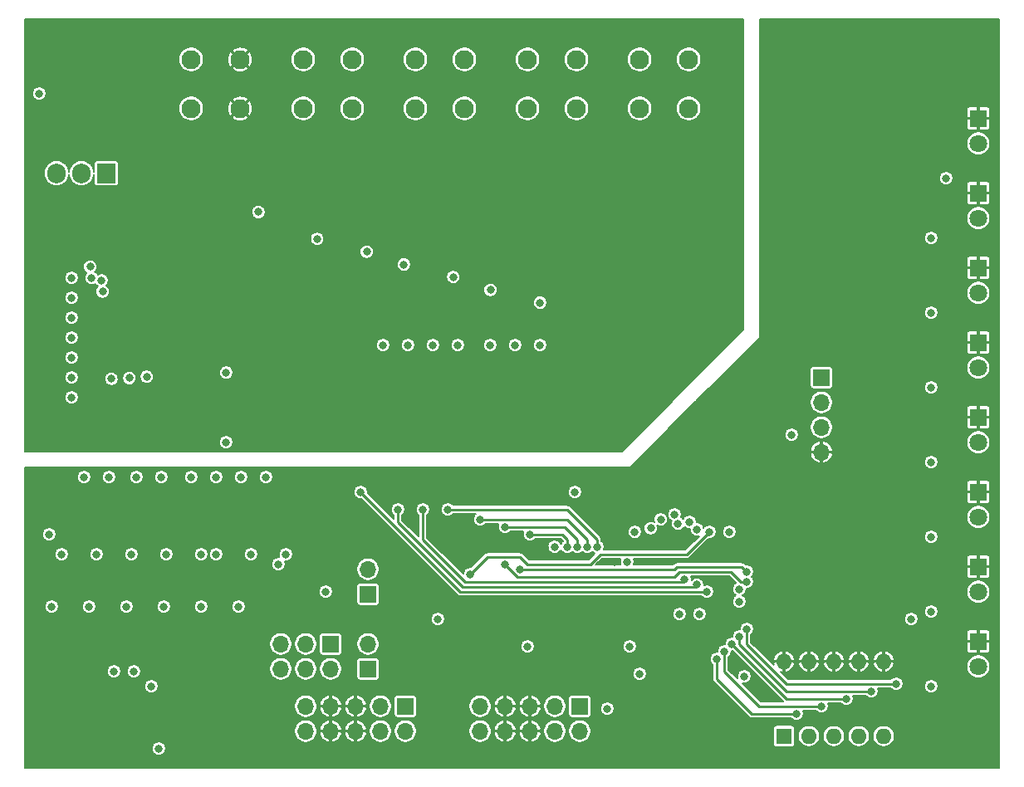
<source format=gbr>
%TF.GenerationSoftware,KiCad,Pcbnew,5.1.10-88a1d61d58~90~ubuntu20.04.1*%
%TF.CreationDate,2021-10-13T16:20:15+02:00*%
%TF.ProjectId,DO8_V1.2,444f385f-5631-42e3-922e-6b696361645f,rev?*%
%TF.SameCoordinates,Original*%
%TF.FileFunction,Copper,L2,Inr*%
%TF.FilePolarity,Positive*%
%FSLAX46Y46*%
G04 Gerber Fmt 4.6, Leading zero omitted, Abs format (unit mm)*
G04 Created by KiCad (PCBNEW 5.1.10-88a1d61d58~90~ubuntu20.04.1) date 2021-10-13 16:20:15*
%MOMM*%
%LPD*%
G01*
G04 APERTURE LIST*
%TA.AperFunction,ComponentPad*%
%ADD10O,1.700000X1.700000*%
%TD*%
%TA.AperFunction,ComponentPad*%
%ADD11R,1.700000X1.700000*%
%TD*%
%TA.AperFunction,ComponentPad*%
%ADD12O,1.600000X1.600000*%
%TD*%
%TA.AperFunction,ComponentPad*%
%ADD13R,1.600000X1.600000*%
%TD*%
%TA.AperFunction,ComponentPad*%
%ADD14O,1.905000X2.000000*%
%TD*%
%TA.AperFunction,ComponentPad*%
%ADD15R,1.905000X2.000000*%
%TD*%
%TA.AperFunction,ComponentPad*%
%ADD16C,1.950000*%
%TD*%
%TA.AperFunction,ComponentPad*%
%ADD17C,1.800000*%
%TD*%
%TA.AperFunction,ComponentPad*%
%ADD18R,1.800000X1.800000*%
%TD*%
%TA.AperFunction,ViaPad*%
%ADD19C,0.800000*%
%TD*%
%TA.AperFunction,Conductor*%
%ADD20C,0.250000*%
%TD*%
%TA.AperFunction,Conductor*%
%ADD21C,0.127000*%
%TD*%
%TA.AperFunction,Conductor*%
%ADD22C,0.100000*%
%TD*%
G04 APERTURE END LIST*
D10*
%TO.N,GND*%
%TO.C,J1*%
X151788000Y-117488000D03*
%TO.N,SWCLK*%
X151788000Y-114948000D03*
%TO.N,SWIO*%
X151788000Y-112408000D03*
D11*
%TO.N,+3V3*%
X151788000Y-109868000D03*
%TD*%
D12*
%TO.N,GND*%
%TO.C,SW1*%
X147978000Y-138824000D03*
%TO.N,Net-(R8-Pad1)*%
X158138000Y-146444000D03*
%TO.N,GND*%
X150518000Y-138824000D03*
%TO.N,Net-(R7-Pad1)*%
X155598000Y-146444000D03*
%TO.N,GND*%
X153058000Y-138824000D03*
%TO.N,Net-(R6-Pad1)*%
X153058000Y-146444000D03*
%TO.N,GND*%
X155598000Y-138824000D03*
%TO.N,Net-(R5-Pad1)*%
X150518000Y-146444000D03*
%TO.N,GND*%
X158138000Y-138824000D03*
D13*
%TO.N,Net-(R4-Pad1)*%
X147978000Y-146444000D03*
%TD*%
D14*
%TO.N,+24V*%
%TO.C,Q9*%
X73810000Y-89040000D03*
%TO.N,Net-(D18-Pad1)*%
X76350000Y-89040000D03*
D15*
%TO.N,Net-(D17-Pad2)*%
X78890000Y-89040000D03*
%TD*%
D16*
%TO.N,GND2*%
%TO.C,J11*%
X92526000Y-77436000D03*
X92526000Y-82436000D03*
%TO.N,Net-(D18-Pad1)*%
X87526000Y-77436000D03*
X87526000Y-82436000D03*
%TD*%
%TO.N,Net-(D16-Pad1)*%
%TO.C,J10*%
X138246000Y-77436000D03*
X138246000Y-82436000D03*
%TO.N,Net-(D14-Pad1)*%
X133246000Y-77436000D03*
X133246000Y-82436000D03*
%TD*%
%TO.N,Net-(D13-Pad1)*%
%TO.C,J9*%
X126816000Y-77436000D03*
X126816000Y-82436000D03*
%TO.N,Net-(D11-Pad1)*%
X121816000Y-77436000D03*
X121816000Y-82436000D03*
%TD*%
%TO.N,Net-(D22-Pad2)*%
%TO.C,J8*%
X115386000Y-77436000D03*
X115386000Y-82436000D03*
%TO.N,Net-(D21-Pad2)*%
X110386000Y-77436000D03*
X110386000Y-82436000D03*
%TD*%
%TO.N,Net-(D20-Pad2)*%
%TO.C,J7*%
X103956000Y-77436000D03*
X103956000Y-82436000D03*
%TO.N,Net-(D19-Pad2)*%
X98956000Y-77436000D03*
X98956000Y-82436000D03*
%TD*%
D10*
%TO.N,BUS-*%
%TO.C,J6*%
X116990000Y-145936000D03*
%TO.N,BUS+*%
X116990000Y-143396000D03*
%TO.N,GND*%
X119530000Y-145936000D03*
X119530000Y-143396000D03*
X122070000Y-145936000D03*
X122070000Y-143396000D03*
%TO.N,VCC*%
X124610000Y-145936000D03*
X124610000Y-143396000D03*
X127150000Y-145936000D03*
D11*
X127150000Y-143396000D03*
%TD*%
D10*
%TO.N,BUS-*%
%TO.C,J5*%
X99210000Y-145936000D03*
%TO.N,BUS+*%
X99210000Y-143396000D03*
%TO.N,GND*%
X101750000Y-145936000D03*
X101750000Y-143396000D03*
X104290000Y-145936000D03*
X104290000Y-143396000D03*
%TO.N,VCC*%
X106830000Y-145936000D03*
X106830000Y-143396000D03*
X109370000Y-145936000D03*
D11*
X109370000Y-143396000D03*
%TD*%
D10*
%TO.N,Net-(J4-Pad6)*%
%TO.C,J4*%
X96670000Y-139586000D03*
%TO.N,Net-(J3-Pad2)*%
X96670000Y-137046000D03*
%TO.N,BUS+*%
X99210000Y-139586000D03*
%TO.N,BUS-*%
X99210000Y-137046000D03*
%TO.N,Net-(J4-Pad2)*%
X101750000Y-139586000D03*
D11*
%TO.N,Net-(J2-Pad2)*%
X101750000Y-137046000D03*
%TD*%
D10*
%TO.N,Net-(J3-Pad2)*%
%TO.C,J3*%
X105560000Y-129426000D03*
D11*
%TO.N,Net-(J3-Pad1)*%
X105560000Y-131966000D03*
%TD*%
D10*
%TO.N,Net-(J2-Pad2)*%
%TO.C,J2*%
X105560000Y-137046000D03*
D11*
%TO.N,Net-(J2-Pad1)*%
X105560000Y-139586000D03*
%TD*%
D17*
%TO.N,Net-(D15-Pad2)*%
%TO.C,D15*%
X167790000Y-139332000D03*
D18*
%TO.N,GND*%
X167790000Y-136792000D03*
%TD*%
D17*
%TO.N,Net-(D12-Pad2)*%
%TO.C,D12*%
X167790000Y-131712000D03*
D18*
%TO.N,GND*%
X167790000Y-129172000D03*
%TD*%
D17*
%TO.N,Net-(D10-Pad2)*%
%TO.C,D10*%
X167790000Y-124092000D03*
D18*
%TO.N,GND*%
X167790000Y-121552000D03*
%TD*%
D17*
%TO.N,Net-(D7-Pad2)*%
%TO.C,D7*%
X167790000Y-116472000D03*
D18*
%TO.N,GND*%
X167790000Y-113932000D03*
%TD*%
D17*
%TO.N,Net-(D4-Pad2)*%
%TO.C,D4*%
X167790000Y-108852000D03*
D18*
%TO.N,GND*%
X167790000Y-106312000D03*
%TD*%
D17*
%TO.N,Net-(D3-Pad2)*%
%TO.C,D3*%
X167790000Y-101232000D03*
D18*
%TO.N,GND*%
X167790000Y-98692000D03*
%TD*%
D17*
%TO.N,Net-(D2-Pad2)*%
%TO.C,D2*%
X167790000Y-93612000D03*
D18*
%TO.N,GND*%
X167790000Y-91072000D03*
%TD*%
D17*
%TO.N,Net-(D1-Pad2)*%
%TO.C,D1*%
X167790000Y-85992000D03*
D18*
%TO.N,GND*%
X167790000Y-83452000D03*
%TD*%
D19*
%TO.N,GND*%
X73302000Y-129172000D03*
X76858000Y-129172000D03*
X80414000Y-129172000D03*
X83970000Y-129172000D03*
X87526000Y-129172000D03*
X91082000Y-129172000D03*
X94638000Y-129172000D03*
X98194000Y-129172000D03*
X110894000Y-128918000D03*
X117498000Y-134506000D03*
X121816000Y-138824000D03*
X115974000Y-139078000D03*
X125880000Y-133490000D03*
X129436000Y-135776000D03*
X137056000Y-143396000D03*
X142390000Y-143396000D03*
X145692000Y-127140000D03*
X130706000Y-128664000D03*
X71270000Y-119774000D03*
X96924000Y-119774000D03*
X104544000Y-119774000D03*
X128674000Y-121552000D03*
X137437000Y-118758000D03*
X140612000Y-118758000D03*
X146962000Y-111392000D03*
X146454000Y-104280000D03*
X146454000Y-96406000D03*
X146454000Y-88786000D03*
X146454000Y-79388000D03*
X146454000Y-73800000D03*
X157630000Y-73800000D03*
X169314000Y-73800000D03*
X169314000Y-149238000D03*
X158138000Y-149238000D03*
X141374000Y-149238000D03*
X130452000Y-149238000D03*
X113434000Y-149238000D03*
X96670000Y-149238000D03*
X84986000Y-149238000D03*
X78382000Y-144412000D03*
X82954000Y-144412000D03*
X72540000Y-145936000D03*
X71016000Y-147714000D03*
X71016000Y-149238000D03*
X71270000Y-138824000D03*
X71270000Y-133236000D03*
X71270000Y-126124000D03*
X77620000Y-136792000D03*
X94130000Y-136792000D03*
X79906000Y-134252000D03*
X83462000Y-133998000D03*
X87018000Y-133490000D03*
X76604000Y-134760000D03*
X90574000Y-133236000D03*
X108100000Y-128918000D03*
X109370000Y-127394000D03*
X115212000Y-128918000D03*
X115212000Y-127140000D03*
X115212000Y-136538000D03*
X123340000Y-132474000D03*
X130706000Y-125616000D03*
X123594000Y-127140000D03*
X135786000Y-137554000D03*
X138072000Y-137554000D03*
X141628000Y-135776000D03*
X146200000Y-142126000D03*
X142898000Y-138570000D03*
%TO.N,+3V3*%
X79652000Y-139840000D03*
X81684000Y-139840000D03*
X83462000Y-141364000D03*
X126642000Y-121552000D03*
X129944000Y-143650000D03*
X121816000Y-137300000D03*
X112672000Y-134506000D03*
X132230000Y-137300000D03*
X143914000Y-140348000D03*
X160932000Y-134506000D03*
X142390000Y-125616000D03*
X132742660Y-125620660D03*
%TO.N,VCC*%
X84224000Y-147714000D03*
X73048000Y-125870000D03*
%TO.N,Net-(C8-Pad1)*%
X133246000Y-140094000D03*
X137310000Y-133998000D03*
%TO.N,GND2*%
X142898000Y-73800000D03*
X129944000Y-73800000D03*
X118514000Y-73800000D03*
X107084000Y-73800000D03*
X95654000Y-73800000D03*
X84224000Y-73800000D03*
X71016000Y-73800000D03*
X71016000Y-80912000D03*
X72032000Y-75832000D03*
X80668000Y-80404000D03*
X82446000Y-82436000D03*
X80668000Y-84468000D03*
X71270000Y-88786000D03*
X71270000Y-96152000D03*
X71270000Y-113170000D03*
X71270000Y-116726000D03*
X95146000Y-116726000D03*
X105814000Y-116726000D03*
X113688000Y-116726000D03*
X119530000Y-116726000D03*
X124610000Y-116726000D03*
X130960000Y-116726000D03*
X137310000Y-110122000D03*
X142898000Y-104534000D03*
X142898000Y-96406000D03*
X142898000Y-88786000D03*
X142898000Y-79388000D03*
X98956000Y-94628000D03*
X96924000Y-92850000D03*
X98956000Y-90818000D03*
X104036000Y-90818000D03*
X104036000Y-94628000D03*
X105814000Y-92850000D03*
X110386000Y-90818000D03*
X109370000Y-94628000D03*
X111402000Y-94628000D03*
X115466000Y-90818000D03*
X115466000Y-94628000D03*
X117244000Y-92850000D03*
X121816000Y-90818000D03*
X120800000Y-94628000D03*
X122832000Y-94628000D03*
X126896000Y-90818000D03*
X126896000Y-94628000D03*
X128674000Y-92850000D03*
X140104000Y-92850000D03*
X138326000Y-94628000D03*
X134262000Y-94628000D03*
X132230000Y-94628000D03*
X133246000Y-90818000D03*
X95781000Y-105550000D03*
X138326000Y-90818000D03*
X79017000Y-96025000D03*
X77493000Y-94628000D03*
X90066000Y-112408000D03*
X87907000Y-112789000D03*
X85367000Y-113170000D03*
X82827000Y-113424000D03*
X77747000Y-113424000D03*
%TO.N,+24V*%
X91103500Y-109381500D03*
X91082000Y-116472000D03*
%TO.N,Net-(D11-Pad1)*%
X114267000Y-99637000D03*
X118006000Y-106566000D03*
%TO.N,Net-(D13-Pad1)*%
X118047000Y-100937000D03*
X120546000Y-106566000D03*
%TO.N,Net-(D14-Pad1)*%
X123097000Y-102237000D03*
X123086000Y-106566000D03*
%TO.N,Net-(D17-Pad2)*%
X72032000Y-80912000D03*
%TO.N,Net-(IC1-Pad13)*%
X75334000Y-111900000D03*
X83017500Y-109804500D03*
%TO.N,Net-(IC1-Pad12)*%
X75334000Y-109868000D03*
X81239500Y-109931500D03*
%TO.N,Net-(IC1-Pad11)*%
X75334000Y-107836000D03*
X79398000Y-109995000D03*
%TO.N,Net-(IC1-Pad10)*%
X75334000Y-105804000D03*
X78509000Y-101105000D03*
%TO.N,Net-(IC1-Pad9)*%
X75334000Y-103772000D03*
X78382000Y-99962000D03*
%TO.N,Net-(IC1-Pad8)*%
X75334000Y-101740000D03*
X77366000Y-99708000D03*
%TO.N,Net-(IC1-Pad7)*%
X75334000Y-99708000D03*
X77239000Y-98565000D03*
%TO.N,SWCLK*%
X131976000Y-128664000D03*
%TO.N,SWIO*%
X148740000Y-115710000D03*
X134389000Y-125235000D03*
%TO.N,Net-(Q1-Pad3)*%
X74318000Y-127902000D03*
X76604000Y-120028000D03*
%TO.N,Net-(Q2-Pad3)*%
X77874000Y-127902000D03*
X79144000Y-120028000D03*
%TO.N,Net-(Q3-Pad3)*%
X81430000Y-127902000D03*
X81938000Y-120028000D03*
%TO.N,Net-(Q4-Pad3)*%
X84986000Y-127902000D03*
X84478000Y-120028000D03*
%TO.N,Net-(Q5-Pad3)*%
X88542000Y-127902000D03*
X87526000Y-120028000D03*
%TO.N,Net-(Q6-Pad3)*%
X90066000Y-127902000D03*
X90066000Y-120028000D03*
%TO.N,Net-(Q7-Pad3)*%
X93622000Y-127902000D03*
X92606000Y-120028000D03*
%TO.N,Net-(Q8-Pad3)*%
X97178000Y-127902000D03*
X95146000Y-120028000D03*
%TO.N,Net-(R4-Pad1)*%
X141120000Y-138570000D03*
X149248000Y-144158000D03*
%TO.N,Net-(R5-Pad1)*%
X141882000Y-137808000D03*
X151788000Y-143396000D03*
%TO.N,Net-(R6-Pad1)*%
X142644000Y-137046000D03*
X154328000Y-142634000D03*
%TO.N,Net-(R7-Pad1)*%
X143406000Y-136284000D03*
X156868000Y-141872000D03*
%TO.N,Net-(R8-Pad1)*%
X144168000Y-135522000D03*
X159408000Y-141110000D03*
%TO.N,CH1*%
X73302000Y-133236000D03*
X139342000Y-133998000D03*
%TO.N,CH2*%
X77112000Y-133236000D03*
X143406000Y-132728000D03*
%TO.N,CH3*%
X80922000Y-133236000D03*
X143406000Y-131458000D03*
%TO.N,CH4*%
X139088000Y-125362000D03*
X84732000Y-133236000D03*
%TO.N,CH5*%
X138326000Y-124600000D03*
X88542000Y-133236000D03*
%TO.N,CH6*%
X92352000Y-133236000D03*
X137168642Y-124781639D03*
%TO.N,CH7*%
X96416000Y-128918000D03*
X136802000Y-123838000D03*
%TO.N,CH8*%
X101242000Y-131712000D03*
X135405000Y-124346000D03*
%TO.N,FB1*%
X104798000Y-121552000D03*
X140104000Y-131712000D03*
X164488000Y-89548000D03*
%TO.N,FB2*%
X108608000Y-123330000D03*
X139088000Y-130987000D03*
X162964000Y-95644000D03*
%TO.N,FB3*%
X111148000Y-123330000D03*
X137818000Y-130442000D03*
X162964000Y-103264000D03*
%TO.N,FB4*%
X113688000Y-123330000D03*
X128928000Y-127140000D03*
X162964000Y-110884000D03*
%TO.N,FB5*%
X116990000Y-124346000D03*
X127912000Y-127140000D03*
X162964000Y-118504000D03*
%TO.N,FB6*%
X119530000Y-125108000D03*
X126896000Y-127140000D03*
X162964000Y-126124000D03*
%TO.N,FB7*%
X122070000Y-125870000D03*
X125880000Y-127140000D03*
X162964000Y-133744000D03*
%TO.N,FB8*%
X124595750Y-127154250D03*
X162964000Y-141364000D03*
%TO.N,TXD*%
X119530000Y-128918000D03*
X144168000Y-130696000D03*
%TO.N,DIR*%
X115974000Y-129934000D03*
X140358000Y-125616000D03*
%TO.N,RXD*%
X121058653Y-129421347D03*
X144172095Y-129675569D03*
%TO.N,Net-(D19-Pad2)*%
X94380000Y-92990000D03*
X107084000Y-106566000D03*
%TO.N,Net-(D20-Pad2)*%
X100387000Y-95737000D03*
X109624000Y-106566000D03*
%TO.N,Net-(D21-Pad2)*%
X105437000Y-97037000D03*
X112164000Y-106566000D03*
%TO.N,Net-(D22-Pad2)*%
X109217000Y-98337000D03*
X114704000Y-106566000D03*
%TD*%
D20*
%TO.N,Net-(R4-Pad1)*%
X141120000Y-138570000D02*
X141120000Y-140602000D01*
X141120000Y-140602000D02*
X144676000Y-144158000D01*
X144676000Y-144158000D02*
X149248000Y-144158000D01*
%TO.N,Net-(R5-Pad1)*%
X141882000Y-137808000D02*
X141882000Y-139840000D01*
X145438000Y-143396000D02*
X151788000Y-143396000D01*
X141882000Y-139840000D02*
X145438000Y-143396000D01*
%TO.N,Net-(R6-Pad1)*%
X142644000Y-137046000D02*
X148232000Y-142634000D01*
X148232000Y-142634000D02*
X154328000Y-142634000D01*
%TO.N,Net-(R7-Pad1)*%
X143406000Y-136284000D02*
X143406000Y-137046000D01*
X148232000Y-141872000D02*
X156868000Y-141872000D01*
X143406000Y-137046000D02*
X148232000Y-141872000D01*
%TO.N,Net-(R8-Pad1)*%
X144168000Y-135522000D02*
X144168000Y-137046000D01*
X148232000Y-141110000D02*
X159408000Y-141110000D01*
X144168000Y-137046000D02*
X148232000Y-141110000D01*
%TO.N,FB1*%
X114958000Y-131712000D02*
X140104000Y-131712000D01*
X104798000Y-121552000D02*
X114958000Y-131712000D01*
%TO.N,FB2*%
X108608000Y-123330000D02*
X108608000Y-124600000D01*
X108608000Y-124600000D02*
X115212000Y-131204000D01*
X115212000Y-131204000D02*
X136548000Y-131204000D01*
X138871000Y-131204000D02*
X139088000Y-130987000D01*
X136548000Y-131204000D02*
X138871000Y-131204000D01*
%TO.N,FB3*%
X111148000Y-123330000D02*
X111148000Y-126378000D01*
X111148000Y-126378000D02*
X115466000Y-130696000D01*
X137564000Y-130696000D02*
X137818000Y-130442000D01*
X115466000Y-130696000D02*
X137564000Y-130696000D01*
%TO.N,FB4*%
X128928000Y-126378000D02*
X128928000Y-127140000D01*
X125880000Y-123330000D02*
X128928000Y-126378000D01*
X113688000Y-123330000D02*
X125880000Y-123330000D01*
%TO.N,FB5*%
X127912000Y-126378000D02*
X127912000Y-127140000D01*
X125880000Y-124346000D02*
X127912000Y-126378000D01*
X116990000Y-124346000D02*
X125880000Y-124346000D01*
%TO.N,FB6*%
X126896000Y-126378000D02*
X126896000Y-127140000D01*
X125626000Y-125108000D02*
X126896000Y-126378000D01*
X119530000Y-125108000D02*
X125626000Y-125108000D01*
%TO.N,FB7*%
X122070000Y-125870000D02*
X124610000Y-125870000D01*
X124610000Y-125870000D02*
X125372000Y-125870000D01*
X125880000Y-126378000D02*
X125880000Y-127140000D01*
X125372000Y-125870000D02*
X125880000Y-126378000D01*
%TO.N,TXD*%
X143602315Y-130696000D02*
X144168000Y-130696000D01*
X119530000Y-128918000D02*
X120800000Y-130188000D01*
X142586315Y-129680000D02*
X143602315Y-130696000D01*
X136802000Y-130188000D02*
X137310000Y-129680000D01*
X137310000Y-129680000D02*
X142586315Y-129680000D01*
X120800000Y-130188000D02*
X136802000Y-130188000D01*
%TO.N,DIR*%
X115974000Y-129934000D02*
X117752000Y-128156000D01*
X117752000Y-128156000D02*
X121054000Y-128156000D01*
X121054000Y-128156000D02*
X121816000Y-128918000D01*
X128223002Y-128918000D02*
X129239002Y-127902000D01*
X121816000Y-128918000D02*
X128223002Y-128918000D01*
X138072000Y-127902000D02*
X140358000Y-125616000D01*
X129239002Y-127902000D02*
X138072000Y-127902000D01*
%TO.N,RXD*%
X121058653Y-129421347D02*
X136806653Y-129421347D01*
X137056000Y-129172000D02*
X143668526Y-129172000D01*
X136806653Y-129421347D02*
X137056000Y-129172000D01*
X143668526Y-129172000D02*
X144172095Y-129675569D01*
%TD*%
D21*
%TO.N,GND2*%
X143850500Y-105015698D02*
X131441698Y-117424500D01*
X70596500Y-117424500D01*
X70596500Y-116401332D01*
X90364500Y-116401332D01*
X90364500Y-116542668D01*
X90392073Y-116681287D01*
X90446159Y-116811864D01*
X90524681Y-116929380D01*
X90624620Y-117029319D01*
X90742136Y-117107841D01*
X90872713Y-117161927D01*
X91011332Y-117189500D01*
X91152668Y-117189500D01*
X91291287Y-117161927D01*
X91421864Y-117107841D01*
X91539380Y-117029319D01*
X91639319Y-116929380D01*
X91717841Y-116811864D01*
X91771927Y-116681287D01*
X91799500Y-116542668D01*
X91799500Y-116401332D01*
X91771927Y-116262713D01*
X91717841Y-116132136D01*
X91639319Y-116014620D01*
X91539380Y-115914681D01*
X91421864Y-115836159D01*
X91291287Y-115782073D01*
X91152668Y-115754500D01*
X91011332Y-115754500D01*
X90872713Y-115782073D01*
X90742136Y-115836159D01*
X90624620Y-115914681D01*
X90524681Y-116014620D01*
X90446159Y-116132136D01*
X90392073Y-116262713D01*
X90364500Y-116401332D01*
X70596500Y-116401332D01*
X70596500Y-111829332D01*
X74616500Y-111829332D01*
X74616500Y-111970668D01*
X74644073Y-112109287D01*
X74698159Y-112239864D01*
X74776681Y-112357380D01*
X74876620Y-112457319D01*
X74994136Y-112535841D01*
X75124713Y-112589927D01*
X75263332Y-112617500D01*
X75404668Y-112617500D01*
X75543287Y-112589927D01*
X75673864Y-112535841D01*
X75791380Y-112457319D01*
X75891319Y-112357380D01*
X75969841Y-112239864D01*
X76023927Y-112109287D01*
X76051500Y-111970668D01*
X76051500Y-111829332D01*
X76023927Y-111690713D01*
X75969841Y-111560136D01*
X75891319Y-111442620D01*
X75791380Y-111342681D01*
X75673864Y-111264159D01*
X75543287Y-111210073D01*
X75404668Y-111182500D01*
X75263332Y-111182500D01*
X75124713Y-111210073D01*
X74994136Y-111264159D01*
X74876620Y-111342681D01*
X74776681Y-111442620D01*
X74698159Y-111560136D01*
X74644073Y-111690713D01*
X74616500Y-111829332D01*
X70596500Y-111829332D01*
X70596500Y-109797332D01*
X74616500Y-109797332D01*
X74616500Y-109938668D01*
X74644073Y-110077287D01*
X74698159Y-110207864D01*
X74776681Y-110325380D01*
X74876620Y-110425319D01*
X74994136Y-110503841D01*
X75124713Y-110557927D01*
X75263332Y-110585500D01*
X75404668Y-110585500D01*
X75543287Y-110557927D01*
X75673864Y-110503841D01*
X75791380Y-110425319D01*
X75891319Y-110325380D01*
X75969841Y-110207864D01*
X76023927Y-110077287D01*
X76051500Y-109938668D01*
X76051500Y-109924332D01*
X78680500Y-109924332D01*
X78680500Y-110065668D01*
X78708073Y-110204287D01*
X78762159Y-110334864D01*
X78840681Y-110452380D01*
X78940620Y-110552319D01*
X79058136Y-110630841D01*
X79188713Y-110684927D01*
X79327332Y-110712500D01*
X79468668Y-110712500D01*
X79607287Y-110684927D01*
X79737864Y-110630841D01*
X79855380Y-110552319D01*
X79955319Y-110452380D01*
X80033841Y-110334864D01*
X80087927Y-110204287D01*
X80115500Y-110065668D01*
X80115500Y-109924332D01*
X80102870Y-109860832D01*
X80522000Y-109860832D01*
X80522000Y-110002168D01*
X80549573Y-110140787D01*
X80603659Y-110271364D01*
X80682181Y-110388880D01*
X80782120Y-110488819D01*
X80899636Y-110567341D01*
X81030213Y-110621427D01*
X81168832Y-110649000D01*
X81310168Y-110649000D01*
X81448787Y-110621427D01*
X81579364Y-110567341D01*
X81696880Y-110488819D01*
X81796819Y-110388880D01*
X81875341Y-110271364D01*
X81929427Y-110140787D01*
X81957000Y-110002168D01*
X81957000Y-109860832D01*
X81931739Y-109733832D01*
X82300000Y-109733832D01*
X82300000Y-109875168D01*
X82327573Y-110013787D01*
X82381659Y-110144364D01*
X82460181Y-110261880D01*
X82560120Y-110361819D01*
X82677636Y-110440341D01*
X82808213Y-110494427D01*
X82946832Y-110522000D01*
X83088168Y-110522000D01*
X83226787Y-110494427D01*
X83357364Y-110440341D01*
X83474880Y-110361819D01*
X83574819Y-110261880D01*
X83653341Y-110144364D01*
X83707427Y-110013787D01*
X83735000Y-109875168D01*
X83735000Y-109733832D01*
X83707427Y-109595213D01*
X83653341Y-109464636D01*
X83574819Y-109347120D01*
X83538531Y-109310832D01*
X90386000Y-109310832D01*
X90386000Y-109452168D01*
X90413573Y-109590787D01*
X90467659Y-109721364D01*
X90546181Y-109838880D01*
X90646120Y-109938819D01*
X90763636Y-110017341D01*
X90894213Y-110071427D01*
X91032832Y-110099000D01*
X91174168Y-110099000D01*
X91312787Y-110071427D01*
X91443364Y-110017341D01*
X91560880Y-109938819D01*
X91660819Y-109838880D01*
X91739341Y-109721364D01*
X91793427Y-109590787D01*
X91821000Y-109452168D01*
X91821000Y-109310832D01*
X91793427Y-109172213D01*
X91739341Y-109041636D01*
X91660819Y-108924120D01*
X91560880Y-108824181D01*
X91443364Y-108745659D01*
X91312787Y-108691573D01*
X91174168Y-108664000D01*
X91032832Y-108664000D01*
X90894213Y-108691573D01*
X90763636Y-108745659D01*
X90646120Y-108824181D01*
X90546181Y-108924120D01*
X90467659Y-109041636D01*
X90413573Y-109172213D01*
X90386000Y-109310832D01*
X83538531Y-109310832D01*
X83474880Y-109247181D01*
X83357364Y-109168659D01*
X83226787Y-109114573D01*
X83088168Y-109087000D01*
X82946832Y-109087000D01*
X82808213Y-109114573D01*
X82677636Y-109168659D01*
X82560120Y-109247181D01*
X82460181Y-109347120D01*
X82381659Y-109464636D01*
X82327573Y-109595213D01*
X82300000Y-109733832D01*
X81931739Y-109733832D01*
X81929427Y-109722213D01*
X81875341Y-109591636D01*
X81796819Y-109474120D01*
X81696880Y-109374181D01*
X81579364Y-109295659D01*
X81448787Y-109241573D01*
X81310168Y-109214000D01*
X81168832Y-109214000D01*
X81030213Y-109241573D01*
X80899636Y-109295659D01*
X80782120Y-109374181D01*
X80682181Y-109474120D01*
X80603659Y-109591636D01*
X80549573Y-109722213D01*
X80522000Y-109860832D01*
X80102870Y-109860832D01*
X80087927Y-109785713D01*
X80033841Y-109655136D01*
X79955319Y-109537620D01*
X79855380Y-109437681D01*
X79737864Y-109359159D01*
X79607287Y-109305073D01*
X79468668Y-109277500D01*
X79327332Y-109277500D01*
X79188713Y-109305073D01*
X79058136Y-109359159D01*
X78940620Y-109437681D01*
X78840681Y-109537620D01*
X78762159Y-109655136D01*
X78708073Y-109785713D01*
X78680500Y-109924332D01*
X76051500Y-109924332D01*
X76051500Y-109797332D01*
X76023927Y-109658713D01*
X75969841Y-109528136D01*
X75891319Y-109410620D01*
X75791380Y-109310681D01*
X75673864Y-109232159D01*
X75543287Y-109178073D01*
X75404668Y-109150500D01*
X75263332Y-109150500D01*
X75124713Y-109178073D01*
X74994136Y-109232159D01*
X74876620Y-109310681D01*
X74776681Y-109410620D01*
X74698159Y-109528136D01*
X74644073Y-109658713D01*
X74616500Y-109797332D01*
X70596500Y-109797332D01*
X70596500Y-107765332D01*
X74616500Y-107765332D01*
X74616500Y-107906668D01*
X74644073Y-108045287D01*
X74698159Y-108175864D01*
X74776681Y-108293380D01*
X74876620Y-108393319D01*
X74994136Y-108471841D01*
X75124713Y-108525927D01*
X75263332Y-108553500D01*
X75404668Y-108553500D01*
X75543287Y-108525927D01*
X75673864Y-108471841D01*
X75791380Y-108393319D01*
X75891319Y-108293380D01*
X75969841Y-108175864D01*
X76023927Y-108045287D01*
X76051500Y-107906668D01*
X76051500Y-107765332D01*
X76023927Y-107626713D01*
X75969841Y-107496136D01*
X75891319Y-107378620D01*
X75791380Y-107278681D01*
X75673864Y-107200159D01*
X75543287Y-107146073D01*
X75404668Y-107118500D01*
X75263332Y-107118500D01*
X75124713Y-107146073D01*
X74994136Y-107200159D01*
X74876620Y-107278681D01*
X74776681Y-107378620D01*
X74698159Y-107496136D01*
X74644073Y-107626713D01*
X74616500Y-107765332D01*
X70596500Y-107765332D01*
X70596500Y-105733332D01*
X74616500Y-105733332D01*
X74616500Y-105874668D01*
X74644073Y-106013287D01*
X74698159Y-106143864D01*
X74776681Y-106261380D01*
X74876620Y-106361319D01*
X74994136Y-106439841D01*
X75124713Y-106493927D01*
X75263332Y-106521500D01*
X75404668Y-106521500D01*
X75536223Y-106495332D01*
X106366500Y-106495332D01*
X106366500Y-106636668D01*
X106394073Y-106775287D01*
X106448159Y-106905864D01*
X106526681Y-107023380D01*
X106626620Y-107123319D01*
X106744136Y-107201841D01*
X106874713Y-107255927D01*
X107013332Y-107283500D01*
X107154668Y-107283500D01*
X107293287Y-107255927D01*
X107423864Y-107201841D01*
X107541380Y-107123319D01*
X107641319Y-107023380D01*
X107719841Y-106905864D01*
X107773927Y-106775287D01*
X107801500Y-106636668D01*
X107801500Y-106495332D01*
X108906500Y-106495332D01*
X108906500Y-106636668D01*
X108934073Y-106775287D01*
X108988159Y-106905864D01*
X109066681Y-107023380D01*
X109166620Y-107123319D01*
X109284136Y-107201841D01*
X109414713Y-107255927D01*
X109553332Y-107283500D01*
X109694668Y-107283500D01*
X109833287Y-107255927D01*
X109963864Y-107201841D01*
X110081380Y-107123319D01*
X110181319Y-107023380D01*
X110259841Y-106905864D01*
X110313927Y-106775287D01*
X110341500Y-106636668D01*
X110341500Y-106495332D01*
X111446500Y-106495332D01*
X111446500Y-106636668D01*
X111474073Y-106775287D01*
X111528159Y-106905864D01*
X111606681Y-107023380D01*
X111706620Y-107123319D01*
X111824136Y-107201841D01*
X111954713Y-107255927D01*
X112093332Y-107283500D01*
X112234668Y-107283500D01*
X112373287Y-107255927D01*
X112503864Y-107201841D01*
X112621380Y-107123319D01*
X112721319Y-107023380D01*
X112799841Y-106905864D01*
X112853927Y-106775287D01*
X112881500Y-106636668D01*
X112881500Y-106495332D01*
X113986500Y-106495332D01*
X113986500Y-106636668D01*
X114014073Y-106775287D01*
X114068159Y-106905864D01*
X114146681Y-107023380D01*
X114246620Y-107123319D01*
X114364136Y-107201841D01*
X114494713Y-107255927D01*
X114633332Y-107283500D01*
X114774668Y-107283500D01*
X114913287Y-107255927D01*
X115043864Y-107201841D01*
X115161380Y-107123319D01*
X115261319Y-107023380D01*
X115339841Y-106905864D01*
X115393927Y-106775287D01*
X115421500Y-106636668D01*
X115421500Y-106495332D01*
X117288500Y-106495332D01*
X117288500Y-106636668D01*
X117316073Y-106775287D01*
X117370159Y-106905864D01*
X117448681Y-107023380D01*
X117548620Y-107123319D01*
X117666136Y-107201841D01*
X117796713Y-107255927D01*
X117935332Y-107283500D01*
X118076668Y-107283500D01*
X118215287Y-107255927D01*
X118345864Y-107201841D01*
X118463380Y-107123319D01*
X118563319Y-107023380D01*
X118641841Y-106905864D01*
X118695927Y-106775287D01*
X118723500Y-106636668D01*
X118723500Y-106495332D01*
X119828500Y-106495332D01*
X119828500Y-106636668D01*
X119856073Y-106775287D01*
X119910159Y-106905864D01*
X119988681Y-107023380D01*
X120088620Y-107123319D01*
X120206136Y-107201841D01*
X120336713Y-107255927D01*
X120475332Y-107283500D01*
X120616668Y-107283500D01*
X120755287Y-107255927D01*
X120885864Y-107201841D01*
X121003380Y-107123319D01*
X121103319Y-107023380D01*
X121181841Y-106905864D01*
X121235927Y-106775287D01*
X121263500Y-106636668D01*
X121263500Y-106495332D01*
X122368500Y-106495332D01*
X122368500Y-106636668D01*
X122396073Y-106775287D01*
X122450159Y-106905864D01*
X122528681Y-107023380D01*
X122628620Y-107123319D01*
X122746136Y-107201841D01*
X122876713Y-107255927D01*
X123015332Y-107283500D01*
X123156668Y-107283500D01*
X123295287Y-107255927D01*
X123425864Y-107201841D01*
X123543380Y-107123319D01*
X123643319Y-107023380D01*
X123721841Y-106905864D01*
X123775927Y-106775287D01*
X123803500Y-106636668D01*
X123803500Y-106495332D01*
X123775927Y-106356713D01*
X123721841Y-106226136D01*
X123643319Y-106108620D01*
X123543380Y-106008681D01*
X123425864Y-105930159D01*
X123295287Y-105876073D01*
X123156668Y-105848500D01*
X123015332Y-105848500D01*
X122876713Y-105876073D01*
X122746136Y-105930159D01*
X122628620Y-106008681D01*
X122528681Y-106108620D01*
X122450159Y-106226136D01*
X122396073Y-106356713D01*
X122368500Y-106495332D01*
X121263500Y-106495332D01*
X121235927Y-106356713D01*
X121181841Y-106226136D01*
X121103319Y-106108620D01*
X121003380Y-106008681D01*
X120885864Y-105930159D01*
X120755287Y-105876073D01*
X120616668Y-105848500D01*
X120475332Y-105848500D01*
X120336713Y-105876073D01*
X120206136Y-105930159D01*
X120088620Y-106008681D01*
X119988681Y-106108620D01*
X119910159Y-106226136D01*
X119856073Y-106356713D01*
X119828500Y-106495332D01*
X118723500Y-106495332D01*
X118695927Y-106356713D01*
X118641841Y-106226136D01*
X118563319Y-106108620D01*
X118463380Y-106008681D01*
X118345864Y-105930159D01*
X118215287Y-105876073D01*
X118076668Y-105848500D01*
X117935332Y-105848500D01*
X117796713Y-105876073D01*
X117666136Y-105930159D01*
X117548620Y-106008681D01*
X117448681Y-106108620D01*
X117370159Y-106226136D01*
X117316073Y-106356713D01*
X117288500Y-106495332D01*
X115421500Y-106495332D01*
X115393927Y-106356713D01*
X115339841Y-106226136D01*
X115261319Y-106108620D01*
X115161380Y-106008681D01*
X115043864Y-105930159D01*
X114913287Y-105876073D01*
X114774668Y-105848500D01*
X114633332Y-105848500D01*
X114494713Y-105876073D01*
X114364136Y-105930159D01*
X114246620Y-106008681D01*
X114146681Y-106108620D01*
X114068159Y-106226136D01*
X114014073Y-106356713D01*
X113986500Y-106495332D01*
X112881500Y-106495332D01*
X112853927Y-106356713D01*
X112799841Y-106226136D01*
X112721319Y-106108620D01*
X112621380Y-106008681D01*
X112503864Y-105930159D01*
X112373287Y-105876073D01*
X112234668Y-105848500D01*
X112093332Y-105848500D01*
X111954713Y-105876073D01*
X111824136Y-105930159D01*
X111706620Y-106008681D01*
X111606681Y-106108620D01*
X111528159Y-106226136D01*
X111474073Y-106356713D01*
X111446500Y-106495332D01*
X110341500Y-106495332D01*
X110313927Y-106356713D01*
X110259841Y-106226136D01*
X110181319Y-106108620D01*
X110081380Y-106008681D01*
X109963864Y-105930159D01*
X109833287Y-105876073D01*
X109694668Y-105848500D01*
X109553332Y-105848500D01*
X109414713Y-105876073D01*
X109284136Y-105930159D01*
X109166620Y-106008681D01*
X109066681Y-106108620D01*
X108988159Y-106226136D01*
X108934073Y-106356713D01*
X108906500Y-106495332D01*
X107801500Y-106495332D01*
X107773927Y-106356713D01*
X107719841Y-106226136D01*
X107641319Y-106108620D01*
X107541380Y-106008681D01*
X107423864Y-105930159D01*
X107293287Y-105876073D01*
X107154668Y-105848500D01*
X107013332Y-105848500D01*
X106874713Y-105876073D01*
X106744136Y-105930159D01*
X106626620Y-106008681D01*
X106526681Y-106108620D01*
X106448159Y-106226136D01*
X106394073Y-106356713D01*
X106366500Y-106495332D01*
X75536223Y-106495332D01*
X75543287Y-106493927D01*
X75673864Y-106439841D01*
X75791380Y-106361319D01*
X75891319Y-106261380D01*
X75969841Y-106143864D01*
X76023927Y-106013287D01*
X76051500Y-105874668D01*
X76051500Y-105733332D01*
X76023927Y-105594713D01*
X75969841Y-105464136D01*
X75891319Y-105346620D01*
X75791380Y-105246681D01*
X75673864Y-105168159D01*
X75543287Y-105114073D01*
X75404668Y-105086500D01*
X75263332Y-105086500D01*
X75124713Y-105114073D01*
X74994136Y-105168159D01*
X74876620Y-105246681D01*
X74776681Y-105346620D01*
X74698159Y-105464136D01*
X74644073Y-105594713D01*
X74616500Y-105733332D01*
X70596500Y-105733332D01*
X70596500Y-103701332D01*
X74616500Y-103701332D01*
X74616500Y-103842668D01*
X74644073Y-103981287D01*
X74698159Y-104111864D01*
X74776681Y-104229380D01*
X74876620Y-104329319D01*
X74994136Y-104407841D01*
X75124713Y-104461927D01*
X75263332Y-104489500D01*
X75404668Y-104489500D01*
X75543287Y-104461927D01*
X75673864Y-104407841D01*
X75791380Y-104329319D01*
X75891319Y-104229380D01*
X75969841Y-104111864D01*
X76023927Y-103981287D01*
X76051500Y-103842668D01*
X76051500Y-103701332D01*
X76023927Y-103562713D01*
X75969841Y-103432136D01*
X75891319Y-103314620D01*
X75791380Y-103214681D01*
X75673864Y-103136159D01*
X75543287Y-103082073D01*
X75404668Y-103054500D01*
X75263332Y-103054500D01*
X75124713Y-103082073D01*
X74994136Y-103136159D01*
X74876620Y-103214681D01*
X74776681Y-103314620D01*
X74698159Y-103432136D01*
X74644073Y-103562713D01*
X74616500Y-103701332D01*
X70596500Y-103701332D01*
X70596500Y-101669332D01*
X74616500Y-101669332D01*
X74616500Y-101810668D01*
X74644073Y-101949287D01*
X74698159Y-102079864D01*
X74776681Y-102197380D01*
X74876620Y-102297319D01*
X74994136Y-102375841D01*
X75124713Y-102429927D01*
X75263332Y-102457500D01*
X75404668Y-102457500D01*
X75543287Y-102429927D01*
X75673864Y-102375841D01*
X75791380Y-102297319D01*
X75891319Y-102197380D01*
X75912064Y-102166332D01*
X122379500Y-102166332D01*
X122379500Y-102307668D01*
X122407073Y-102446287D01*
X122461159Y-102576864D01*
X122539681Y-102694380D01*
X122639620Y-102794319D01*
X122757136Y-102872841D01*
X122887713Y-102926927D01*
X123026332Y-102954500D01*
X123167668Y-102954500D01*
X123306287Y-102926927D01*
X123436864Y-102872841D01*
X123554380Y-102794319D01*
X123654319Y-102694380D01*
X123732841Y-102576864D01*
X123786927Y-102446287D01*
X123814500Y-102307668D01*
X123814500Y-102166332D01*
X123786927Y-102027713D01*
X123732841Y-101897136D01*
X123654319Y-101779620D01*
X123554380Y-101679681D01*
X123436864Y-101601159D01*
X123306287Y-101547073D01*
X123167668Y-101519500D01*
X123026332Y-101519500D01*
X122887713Y-101547073D01*
X122757136Y-101601159D01*
X122639620Y-101679681D01*
X122539681Y-101779620D01*
X122461159Y-101897136D01*
X122407073Y-102027713D01*
X122379500Y-102166332D01*
X75912064Y-102166332D01*
X75969841Y-102079864D01*
X76023927Y-101949287D01*
X76051500Y-101810668D01*
X76051500Y-101669332D01*
X76023927Y-101530713D01*
X75969841Y-101400136D01*
X75891319Y-101282620D01*
X75791380Y-101182681D01*
X75673864Y-101104159D01*
X75543287Y-101050073D01*
X75404668Y-101022500D01*
X75263332Y-101022500D01*
X75124713Y-101050073D01*
X74994136Y-101104159D01*
X74876620Y-101182681D01*
X74776681Y-101282620D01*
X74698159Y-101400136D01*
X74644073Y-101530713D01*
X74616500Y-101669332D01*
X70596500Y-101669332D01*
X70596500Y-99637332D01*
X74616500Y-99637332D01*
X74616500Y-99778668D01*
X74644073Y-99917287D01*
X74698159Y-100047864D01*
X74776681Y-100165380D01*
X74876620Y-100265319D01*
X74994136Y-100343841D01*
X75124713Y-100397927D01*
X75263332Y-100425500D01*
X75404668Y-100425500D01*
X75543287Y-100397927D01*
X75673864Y-100343841D01*
X75791380Y-100265319D01*
X75891319Y-100165380D01*
X75969841Y-100047864D01*
X76023927Y-99917287D01*
X76051500Y-99778668D01*
X76051500Y-99637332D01*
X76023927Y-99498713D01*
X75969841Y-99368136D01*
X75891319Y-99250620D01*
X75791380Y-99150681D01*
X75673864Y-99072159D01*
X75543287Y-99018073D01*
X75404668Y-98990500D01*
X75263332Y-98990500D01*
X75124713Y-99018073D01*
X74994136Y-99072159D01*
X74876620Y-99150681D01*
X74776681Y-99250620D01*
X74698159Y-99368136D01*
X74644073Y-99498713D01*
X74616500Y-99637332D01*
X70596500Y-99637332D01*
X70596500Y-98494332D01*
X76521500Y-98494332D01*
X76521500Y-98635668D01*
X76549073Y-98774287D01*
X76603159Y-98904864D01*
X76681681Y-99022380D01*
X76781620Y-99122319D01*
X76874753Y-99184548D01*
X76808681Y-99250620D01*
X76730159Y-99368136D01*
X76676073Y-99498713D01*
X76648500Y-99637332D01*
X76648500Y-99778668D01*
X76676073Y-99917287D01*
X76730159Y-100047864D01*
X76808681Y-100165380D01*
X76908620Y-100265319D01*
X77026136Y-100343841D01*
X77156713Y-100397927D01*
X77295332Y-100425500D01*
X77436668Y-100425500D01*
X77575287Y-100397927D01*
X77705864Y-100343841D01*
X77753112Y-100312270D01*
X77824681Y-100419380D01*
X77924620Y-100519319D01*
X78017753Y-100581548D01*
X77951681Y-100647620D01*
X77873159Y-100765136D01*
X77819073Y-100895713D01*
X77791500Y-101034332D01*
X77791500Y-101175668D01*
X77819073Y-101314287D01*
X77873159Y-101444864D01*
X77951681Y-101562380D01*
X78051620Y-101662319D01*
X78169136Y-101740841D01*
X78299713Y-101794927D01*
X78438332Y-101822500D01*
X78579668Y-101822500D01*
X78718287Y-101794927D01*
X78848864Y-101740841D01*
X78966380Y-101662319D01*
X79066319Y-101562380D01*
X79144841Y-101444864D01*
X79198927Y-101314287D01*
X79226500Y-101175668D01*
X79226500Y-101034332D01*
X79198927Y-100895713D01*
X79186758Y-100866332D01*
X117329500Y-100866332D01*
X117329500Y-101007668D01*
X117357073Y-101146287D01*
X117411159Y-101276864D01*
X117489681Y-101394380D01*
X117589620Y-101494319D01*
X117707136Y-101572841D01*
X117837713Y-101626927D01*
X117976332Y-101654500D01*
X118117668Y-101654500D01*
X118256287Y-101626927D01*
X118386864Y-101572841D01*
X118504380Y-101494319D01*
X118604319Y-101394380D01*
X118682841Y-101276864D01*
X118736927Y-101146287D01*
X118764500Y-101007668D01*
X118764500Y-100866332D01*
X118736927Y-100727713D01*
X118682841Y-100597136D01*
X118604319Y-100479620D01*
X118504380Y-100379681D01*
X118386864Y-100301159D01*
X118256287Y-100247073D01*
X118117668Y-100219500D01*
X117976332Y-100219500D01*
X117837713Y-100247073D01*
X117707136Y-100301159D01*
X117589620Y-100379681D01*
X117489681Y-100479620D01*
X117411159Y-100597136D01*
X117357073Y-100727713D01*
X117329500Y-100866332D01*
X79186758Y-100866332D01*
X79144841Y-100765136D01*
X79066319Y-100647620D01*
X78966380Y-100547681D01*
X78873247Y-100485452D01*
X78939319Y-100419380D01*
X79017841Y-100301864D01*
X79071927Y-100171287D01*
X79099500Y-100032668D01*
X79099500Y-99891332D01*
X79071927Y-99752713D01*
X79017841Y-99622136D01*
X78980554Y-99566332D01*
X113549500Y-99566332D01*
X113549500Y-99707668D01*
X113577073Y-99846287D01*
X113631159Y-99976864D01*
X113709681Y-100094380D01*
X113809620Y-100194319D01*
X113927136Y-100272841D01*
X114057713Y-100326927D01*
X114196332Y-100354500D01*
X114337668Y-100354500D01*
X114476287Y-100326927D01*
X114606864Y-100272841D01*
X114724380Y-100194319D01*
X114824319Y-100094380D01*
X114902841Y-99976864D01*
X114956927Y-99846287D01*
X114984500Y-99707668D01*
X114984500Y-99566332D01*
X114956927Y-99427713D01*
X114902841Y-99297136D01*
X114824319Y-99179620D01*
X114724380Y-99079681D01*
X114606864Y-99001159D01*
X114476287Y-98947073D01*
X114337668Y-98919500D01*
X114196332Y-98919500D01*
X114057713Y-98947073D01*
X113927136Y-99001159D01*
X113809620Y-99079681D01*
X113709681Y-99179620D01*
X113631159Y-99297136D01*
X113577073Y-99427713D01*
X113549500Y-99566332D01*
X78980554Y-99566332D01*
X78939319Y-99504620D01*
X78839380Y-99404681D01*
X78721864Y-99326159D01*
X78591287Y-99272073D01*
X78452668Y-99244500D01*
X78311332Y-99244500D01*
X78172713Y-99272073D01*
X78042136Y-99326159D01*
X77994888Y-99357730D01*
X77923319Y-99250620D01*
X77823380Y-99150681D01*
X77730247Y-99088452D01*
X77796319Y-99022380D01*
X77874841Y-98904864D01*
X77928927Y-98774287D01*
X77956500Y-98635668D01*
X77956500Y-98494332D01*
X77928927Y-98355713D01*
X77891905Y-98266332D01*
X108499500Y-98266332D01*
X108499500Y-98407668D01*
X108527073Y-98546287D01*
X108581159Y-98676864D01*
X108659681Y-98794380D01*
X108759620Y-98894319D01*
X108877136Y-98972841D01*
X109007713Y-99026927D01*
X109146332Y-99054500D01*
X109287668Y-99054500D01*
X109426287Y-99026927D01*
X109556864Y-98972841D01*
X109674380Y-98894319D01*
X109774319Y-98794380D01*
X109852841Y-98676864D01*
X109906927Y-98546287D01*
X109934500Y-98407668D01*
X109934500Y-98266332D01*
X109906927Y-98127713D01*
X109852841Y-97997136D01*
X109774319Y-97879620D01*
X109674380Y-97779681D01*
X109556864Y-97701159D01*
X109426287Y-97647073D01*
X109287668Y-97619500D01*
X109146332Y-97619500D01*
X109007713Y-97647073D01*
X108877136Y-97701159D01*
X108759620Y-97779681D01*
X108659681Y-97879620D01*
X108581159Y-97997136D01*
X108527073Y-98127713D01*
X108499500Y-98266332D01*
X77891905Y-98266332D01*
X77874841Y-98225136D01*
X77796319Y-98107620D01*
X77696380Y-98007681D01*
X77578864Y-97929159D01*
X77448287Y-97875073D01*
X77309668Y-97847500D01*
X77168332Y-97847500D01*
X77029713Y-97875073D01*
X76899136Y-97929159D01*
X76781620Y-98007681D01*
X76681681Y-98107620D01*
X76603159Y-98225136D01*
X76549073Y-98355713D01*
X76521500Y-98494332D01*
X70596500Y-98494332D01*
X70596500Y-96966332D01*
X104719500Y-96966332D01*
X104719500Y-97107668D01*
X104747073Y-97246287D01*
X104801159Y-97376864D01*
X104879681Y-97494380D01*
X104979620Y-97594319D01*
X105097136Y-97672841D01*
X105227713Y-97726927D01*
X105366332Y-97754500D01*
X105507668Y-97754500D01*
X105646287Y-97726927D01*
X105776864Y-97672841D01*
X105894380Y-97594319D01*
X105994319Y-97494380D01*
X106072841Y-97376864D01*
X106126927Y-97246287D01*
X106154500Y-97107668D01*
X106154500Y-96966332D01*
X106126927Y-96827713D01*
X106072841Y-96697136D01*
X105994319Y-96579620D01*
X105894380Y-96479681D01*
X105776864Y-96401159D01*
X105646287Y-96347073D01*
X105507668Y-96319500D01*
X105366332Y-96319500D01*
X105227713Y-96347073D01*
X105097136Y-96401159D01*
X104979620Y-96479681D01*
X104879681Y-96579620D01*
X104801159Y-96697136D01*
X104747073Y-96827713D01*
X104719500Y-96966332D01*
X70596500Y-96966332D01*
X70596500Y-95666332D01*
X99669500Y-95666332D01*
X99669500Y-95807668D01*
X99697073Y-95946287D01*
X99751159Y-96076864D01*
X99829681Y-96194380D01*
X99929620Y-96294319D01*
X100047136Y-96372841D01*
X100177713Y-96426927D01*
X100316332Y-96454500D01*
X100457668Y-96454500D01*
X100596287Y-96426927D01*
X100726864Y-96372841D01*
X100844380Y-96294319D01*
X100944319Y-96194380D01*
X101022841Y-96076864D01*
X101076927Y-95946287D01*
X101104500Y-95807668D01*
X101104500Y-95666332D01*
X101076927Y-95527713D01*
X101022841Y-95397136D01*
X100944319Y-95279620D01*
X100844380Y-95179681D01*
X100726864Y-95101159D01*
X100596287Y-95047073D01*
X100457668Y-95019500D01*
X100316332Y-95019500D01*
X100177713Y-95047073D01*
X100047136Y-95101159D01*
X99929620Y-95179681D01*
X99829681Y-95279620D01*
X99751159Y-95397136D01*
X99697073Y-95527713D01*
X99669500Y-95666332D01*
X70596500Y-95666332D01*
X70596500Y-92919332D01*
X93662500Y-92919332D01*
X93662500Y-93060668D01*
X93690073Y-93199287D01*
X93744159Y-93329864D01*
X93822681Y-93447380D01*
X93922620Y-93547319D01*
X94040136Y-93625841D01*
X94170713Y-93679927D01*
X94309332Y-93707500D01*
X94450668Y-93707500D01*
X94589287Y-93679927D01*
X94719864Y-93625841D01*
X94837380Y-93547319D01*
X94937319Y-93447380D01*
X95015841Y-93329864D01*
X95069927Y-93199287D01*
X95097500Y-93060668D01*
X95097500Y-92919332D01*
X95069927Y-92780713D01*
X95015841Y-92650136D01*
X94937319Y-92532620D01*
X94837380Y-92432681D01*
X94719864Y-92354159D01*
X94589287Y-92300073D01*
X94450668Y-92272500D01*
X94309332Y-92272500D01*
X94170713Y-92300073D01*
X94040136Y-92354159D01*
X93922620Y-92432681D01*
X93822681Y-92532620D01*
X93744159Y-92650136D01*
X93690073Y-92780713D01*
X93662500Y-92919332D01*
X70596500Y-92919332D01*
X70596500Y-88930120D01*
X72540000Y-88930120D01*
X72540000Y-89149879D01*
X72558377Y-89336462D01*
X72630997Y-89575858D01*
X72748925Y-89796487D01*
X72907630Y-89989870D01*
X73101012Y-90148575D01*
X73321641Y-90266503D01*
X73561037Y-90339123D01*
X73810000Y-90363644D01*
X74058962Y-90339123D01*
X74298358Y-90266503D01*
X74518987Y-90148575D01*
X74712370Y-89989870D01*
X74871075Y-89796488D01*
X74989003Y-89575859D01*
X75061623Y-89336463D01*
X75080000Y-89149880D01*
X75098377Y-89336462D01*
X75170997Y-89575858D01*
X75288925Y-89796487D01*
X75447630Y-89989870D01*
X75641012Y-90148575D01*
X75861641Y-90266503D01*
X76101037Y-90339123D01*
X76350000Y-90363644D01*
X76598962Y-90339123D01*
X76838358Y-90266503D01*
X77058987Y-90148575D01*
X77252370Y-89989870D01*
X77411075Y-89796488D01*
X77529003Y-89575859D01*
X77601623Y-89336463D01*
X77618464Y-89165475D01*
X77618464Y-90040000D01*
X77624594Y-90102241D01*
X77642749Y-90162090D01*
X77672231Y-90217247D01*
X77711907Y-90265593D01*
X77760253Y-90305269D01*
X77815410Y-90334751D01*
X77875259Y-90352906D01*
X77937500Y-90359036D01*
X79842500Y-90359036D01*
X79904741Y-90352906D01*
X79964590Y-90334751D01*
X80019747Y-90305269D01*
X80068093Y-90265593D01*
X80107769Y-90217247D01*
X80137251Y-90162090D01*
X80155406Y-90102241D01*
X80161536Y-90040000D01*
X80161536Y-88040000D01*
X80155406Y-87977759D01*
X80137251Y-87917910D01*
X80107769Y-87862753D01*
X80068093Y-87814407D01*
X80019747Y-87774731D01*
X79964590Y-87745249D01*
X79904741Y-87727094D01*
X79842500Y-87720964D01*
X77937500Y-87720964D01*
X77875259Y-87727094D01*
X77815410Y-87745249D01*
X77760253Y-87774731D01*
X77711907Y-87814407D01*
X77672231Y-87862753D01*
X77642749Y-87917910D01*
X77624594Y-87977759D01*
X77618464Y-88040000D01*
X77618464Y-88914526D01*
X77601623Y-88743538D01*
X77529003Y-88504142D01*
X77411075Y-88283513D01*
X77252370Y-88090130D01*
X77058988Y-87931425D01*
X76838359Y-87813497D01*
X76598963Y-87740877D01*
X76350000Y-87716356D01*
X76101038Y-87740877D01*
X75861642Y-87813497D01*
X75641013Y-87931425D01*
X75447631Y-88090130D01*
X75288925Y-88283512D01*
X75170997Y-88504141D01*
X75098377Y-88743537D01*
X75080000Y-88930120D01*
X75061623Y-88743538D01*
X74989003Y-88504142D01*
X74871075Y-88283513D01*
X74712370Y-88090130D01*
X74518988Y-87931425D01*
X74298359Y-87813497D01*
X74058963Y-87740877D01*
X73810000Y-87716356D01*
X73561038Y-87740877D01*
X73321642Y-87813497D01*
X73101013Y-87931425D01*
X72907631Y-88090130D01*
X72748925Y-88283512D01*
X72630997Y-88504141D01*
X72558377Y-88743537D01*
X72540000Y-88930120D01*
X70596500Y-88930120D01*
X70596500Y-82308700D01*
X86233500Y-82308700D01*
X86233500Y-82563300D01*
X86283170Y-82813008D01*
X86380601Y-83048228D01*
X86522050Y-83259921D01*
X86702079Y-83439950D01*
X86913772Y-83581399D01*
X87148992Y-83678830D01*
X87398700Y-83728500D01*
X87653300Y-83728500D01*
X87903008Y-83678830D01*
X88138228Y-83581399D01*
X88349921Y-83439950D01*
X88447909Y-83341962D01*
X91709840Y-83341962D01*
X91814897Y-83522782D01*
X92040580Y-83640629D01*
X92284919Y-83712183D01*
X92538522Y-83734694D01*
X92791644Y-83707297D01*
X93034558Y-83631045D01*
X93237103Y-83522782D01*
X93342160Y-83341962D01*
X92526000Y-82525803D01*
X91709840Y-83341962D01*
X88447909Y-83341962D01*
X88529950Y-83259921D01*
X88671399Y-83048228D01*
X88768830Y-82813008D01*
X88818500Y-82563300D01*
X88818500Y-82448522D01*
X91227306Y-82448522D01*
X91254703Y-82701644D01*
X91330955Y-82944558D01*
X91439218Y-83147103D01*
X91620038Y-83252160D01*
X92436197Y-82436000D01*
X92615803Y-82436000D01*
X93431962Y-83252160D01*
X93612782Y-83147103D01*
X93730629Y-82921420D01*
X93802183Y-82677081D01*
X93824694Y-82423478D01*
X93812271Y-82308700D01*
X97663500Y-82308700D01*
X97663500Y-82563300D01*
X97713170Y-82813008D01*
X97810601Y-83048228D01*
X97952050Y-83259921D01*
X98132079Y-83439950D01*
X98343772Y-83581399D01*
X98578992Y-83678830D01*
X98828700Y-83728500D01*
X99083300Y-83728500D01*
X99333008Y-83678830D01*
X99568228Y-83581399D01*
X99779921Y-83439950D01*
X99959950Y-83259921D01*
X100101399Y-83048228D01*
X100198830Y-82813008D01*
X100248500Y-82563300D01*
X100248500Y-82308700D01*
X102663500Y-82308700D01*
X102663500Y-82563300D01*
X102713170Y-82813008D01*
X102810601Y-83048228D01*
X102952050Y-83259921D01*
X103132079Y-83439950D01*
X103343772Y-83581399D01*
X103578992Y-83678830D01*
X103828700Y-83728500D01*
X104083300Y-83728500D01*
X104333008Y-83678830D01*
X104568228Y-83581399D01*
X104779921Y-83439950D01*
X104959950Y-83259921D01*
X105101399Y-83048228D01*
X105198830Y-82813008D01*
X105248500Y-82563300D01*
X105248500Y-82308700D01*
X109093500Y-82308700D01*
X109093500Y-82563300D01*
X109143170Y-82813008D01*
X109240601Y-83048228D01*
X109382050Y-83259921D01*
X109562079Y-83439950D01*
X109773772Y-83581399D01*
X110008992Y-83678830D01*
X110258700Y-83728500D01*
X110513300Y-83728500D01*
X110763008Y-83678830D01*
X110998228Y-83581399D01*
X111209921Y-83439950D01*
X111389950Y-83259921D01*
X111531399Y-83048228D01*
X111628830Y-82813008D01*
X111678500Y-82563300D01*
X111678500Y-82308700D01*
X114093500Y-82308700D01*
X114093500Y-82563300D01*
X114143170Y-82813008D01*
X114240601Y-83048228D01*
X114382050Y-83259921D01*
X114562079Y-83439950D01*
X114773772Y-83581399D01*
X115008992Y-83678830D01*
X115258700Y-83728500D01*
X115513300Y-83728500D01*
X115763008Y-83678830D01*
X115998228Y-83581399D01*
X116209921Y-83439950D01*
X116389950Y-83259921D01*
X116531399Y-83048228D01*
X116628830Y-82813008D01*
X116678500Y-82563300D01*
X116678500Y-82308700D01*
X120523500Y-82308700D01*
X120523500Y-82563300D01*
X120573170Y-82813008D01*
X120670601Y-83048228D01*
X120812050Y-83259921D01*
X120992079Y-83439950D01*
X121203772Y-83581399D01*
X121438992Y-83678830D01*
X121688700Y-83728500D01*
X121943300Y-83728500D01*
X122193008Y-83678830D01*
X122428228Y-83581399D01*
X122639921Y-83439950D01*
X122819950Y-83259921D01*
X122961399Y-83048228D01*
X123058830Y-82813008D01*
X123108500Y-82563300D01*
X123108500Y-82308700D01*
X125523500Y-82308700D01*
X125523500Y-82563300D01*
X125573170Y-82813008D01*
X125670601Y-83048228D01*
X125812050Y-83259921D01*
X125992079Y-83439950D01*
X126203772Y-83581399D01*
X126438992Y-83678830D01*
X126688700Y-83728500D01*
X126943300Y-83728500D01*
X127193008Y-83678830D01*
X127428228Y-83581399D01*
X127639921Y-83439950D01*
X127819950Y-83259921D01*
X127961399Y-83048228D01*
X128058830Y-82813008D01*
X128108500Y-82563300D01*
X128108500Y-82308700D01*
X131953500Y-82308700D01*
X131953500Y-82563300D01*
X132003170Y-82813008D01*
X132100601Y-83048228D01*
X132242050Y-83259921D01*
X132422079Y-83439950D01*
X132633772Y-83581399D01*
X132868992Y-83678830D01*
X133118700Y-83728500D01*
X133373300Y-83728500D01*
X133623008Y-83678830D01*
X133858228Y-83581399D01*
X134069921Y-83439950D01*
X134249950Y-83259921D01*
X134391399Y-83048228D01*
X134488830Y-82813008D01*
X134538500Y-82563300D01*
X134538500Y-82308700D01*
X136953500Y-82308700D01*
X136953500Y-82563300D01*
X137003170Y-82813008D01*
X137100601Y-83048228D01*
X137242050Y-83259921D01*
X137422079Y-83439950D01*
X137633772Y-83581399D01*
X137868992Y-83678830D01*
X138118700Y-83728500D01*
X138373300Y-83728500D01*
X138623008Y-83678830D01*
X138858228Y-83581399D01*
X139069921Y-83439950D01*
X139249950Y-83259921D01*
X139391399Y-83048228D01*
X139488830Y-82813008D01*
X139538500Y-82563300D01*
X139538500Y-82308700D01*
X139488830Y-82058992D01*
X139391399Y-81823772D01*
X139249950Y-81612079D01*
X139069921Y-81432050D01*
X138858228Y-81290601D01*
X138623008Y-81193170D01*
X138373300Y-81143500D01*
X138118700Y-81143500D01*
X137868992Y-81193170D01*
X137633772Y-81290601D01*
X137422079Y-81432050D01*
X137242050Y-81612079D01*
X137100601Y-81823772D01*
X137003170Y-82058992D01*
X136953500Y-82308700D01*
X134538500Y-82308700D01*
X134488830Y-82058992D01*
X134391399Y-81823772D01*
X134249950Y-81612079D01*
X134069921Y-81432050D01*
X133858228Y-81290601D01*
X133623008Y-81193170D01*
X133373300Y-81143500D01*
X133118700Y-81143500D01*
X132868992Y-81193170D01*
X132633772Y-81290601D01*
X132422079Y-81432050D01*
X132242050Y-81612079D01*
X132100601Y-81823772D01*
X132003170Y-82058992D01*
X131953500Y-82308700D01*
X128108500Y-82308700D01*
X128058830Y-82058992D01*
X127961399Y-81823772D01*
X127819950Y-81612079D01*
X127639921Y-81432050D01*
X127428228Y-81290601D01*
X127193008Y-81193170D01*
X126943300Y-81143500D01*
X126688700Y-81143500D01*
X126438992Y-81193170D01*
X126203772Y-81290601D01*
X125992079Y-81432050D01*
X125812050Y-81612079D01*
X125670601Y-81823772D01*
X125573170Y-82058992D01*
X125523500Y-82308700D01*
X123108500Y-82308700D01*
X123058830Y-82058992D01*
X122961399Y-81823772D01*
X122819950Y-81612079D01*
X122639921Y-81432050D01*
X122428228Y-81290601D01*
X122193008Y-81193170D01*
X121943300Y-81143500D01*
X121688700Y-81143500D01*
X121438992Y-81193170D01*
X121203772Y-81290601D01*
X120992079Y-81432050D01*
X120812050Y-81612079D01*
X120670601Y-81823772D01*
X120573170Y-82058992D01*
X120523500Y-82308700D01*
X116678500Y-82308700D01*
X116628830Y-82058992D01*
X116531399Y-81823772D01*
X116389950Y-81612079D01*
X116209921Y-81432050D01*
X115998228Y-81290601D01*
X115763008Y-81193170D01*
X115513300Y-81143500D01*
X115258700Y-81143500D01*
X115008992Y-81193170D01*
X114773772Y-81290601D01*
X114562079Y-81432050D01*
X114382050Y-81612079D01*
X114240601Y-81823772D01*
X114143170Y-82058992D01*
X114093500Y-82308700D01*
X111678500Y-82308700D01*
X111628830Y-82058992D01*
X111531399Y-81823772D01*
X111389950Y-81612079D01*
X111209921Y-81432050D01*
X110998228Y-81290601D01*
X110763008Y-81193170D01*
X110513300Y-81143500D01*
X110258700Y-81143500D01*
X110008992Y-81193170D01*
X109773772Y-81290601D01*
X109562079Y-81432050D01*
X109382050Y-81612079D01*
X109240601Y-81823772D01*
X109143170Y-82058992D01*
X109093500Y-82308700D01*
X105248500Y-82308700D01*
X105198830Y-82058992D01*
X105101399Y-81823772D01*
X104959950Y-81612079D01*
X104779921Y-81432050D01*
X104568228Y-81290601D01*
X104333008Y-81193170D01*
X104083300Y-81143500D01*
X103828700Y-81143500D01*
X103578992Y-81193170D01*
X103343772Y-81290601D01*
X103132079Y-81432050D01*
X102952050Y-81612079D01*
X102810601Y-81823772D01*
X102713170Y-82058992D01*
X102663500Y-82308700D01*
X100248500Y-82308700D01*
X100198830Y-82058992D01*
X100101399Y-81823772D01*
X99959950Y-81612079D01*
X99779921Y-81432050D01*
X99568228Y-81290601D01*
X99333008Y-81193170D01*
X99083300Y-81143500D01*
X98828700Y-81143500D01*
X98578992Y-81193170D01*
X98343772Y-81290601D01*
X98132079Y-81432050D01*
X97952050Y-81612079D01*
X97810601Y-81823772D01*
X97713170Y-82058992D01*
X97663500Y-82308700D01*
X93812271Y-82308700D01*
X93797297Y-82170356D01*
X93721045Y-81927442D01*
X93612782Y-81724897D01*
X93431962Y-81619840D01*
X92615803Y-82436000D01*
X92436197Y-82436000D01*
X91620038Y-81619840D01*
X91439218Y-81724897D01*
X91321371Y-81950580D01*
X91249817Y-82194919D01*
X91227306Y-82448522D01*
X88818500Y-82448522D01*
X88818500Y-82308700D01*
X88768830Y-82058992D01*
X88671399Y-81823772D01*
X88529950Y-81612079D01*
X88447909Y-81530038D01*
X91709840Y-81530038D01*
X92526000Y-82346197D01*
X93342160Y-81530038D01*
X93237103Y-81349218D01*
X93011420Y-81231371D01*
X92767081Y-81159817D01*
X92513478Y-81137306D01*
X92260356Y-81164703D01*
X92017442Y-81240955D01*
X91814897Y-81349218D01*
X91709840Y-81530038D01*
X88447909Y-81530038D01*
X88349921Y-81432050D01*
X88138228Y-81290601D01*
X87903008Y-81193170D01*
X87653300Y-81143500D01*
X87398700Y-81143500D01*
X87148992Y-81193170D01*
X86913772Y-81290601D01*
X86702079Y-81432050D01*
X86522050Y-81612079D01*
X86380601Y-81823772D01*
X86283170Y-82058992D01*
X86233500Y-82308700D01*
X70596500Y-82308700D01*
X70596500Y-80841332D01*
X71314500Y-80841332D01*
X71314500Y-80982668D01*
X71342073Y-81121287D01*
X71396159Y-81251864D01*
X71474681Y-81369380D01*
X71574620Y-81469319D01*
X71692136Y-81547841D01*
X71822713Y-81601927D01*
X71961332Y-81629500D01*
X72102668Y-81629500D01*
X72241287Y-81601927D01*
X72371864Y-81547841D01*
X72489380Y-81469319D01*
X72589319Y-81369380D01*
X72667841Y-81251864D01*
X72721927Y-81121287D01*
X72749500Y-80982668D01*
X72749500Y-80841332D01*
X72721927Y-80702713D01*
X72667841Y-80572136D01*
X72589319Y-80454620D01*
X72489380Y-80354681D01*
X72371864Y-80276159D01*
X72241287Y-80222073D01*
X72102668Y-80194500D01*
X71961332Y-80194500D01*
X71822713Y-80222073D01*
X71692136Y-80276159D01*
X71574620Y-80354681D01*
X71474681Y-80454620D01*
X71396159Y-80572136D01*
X71342073Y-80702713D01*
X71314500Y-80841332D01*
X70596500Y-80841332D01*
X70596500Y-77308700D01*
X86233500Y-77308700D01*
X86233500Y-77563300D01*
X86283170Y-77813008D01*
X86380601Y-78048228D01*
X86522050Y-78259921D01*
X86702079Y-78439950D01*
X86913772Y-78581399D01*
X87148992Y-78678830D01*
X87398700Y-78728500D01*
X87653300Y-78728500D01*
X87903008Y-78678830D01*
X88138228Y-78581399D01*
X88349921Y-78439950D01*
X88447909Y-78341962D01*
X91709840Y-78341962D01*
X91814897Y-78522782D01*
X92040580Y-78640629D01*
X92284919Y-78712183D01*
X92538522Y-78734694D01*
X92791644Y-78707297D01*
X93034558Y-78631045D01*
X93237103Y-78522782D01*
X93342160Y-78341962D01*
X92526000Y-77525803D01*
X91709840Y-78341962D01*
X88447909Y-78341962D01*
X88529950Y-78259921D01*
X88671399Y-78048228D01*
X88768830Y-77813008D01*
X88818500Y-77563300D01*
X88818500Y-77448522D01*
X91227306Y-77448522D01*
X91254703Y-77701644D01*
X91330955Y-77944558D01*
X91439218Y-78147103D01*
X91620038Y-78252160D01*
X92436197Y-77436000D01*
X92615803Y-77436000D01*
X93431962Y-78252160D01*
X93612782Y-78147103D01*
X93730629Y-77921420D01*
X93802183Y-77677081D01*
X93824694Y-77423478D01*
X93812271Y-77308700D01*
X97663500Y-77308700D01*
X97663500Y-77563300D01*
X97713170Y-77813008D01*
X97810601Y-78048228D01*
X97952050Y-78259921D01*
X98132079Y-78439950D01*
X98343772Y-78581399D01*
X98578992Y-78678830D01*
X98828700Y-78728500D01*
X99083300Y-78728500D01*
X99333008Y-78678830D01*
X99568228Y-78581399D01*
X99779921Y-78439950D01*
X99959950Y-78259921D01*
X100101399Y-78048228D01*
X100198830Y-77813008D01*
X100248500Y-77563300D01*
X100248500Y-77308700D01*
X102663500Y-77308700D01*
X102663500Y-77563300D01*
X102713170Y-77813008D01*
X102810601Y-78048228D01*
X102952050Y-78259921D01*
X103132079Y-78439950D01*
X103343772Y-78581399D01*
X103578992Y-78678830D01*
X103828700Y-78728500D01*
X104083300Y-78728500D01*
X104333008Y-78678830D01*
X104568228Y-78581399D01*
X104779921Y-78439950D01*
X104959950Y-78259921D01*
X105101399Y-78048228D01*
X105198830Y-77813008D01*
X105248500Y-77563300D01*
X105248500Y-77308700D01*
X109093500Y-77308700D01*
X109093500Y-77563300D01*
X109143170Y-77813008D01*
X109240601Y-78048228D01*
X109382050Y-78259921D01*
X109562079Y-78439950D01*
X109773772Y-78581399D01*
X110008992Y-78678830D01*
X110258700Y-78728500D01*
X110513300Y-78728500D01*
X110763008Y-78678830D01*
X110998228Y-78581399D01*
X111209921Y-78439950D01*
X111389950Y-78259921D01*
X111531399Y-78048228D01*
X111628830Y-77813008D01*
X111678500Y-77563300D01*
X111678500Y-77308700D01*
X114093500Y-77308700D01*
X114093500Y-77563300D01*
X114143170Y-77813008D01*
X114240601Y-78048228D01*
X114382050Y-78259921D01*
X114562079Y-78439950D01*
X114773772Y-78581399D01*
X115008992Y-78678830D01*
X115258700Y-78728500D01*
X115513300Y-78728500D01*
X115763008Y-78678830D01*
X115998228Y-78581399D01*
X116209921Y-78439950D01*
X116389950Y-78259921D01*
X116531399Y-78048228D01*
X116628830Y-77813008D01*
X116678500Y-77563300D01*
X116678500Y-77308700D01*
X120523500Y-77308700D01*
X120523500Y-77563300D01*
X120573170Y-77813008D01*
X120670601Y-78048228D01*
X120812050Y-78259921D01*
X120992079Y-78439950D01*
X121203772Y-78581399D01*
X121438992Y-78678830D01*
X121688700Y-78728500D01*
X121943300Y-78728500D01*
X122193008Y-78678830D01*
X122428228Y-78581399D01*
X122639921Y-78439950D01*
X122819950Y-78259921D01*
X122961399Y-78048228D01*
X123058830Y-77813008D01*
X123108500Y-77563300D01*
X123108500Y-77308700D01*
X125523500Y-77308700D01*
X125523500Y-77563300D01*
X125573170Y-77813008D01*
X125670601Y-78048228D01*
X125812050Y-78259921D01*
X125992079Y-78439950D01*
X126203772Y-78581399D01*
X126438992Y-78678830D01*
X126688700Y-78728500D01*
X126943300Y-78728500D01*
X127193008Y-78678830D01*
X127428228Y-78581399D01*
X127639921Y-78439950D01*
X127819950Y-78259921D01*
X127961399Y-78048228D01*
X128058830Y-77813008D01*
X128108500Y-77563300D01*
X128108500Y-77308700D01*
X131953500Y-77308700D01*
X131953500Y-77563300D01*
X132003170Y-77813008D01*
X132100601Y-78048228D01*
X132242050Y-78259921D01*
X132422079Y-78439950D01*
X132633772Y-78581399D01*
X132868992Y-78678830D01*
X133118700Y-78728500D01*
X133373300Y-78728500D01*
X133623008Y-78678830D01*
X133858228Y-78581399D01*
X134069921Y-78439950D01*
X134249950Y-78259921D01*
X134391399Y-78048228D01*
X134488830Y-77813008D01*
X134538500Y-77563300D01*
X134538500Y-77308700D01*
X136953500Y-77308700D01*
X136953500Y-77563300D01*
X137003170Y-77813008D01*
X137100601Y-78048228D01*
X137242050Y-78259921D01*
X137422079Y-78439950D01*
X137633772Y-78581399D01*
X137868992Y-78678830D01*
X138118700Y-78728500D01*
X138373300Y-78728500D01*
X138623008Y-78678830D01*
X138858228Y-78581399D01*
X139069921Y-78439950D01*
X139249950Y-78259921D01*
X139391399Y-78048228D01*
X139488830Y-77813008D01*
X139538500Y-77563300D01*
X139538500Y-77308700D01*
X139488830Y-77058992D01*
X139391399Y-76823772D01*
X139249950Y-76612079D01*
X139069921Y-76432050D01*
X138858228Y-76290601D01*
X138623008Y-76193170D01*
X138373300Y-76143500D01*
X138118700Y-76143500D01*
X137868992Y-76193170D01*
X137633772Y-76290601D01*
X137422079Y-76432050D01*
X137242050Y-76612079D01*
X137100601Y-76823772D01*
X137003170Y-77058992D01*
X136953500Y-77308700D01*
X134538500Y-77308700D01*
X134488830Y-77058992D01*
X134391399Y-76823772D01*
X134249950Y-76612079D01*
X134069921Y-76432050D01*
X133858228Y-76290601D01*
X133623008Y-76193170D01*
X133373300Y-76143500D01*
X133118700Y-76143500D01*
X132868992Y-76193170D01*
X132633772Y-76290601D01*
X132422079Y-76432050D01*
X132242050Y-76612079D01*
X132100601Y-76823772D01*
X132003170Y-77058992D01*
X131953500Y-77308700D01*
X128108500Y-77308700D01*
X128058830Y-77058992D01*
X127961399Y-76823772D01*
X127819950Y-76612079D01*
X127639921Y-76432050D01*
X127428228Y-76290601D01*
X127193008Y-76193170D01*
X126943300Y-76143500D01*
X126688700Y-76143500D01*
X126438992Y-76193170D01*
X126203772Y-76290601D01*
X125992079Y-76432050D01*
X125812050Y-76612079D01*
X125670601Y-76823772D01*
X125573170Y-77058992D01*
X125523500Y-77308700D01*
X123108500Y-77308700D01*
X123058830Y-77058992D01*
X122961399Y-76823772D01*
X122819950Y-76612079D01*
X122639921Y-76432050D01*
X122428228Y-76290601D01*
X122193008Y-76193170D01*
X121943300Y-76143500D01*
X121688700Y-76143500D01*
X121438992Y-76193170D01*
X121203772Y-76290601D01*
X120992079Y-76432050D01*
X120812050Y-76612079D01*
X120670601Y-76823772D01*
X120573170Y-77058992D01*
X120523500Y-77308700D01*
X116678500Y-77308700D01*
X116628830Y-77058992D01*
X116531399Y-76823772D01*
X116389950Y-76612079D01*
X116209921Y-76432050D01*
X115998228Y-76290601D01*
X115763008Y-76193170D01*
X115513300Y-76143500D01*
X115258700Y-76143500D01*
X115008992Y-76193170D01*
X114773772Y-76290601D01*
X114562079Y-76432050D01*
X114382050Y-76612079D01*
X114240601Y-76823772D01*
X114143170Y-77058992D01*
X114093500Y-77308700D01*
X111678500Y-77308700D01*
X111628830Y-77058992D01*
X111531399Y-76823772D01*
X111389950Y-76612079D01*
X111209921Y-76432050D01*
X110998228Y-76290601D01*
X110763008Y-76193170D01*
X110513300Y-76143500D01*
X110258700Y-76143500D01*
X110008992Y-76193170D01*
X109773772Y-76290601D01*
X109562079Y-76432050D01*
X109382050Y-76612079D01*
X109240601Y-76823772D01*
X109143170Y-77058992D01*
X109093500Y-77308700D01*
X105248500Y-77308700D01*
X105198830Y-77058992D01*
X105101399Y-76823772D01*
X104959950Y-76612079D01*
X104779921Y-76432050D01*
X104568228Y-76290601D01*
X104333008Y-76193170D01*
X104083300Y-76143500D01*
X103828700Y-76143500D01*
X103578992Y-76193170D01*
X103343772Y-76290601D01*
X103132079Y-76432050D01*
X102952050Y-76612079D01*
X102810601Y-76823772D01*
X102713170Y-77058992D01*
X102663500Y-77308700D01*
X100248500Y-77308700D01*
X100198830Y-77058992D01*
X100101399Y-76823772D01*
X99959950Y-76612079D01*
X99779921Y-76432050D01*
X99568228Y-76290601D01*
X99333008Y-76193170D01*
X99083300Y-76143500D01*
X98828700Y-76143500D01*
X98578992Y-76193170D01*
X98343772Y-76290601D01*
X98132079Y-76432050D01*
X97952050Y-76612079D01*
X97810601Y-76823772D01*
X97713170Y-77058992D01*
X97663500Y-77308700D01*
X93812271Y-77308700D01*
X93797297Y-77170356D01*
X93721045Y-76927442D01*
X93612782Y-76724897D01*
X93431962Y-76619840D01*
X92615803Y-77436000D01*
X92436197Y-77436000D01*
X91620038Y-76619840D01*
X91439218Y-76724897D01*
X91321371Y-76950580D01*
X91249817Y-77194919D01*
X91227306Y-77448522D01*
X88818500Y-77448522D01*
X88818500Y-77308700D01*
X88768830Y-77058992D01*
X88671399Y-76823772D01*
X88529950Y-76612079D01*
X88447909Y-76530038D01*
X91709840Y-76530038D01*
X92526000Y-77346197D01*
X93342160Y-76530038D01*
X93237103Y-76349218D01*
X93011420Y-76231371D01*
X92767081Y-76159817D01*
X92513478Y-76137306D01*
X92260356Y-76164703D01*
X92017442Y-76240955D01*
X91814897Y-76349218D01*
X91709840Y-76530038D01*
X88447909Y-76530038D01*
X88349921Y-76432050D01*
X88138228Y-76290601D01*
X87903008Y-76193170D01*
X87653300Y-76143500D01*
X87398700Y-76143500D01*
X87148992Y-76193170D01*
X86913772Y-76290601D01*
X86702079Y-76432050D01*
X86522050Y-76612079D01*
X86380601Y-76823772D01*
X86283170Y-77058992D01*
X86233500Y-77308700D01*
X70596500Y-77308700D01*
X70596500Y-73342500D01*
X143850500Y-73342500D01*
X143850500Y-105015698D01*
%TA.AperFunction,Conductor*%
D22*
G36*
X143850500Y-105015698D02*
G01*
X131441698Y-117424500D01*
X70596500Y-117424500D01*
X70596500Y-116401332D01*
X90364500Y-116401332D01*
X90364500Y-116542668D01*
X90392073Y-116681287D01*
X90446159Y-116811864D01*
X90524681Y-116929380D01*
X90624620Y-117029319D01*
X90742136Y-117107841D01*
X90872713Y-117161927D01*
X91011332Y-117189500D01*
X91152668Y-117189500D01*
X91291287Y-117161927D01*
X91421864Y-117107841D01*
X91539380Y-117029319D01*
X91639319Y-116929380D01*
X91717841Y-116811864D01*
X91771927Y-116681287D01*
X91799500Y-116542668D01*
X91799500Y-116401332D01*
X91771927Y-116262713D01*
X91717841Y-116132136D01*
X91639319Y-116014620D01*
X91539380Y-115914681D01*
X91421864Y-115836159D01*
X91291287Y-115782073D01*
X91152668Y-115754500D01*
X91011332Y-115754500D01*
X90872713Y-115782073D01*
X90742136Y-115836159D01*
X90624620Y-115914681D01*
X90524681Y-116014620D01*
X90446159Y-116132136D01*
X90392073Y-116262713D01*
X90364500Y-116401332D01*
X70596500Y-116401332D01*
X70596500Y-111829332D01*
X74616500Y-111829332D01*
X74616500Y-111970668D01*
X74644073Y-112109287D01*
X74698159Y-112239864D01*
X74776681Y-112357380D01*
X74876620Y-112457319D01*
X74994136Y-112535841D01*
X75124713Y-112589927D01*
X75263332Y-112617500D01*
X75404668Y-112617500D01*
X75543287Y-112589927D01*
X75673864Y-112535841D01*
X75791380Y-112457319D01*
X75891319Y-112357380D01*
X75969841Y-112239864D01*
X76023927Y-112109287D01*
X76051500Y-111970668D01*
X76051500Y-111829332D01*
X76023927Y-111690713D01*
X75969841Y-111560136D01*
X75891319Y-111442620D01*
X75791380Y-111342681D01*
X75673864Y-111264159D01*
X75543287Y-111210073D01*
X75404668Y-111182500D01*
X75263332Y-111182500D01*
X75124713Y-111210073D01*
X74994136Y-111264159D01*
X74876620Y-111342681D01*
X74776681Y-111442620D01*
X74698159Y-111560136D01*
X74644073Y-111690713D01*
X74616500Y-111829332D01*
X70596500Y-111829332D01*
X70596500Y-109797332D01*
X74616500Y-109797332D01*
X74616500Y-109938668D01*
X74644073Y-110077287D01*
X74698159Y-110207864D01*
X74776681Y-110325380D01*
X74876620Y-110425319D01*
X74994136Y-110503841D01*
X75124713Y-110557927D01*
X75263332Y-110585500D01*
X75404668Y-110585500D01*
X75543287Y-110557927D01*
X75673864Y-110503841D01*
X75791380Y-110425319D01*
X75891319Y-110325380D01*
X75969841Y-110207864D01*
X76023927Y-110077287D01*
X76051500Y-109938668D01*
X76051500Y-109924332D01*
X78680500Y-109924332D01*
X78680500Y-110065668D01*
X78708073Y-110204287D01*
X78762159Y-110334864D01*
X78840681Y-110452380D01*
X78940620Y-110552319D01*
X79058136Y-110630841D01*
X79188713Y-110684927D01*
X79327332Y-110712500D01*
X79468668Y-110712500D01*
X79607287Y-110684927D01*
X79737864Y-110630841D01*
X79855380Y-110552319D01*
X79955319Y-110452380D01*
X80033841Y-110334864D01*
X80087927Y-110204287D01*
X80115500Y-110065668D01*
X80115500Y-109924332D01*
X80102870Y-109860832D01*
X80522000Y-109860832D01*
X80522000Y-110002168D01*
X80549573Y-110140787D01*
X80603659Y-110271364D01*
X80682181Y-110388880D01*
X80782120Y-110488819D01*
X80899636Y-110567341D01*
X81030213Y-110621427D01*
X81168832Y-110649000D01*
X81310168Y-110649000D01*
X81448787Y-110621427D01*
X81579364Y-110567341D01*
X81696880Y-110488819D01*
X81796819Y-110388880D01*
X81875341Y-110271364D01*
X81929427Y-110140787D01*
X81957000Y-110002168D01*
X81957000Y-109860832D01*
X81931739Y-109733832D01*
X82300000Y-109733832D01*
X82300000Y-109875168D01*
X82327573Y-110013787D01*
X82381659Y-110144364D01*
X82460181Y-110261880D01*
X82560120Y-110361819D01*
X82677636Y-110440341D01*
X82808213Y-110494427D01*
X82946832Y-110522000D01*
X83088168Y-110522000D01*
X83226787Y-110494427D01*
X83357364Y-110440341D01*
X83474880Y-110361819D01*
X83574819Y-110261880D01*
X83653341Y-110144364D01*
X83707427Y-110013787D01*
X83735000Y-109875168D01*
X83735000Y-109733832D01*
X83707427Y-109595213D01*
X83653341Y-109464636D01*
X83574819Y-109347120D01*
X83538531Y-109310832D01*
X90386000Y-109310832D01*
X90386000Y-109452168D01*
X90413573Y-109590787D01*
X90467659Y-109721364D01*
X90546181Y-109838880D01*
X90646120Y-109938819D01*
X90763636Y-110017341D01*
X90894213Y-110071427D01*
X91032832Y-110099000D01*
X91174168Y-110099000D01*
X91312787Y-110071427D01*
X91443364Y-110017341D01*
X91560880Y-109938819D01*
X91660819Y-109838880D01*
X91739341Y-109721364D01*
X91793427Y-109590787D01*
X91821000Y-109452168D01*
X91821000Y-109310832D01*
X91793427Y-109172213D01*
X91739341Y-109041636D01*
X91660819Y-108924120D01*
X91560880Y-108824181D01*
X91443364Y-108745659D01*
X91312787Y-108691573D01*
X91174168Y-108664000D01*
X91032832Y-108664000D01*
X90894213Y-108691573D01*
X90763636Y-108745659D01*
X90646120Y-108824181D01*
X90546181Y-108924120D01*
X90467659Y-109041636D01*
X90413573Y-109172213D01*
X90386000Y-109310832D01*
X83538531Y-109310832D01*
X83474880Y-109247181D01*
X83357364Y-109168659D01*
X83226787Y-109114573D01*
X83088168Y-109087000D01*
X82946832Y-109087000D01*
X82808213Y-109114573D01*
X82677636Y-109168659D01*
X82560120Y-109247181D01*
X82460181Y-109347120D01*
X82381659Y-109464636D01*
X82327573Y-109595213D01*
X82300000Y-109733832D01*
X81931739Y-109733832D01*
X81929427Y-109722213D01*
X81875341Y-109591636D01*
X81796819Y-109474120D01*
X81696880Y-109374181D01*
X81579364Y-109295659D01*
X81448787Y-109241573D01*
X81310168Y-109214000D01*
X81168832Y-109214000D01*
X81030213Y-109241573D01*
X80899636Y-109295659D01*
X80782120Y-109374181D01*
X80682181Y-109474120D01*
X80603659Y-109591636D01*
X80549573Y-109722213D01*
X80522000Y-109860832D01*
X80102870Y-109860832D01*
X80087927Y-109785713D01*
X80033841Y-109655136D01*
X79955319Y-109537620D01*
X79855380Y-109437681D01*
X79737864Y-109359159D01*
X79607287Y-109305073D01*
X79468668Y-109277500D01*
X79327332Y-109277500D01*
X79188713Y-109305073D01*
X79058136Y-109359159D01*
X78940620Y-109437681D01*
X78840681Y-109537620D01*
X78762159Y-109655136D01*
X78708073Y-109785713D01*
X78680500Y-109924332D01*
X76051500Y-109924332D01*
X76051500Y-109797332D01*
X76023927Y-109658713D01*
X75969841Y-109528136D01*
X75891319Y-109410620D01*
X75791380Y-109310681D01*
X75673864Y-109232159D01*
X75543287Y-109178073D01*
X75404668Y-109150500D01*
X75263332Y-109150500D01*
X75124713Y-109178073D01*
X74994136Y-109232159D01*
X74876620Y-109310681D01*
X74776681Y-109410620D01*
X74698159Y-109528136D01*
X74644073Y-109658713D01*
X74616500Y-109797332D01*
X70596500Y-109797332D01*
X70596500Y-107765332D01*
X74616500Y-107765332D01*
X74616500Y-107906668D01*
X74644073Y-108045287D01*
X74698159Y-108175864D01*
X74776681Y-108293380D01*
X74876620Y-108393319D01*
X74994136Y-108471841D01*
X75124713Y-108525927D01*
X75263332Y-108553500D01*
X75404668Y-108553500D01*
X75543287Y-108525927D01*
X75673864Y-108471841D01*
X75791380Y-108393319D01*
X75891319Y-108293380D01*
X75969841Y-108175864D01*
X76023927Y-108045287D01*
X76051500Y-107906668D01*
X76051500Y-107765332D01*
X76023927Y-107626713D01*
X75969841Y-107496136D01*
X75891319Y-107378620D01*
X75791380Y-107278681D01*
X75673864Y-107200159D01*
X75543287Y-107146073D01*
X75404668Y-107118500D01*
X75263332Y-107118500D01*
X75124713Y-107146073D01*
X74994136Y-107200159D01*
X74876620Y-107278681D01*
X74776681Y-107378620D01*
X74698159Y-107496136D01*
X74644073Y-107626713D01*
X74616500Y-107765332D01*
X70596500Y-107765332D01*
X70596500Y-105733332D01*
X74616500Y-105733332D01*
X74616500Y-105874668D01*
X74644073Y-106013287D01*
X74698159Y-106143864D01*
X74776681Y-106261380D01*
X74876620Y-106361319D01*
X74994136Y-106439841D01*
X75124713Y-106493927D01*
X75263332Y-106521500D01*
X75404668Y-106521500D01*
X75536223Y-106495332D01*
X106366500Y-106495332D01*
X106366500Y-106636668D01*
X106394073Y-106775287D01*
X106448159Y-106905864D01*
X106526681Y-107023380D01*
X106626620Y-107123319D01*
X106744136Y-107201841D01*
X106874713Y-107255927D01*
X107013332Y-107283500D01*
X107154668Y-107283500D01*
X107293287Y-107255927D01*
X107423864Y-107201841D01*
X107541380Y-107123319D01*
X107641319Y-107023380D01*
X107719841Y-106905864D01*
X107773927Y-106775287D01*
X107801500Y-106636668D01*
X107801500Y-106495332D01*
X108906500Y-106495332D01*
X108906500Y-106636668D01*
X108934073Y-106775287D01*
X108988159Y-106905864D01*
X109066681Y-107023380D01*
X109166620Y-107123319D01*
X109284136Y-107201841D01*
X109414713Y-107255927D01*
X109553332Y-107283500D01*
X109694668Y-107283500D01*
X109833287Y-107255927D01*
X109963864Y-107201841D01*
X110081380Y-107123319D01*
X110181319Y-107023380D01*
X110259841Y-106905864D01*
X110313927Y-106775287D01*
X110341500Y-106636668D01*
X110341500Y-106495332D01*
X111446500Y-106495332D01*
X111446500Y-106636668D01*
X111474073Y-106775287D01*
X111528159Y-106905864D01*
X111606681Y-107023380D01*
X111706620Y-107123319D01*
X111824136Y-107201841D01*
X111954713Y-107255927D01*
X112093332Y-107283500D01*
X112234668Y-107283500D01*
X112373287Y-107255927D01*
X112503864Y-107201841D01*
X112621380Y-107123319D01*
X112721319Y-107023380D01*
X112799841Y-106905864D01*
X112853927Y-106775287D01*
X112881500Y-106636668D01*
X112881500Y-106495332D01*
X113986500Y-106495332D01*
X113986500Y-106636668D01*
X114014073Y-106775287D01*
X114068159Y-106905864D01*
X114146681Y-107023380D01*
X114246620Y-107123319D01*
X114364136Y-107201841D01*
X114494713Y-107255927D01*
X114633332Y-107283500D01*
X114774668Y-107283500D01*
X114913287Y-107255927D01*
X115043864Y-107201841D01*
X115161380Y-107123319D01*
X115261319Y-107023380D01*
X115339841Y-106905864D01*
X115393927Y-106775287D01*
X115421500Y-106636668D01*
X115421500Y-106495332D01*
X117288500Y-106495332D01*
X117288500Y-106636668D01*
X117316073Y-106775287D01*
X117370159Y-106905864D01*
X117448681Y-107023380D01*
X117548620Y-107123319D01*
X117666136Y-107201841D01*
X117796713Y-107255927D01*
X117935332Y-107283500D01*
X118076668Y-107283500D01*
X118215287Y-107255927D01*
X118345864Y-107201841D01*
X118463380Y-107123319D01*
X118563319Y-107023380D01*
X118641841Y-106905864D01*
X118695927Y-106775287D01*
X118723500Y-106636668D01*
X118723500Y-106495332D01*
X119828500Y-106495332D01*
X119828500Y-106636668D01*
X119856073Y-106775287D01*
X119910159Y-106905864D01*
X119988681Y-107023380D01*
X120088620Y-107123319D01*
X120206136Y-107201841D01*
X120336713Y-107255927D01*
X120475332Y-107283500D01*
X120616668Y-107283500D01*
X120755287Y-107255927D01*
X120885864Y-107201841D01*
X121003380Y-107123319D01*
X121103319Y-107023380D01*
X121181841Y-106905864D01*
X121235927Y-106775287D01*
X121263500Y-106636668D01*
X121263500Y-106495332D01*
X122368500Y-106495332D01*
X122368500Y-106636668D01*
X122396073Y-106775287D01*
X122450159Y-106905864D01*
X122528681Y-107023380D01*
X122628620Y-107123319D01*
X122746136Y-107201841D01*
X122876713Y-107255927D01*
X123015332Y-107283500D01*
X123156668Y-107283500D01*
X123295287Y-107255927D01*
X123425864Y-107201841D01*
X123543380Y-107123319D01*
X123643319Y-107023380D01*
X123721841Y-106905864D01*
X123775927Y-106775287D01*
X123803500Y-106636668D01*
X123803500Y-106495332D01*
X123775927Y-106356713D01*
X123721841Y-106226136D01*
X123643319Y-106108620D01*
X123543380Y-106008681D01*
X123425864Y-105930159D01*
X123295287Y-105876073D01*
X123156668Y-105848500D01*
X123015332Y-105848500D01*
X122876713Y-105876073D01*
X122746136Y-105930159D01*
X122628620Y-106008681D01*
X122528681Y-106108620D01*
X122450159Y-106226136D01*
X122396073Y-106356713D01*
X122368500Y-106495332D01*
X121263500Y-106495332D01*
X121235927Y-106356713D01*
X121181841Y-106226136D01*
X121103319Y-106108620D01*
X121003380Y-106008681D01*
X120885864Y-105930159D01*
X120755287Y-105876073D01*
X120616668Y-105848500D01*
X120475332Y-105848500D01*
X120336713Y-105876073D01*
X120206136Y-105930159D01*
X120088620Y-106008681D01*
X119988681Y-106108620D01*
X119910159Y-106226136D01*
X119856073Y-106356713D01*
X119828500Y-106495332D01*
X118723500Y-106495332D01*
X118695927Y-106356713D01*
X118641841Y-106226136D01*
X118563319Y-106108620D01*
X118463380Y-106008681D01*
X118345864Y-105930159D01*
X118215287Y-105876073D01*
X118076668Y-105848500D01*
X117935332Y-105848500D01*
X117796713Y-105876073D01*
X117666136Y-105930159D01*
X117548620Y-106008681D01*
X117448681Y-106108620D01*
X117370159Y-106226136D01*
X117316073Y-106356713D01*
X117288500Y-106495332D01*
X115421500Y-106495332D01*
X115393927Y-106356713D01*
X115339841Y-106226136D01*
X115261319Y-106108620D01*
X115161380Y-106008681D01*
X115043864Y-105930159D01*
X114913287Y-105876073D01*
X114774668Y-105848500D01*
X114633332Y-105848500D01*
X114494713Y-105876073D01*
X114364136Y-105930159D01*
X114246620Y-106008681D01*
X114146681Y-106108620D01*
X114068159Y-106226136D01*
X114014073Y-106356713D01*
X113986500Y-106495332D01*
X112881500Y-106495332D01*
X112853927Y-106356713D01*
X112799841Y-106226136D01*
X112721319Y-106108620D01*
X112621380Y-106008681D01*
X112503864Y-105930159D01*
X112373287Y-105876073D01*
X112234668Y-105848500D01*
X112093332Y-105848500D01*
X111954713Y-105876073D01*
X111824136Y-105930159D01*
X111706620Y-106008681D01*
X111606681Y-106108620D01*
X111528159Y-106226136D01*
X111474073Y-106356713D01*
X111446500Y-106495332D01*
X110341500Y-106495332D01*
X110313927Y-106356713D01*
X110259841Y-106226136D01*
X110181319Y-106108620D01*
X110081380Y-106008681D01*
X109963864Y-105930159D01*
X109833287Y-105876073D01*
X109694668Y-105848500D01*
X109553332Y-105848500D01*
X109414713Y-105876073D01*
X109284136Y-105930159D01*
X109166620Y-106008681D01*
X109066681Y-106108620D01*
X108988159Y-106226136D01*
X108934073Y-106356713D01*
X108906500Y-106495332D01*
X107801500Y-106495332D01*
X107773927Y-106356713D01*
X107719841Y-106226136D01*
X107641319Y-106108620D01*
X107541380Y-106008681D01*
X107423864Y-105930159D01*
X107293287Y-105876073D01*
X107154668Y-105848500D01*
X107013332Y-105848500D01*
X106874713Y-105876073D01*
X106744136Y-105930159D01*
X106626620Y-106008681D01*
X106526681Y-106108620D01*
X106448159Y-106226136D01*
X106394073Y-106356713D01*
X106366500Y-106495332D01*
X75536223Y-106495332D01*
X75543287Y-106493927D01*
X75673864Y-106439841D01*
X75791380Y-106361319D01*
X75891319Y-106261380D01*
X75969841Y-106143864D01*
X76023927Y-106013287D01*
X76051500Y-105874668D01*
X76051500Y-105733332D01*
X76023927Y-105594713D01*
X75969841Y-105464136D01*
X75891319Y-105346620D01*
X75791380Y-105246681D01*
X75673864Y-105168159D01*
X75543287Y-105114073D01*
X75404668Y-105086500D01*
X75263332Y-105086500D01*
X75124713Y-105114073D01*
X74994136Y-105168159D01*
X74876620Y-105246681D01*
X74776681Y-105346620D01*
X74698159Y-105464136D01*
X74644073Y-105594713D01*
X74616500Y-105733332D01*
X70596500Y-105733332D01*
X70596500Y-103701332D01*
X74616500Y-103701332D01*
X74616500Y-103842668D01*
X74644073Y-103981287D01*
X74698159Y-104111864D01*
X74776681Y-104229380D01*
X74876620Y-104329319D01*
X74994136Y-104407841D01*
X75124713Y-104461927D01*
X75263332Y-104489500D01*
X75404668Y-104489500D01*
X75543287Y-104461927D01*
X75673864Y-104407841D01*
X75791380Y-104329319D01*
X75891319Y-104229380D01*
X75969841Y-104111864D01*
X76023927Y-103981287D01*
X76051500Y-103842668D01*
X76051500Y-103701332D01*
X76023927Y-103562713D01*
X75969841Y-103432136D01*
X75891319Y-103314620D01*
X75791380Y-103214681D01*
X75673864Y-103136159D01*
X75543287Y-103082073D01*
X75404668Y-103054500D01*
X75263332Y-103054500D01*
X75124713Y-103082073D01*
X74994136Y-103136159D01*
X74876620Y-103214681D01*
X74776681Y-103314620D01*
X74698159Y-103432136D01*
X74644073Y-103562713D01*
X74616500Y-103701332D01*
X70596500Y-103701332D01*
X70596500Y-101669332D01*
X74616500Y-101669332D01*
X74616500Y-101810668D01*
X74644073Y-101949287D01*
X74698159Y-102079864D01*
X74776681Y-102197380D01*
X74876620Y-102297319D01*
X74994136Y-102375841D01*
X75124713Y-102429927D01*
X75263332Y-102457500D01*
X75404668Y-102457500D01*
X75543287Y-102429927D01*
X75673864Y-102375841D01*
X75791380Y-102297319D01*
X75891319Y-102197380D01*
X75912064Y-102166332D01*
X122379500Y-102166332D01*
X122379500Y-102307668D01*
X122407073Y-102446287D01*
X122461159Y-102576864D01*
X122539681Y-102694380D01*
X122639620Y-102794319D01*
X122757136Y-102872841D01*
X122887713Y-102926927D01*
X123026332Y-102954500D01*
X123167668Y-102954500D01*
X123306287Y-102926927D01*
X123436864Y-102872841D01*
X123554380Y-102794319D01*
X123654319Y-102694380D01*
X123732841Y-102576864D01*
X123786927Y-102446287D01*
X123814500Y-102307668D01*
X123814500Y-102166332D01*
X123786927Y-102027713D01*
X123732841Y-101897136D01*
X123654319Y-101779620D01*
X123554380Y-101679681D01*
X123436864Y-101601159D01*
X123306287Y-101547073D01*
X123167668Y-101519500D01*
X123026332Y-101519500D01*
X122887713Y-101547073D01*
X122757136Y-101601159D01*
X122639620Y-101679681D01*
X122539681Y-101779620D01*
X122461159Y-101897136D01*
X122407073Y-102027713D01*
X122379500Y-102166332D01*
X75912064Y-102166332D01*
X75969841Y-102079864D01*
X76023927Y-101949287D01*
X76051500Y-101810668D01*
X76051500Y-101669332D01*
X76023927Y-101530713D01*
X75969841Y-101400136D01*
X75891319Y-101282620D01*
X75791380Y-101182681D01*
X75673864Y-101104159D01*
X75543287Y-101050073D01*
X75404668Y-101022500D01*
X75263332Y-101022500D01*
X75124713Y-101050073D01*
X74994136Y-101104159D01*
X74876620Y-101182681D01*
X74776681Y-101282620D01*
X74698159Y-101400136D01*
X74644073Y-101530713D01*
X74616500Y-101669332D01*
X70596500Y-101669332D01*
X70596500Y-99637332D01*
X74616500Y-99637332D01*
X74616500Y-99778668D01*
X74644073Y-99917287D01*
X74698159Y-100047864D01*
X74776681Y-100165380D01*
X74876620Y-100265319D01*
X74994136Y-100343841D01*
X75124713Y-100397927D01*
X75263332Y-100425500D01*
X75404668Y-100425500D01*
X75543287Y-100397927D01*
X75673864Y-100343841D01*
X75791380Y-100265319D01*
X75891319Y-100165380D01*
X75969841Y-100047864D01*
X76023927Y-99917287D01*
X76051500Y-99778668D01*
X76051500Y-99637332D01*
X76023927Y-99498713D01*
X75969841Y-99368136D01*
X75891319Y-99250620D01*
X75791380Y-99150681D01*
X75673864Y-99072159D01*
X75543287Y-99018073D01*
X75404668Y-98990500D01*
X75263332Y-98990500D01*
X75124713Y-99018073D01*
X74994136Y-99072159D01*
X74876620Y-99150681D01*
X74776681Y-99250620D01*
X74698159Y-99368136D01*
X74644073Y-99498713D01*
X74616500Y-99637332D01*
X70596500Y-99637332D01*
X70596500Y-98494332D01*
X76521500Y-98494332D01*
X76521500Y-98635668D01*
X76549073Y-98774287D01*
X76603159Y-98904864D01*
X76681681Y-99022380D01*
X76781620Y-99122319D01*
X76874753Y-99184548D01*
X76808681Y-99250620D01*
X76730159Y-99368136D01*
X76676073Y-99498713D01*
X76648500Y-99637332D01*
X76648500Y-99778668D01*
X76676073Y-99917287D01*
X76730159Y-100047864D01*
X76808681Y-100165380D01*
X76908620Y-100265319D01*
X77026136Y-100343841D01*
X77156713Y-100397927D01*
X77295332Y-100425500D01*
X77436668Y-100425500D01*
X77575287Y-100397927D01*
X77705864Y-100343841D01*
X77753112Y-100312270D01*
X77824681Y-100419380D01*
X77924620Y-100519319D01*
X78017753Y-100581548D01*
X77951681Y-100647620D01*
X77873159Y-100765136D01*
X77819073Y-100895713D01*
X77791500Y-101034332D01*
X77791500Y-101175668D01*
X77819073Y-101314287D01*
X77873159Y-101444864D01*
X77951681Y-101562380D01*
X78051620Y-101662319D01*
X78169136Y-101740841D01*
X78299713Y-101794927D01*
X78438332Y-101822500D01*
X78579668Y-101822500D01*
X78718287Y-101794927D01*
X78848864Y-101740841D01*
X78966380Y-101662319D01*
X79066319Y-101562380D01*
X79144841Y-101444864D01*
X79198927Y-101314287D01*
X79226500Y-101175668D01*
X79226500Y-101034332D01*
X79198927Y-100895713D01*
X79186758Y-100866332D01*
X117329500Y-100866332D01*
X117329500Y-101007668D01*
X117357073Y-101146287D01*
X117411159Y-101276864D01*
X117489681Y-101394380D01*
X117589620Y-101494319D01*
X117707136Y-101572841D01*
X117837713Y-101626927D01*
X117976332Y-101654500D01*
X118117668Y-101654500D01*
X118256287Y-101626927D01*
X118386864Y-101572841D01*
X118504380Y-101494319D01*
X118604319Y-101394380D01*
X118682841Y-101276864D01*
X118736927Y-101146287D01*
X118764500Y-101007668D01*
X118764500Y-100866332D01*
X118736927Y-100727713D01*
X118682841Y-100597136D01*
X118604319Y-100479620D01*
X118504380Y-100379681D01*
X118386864Y-100301159D01*
X118256287Y-100247073D01*
X118117668Y-100219500D01*
X117976332Y-100219500D01*
X117837713Y-100247073D01*
X117707136Y-100301159D01*
X117589620Y-100379681D01*
X117489681Y-100479620D01*
X117411159Y-100597136D01*
X117357073Y-100727713D01*
X117329500Y-100866332D01*
X79186758Y-100866332D01*
X79144841Y-100765136D01*
X79066319Y-100647620D01*
X78966380Y-100547681D01*
X78873247Y-100485452D01*
X78939319Y-100419380D01*
X79017841Y-100301864D01*
X79071927Y-100171287D01*
X79099500Y-100032668D01*
X79099500Y-99891332D01*
X79071927Y-99752713D01*
X79017841Y-99622136D01*
X78980554Y-99566332D01*
X113549500Y-99566332D01*
X113549500Y-99707668D01*
X113577073Y-99846287D01*
X113631159Y-99976864D01*
X113709681Y-100094380D01*
X113809620Y-100194319D01*
X113927136Y-100272841D01*
X114057713Y-100326927D01*
X114196332Y-100354500D01*
X114337668Y-100354500D01*
X114476287Y-100326927D01*
X114606864Y-100272841D01*
X114724380Y-100194319D01*
X114824319Y-100094380D01*
X114902841Y-99976864D01*
X114956927Y-99846287D01*
X114984500Y-99707668D01*
X114984500Y-99566332D01*
X114956927Y-99427713D01*
X114902841Y-99297136D01*
X114824319Y-99179620D01*
X114724380Y-99079681D01*
X114606864Y-99001159D01*
X114476287Y-98947073D01*
X114337668Y-98919500D01*
X114196332Y-98919500D01*
X114057713Y-98947073D01*
X113927136Y-99001159D01*
X113809620Y-99079681D01*
X113709681Y-99179620D01*
X113631159Y-99297136D01*
X113577073Y-99427713D01*
X113549500Y-99566332D01*
X78980554Y-99566332D01*
X78939319Y-99504620D01*
X78839380Y-99404681D01*
X78721864Y-99326159D01*
X78591287Y-99272073D01*
X78452668Y-99244500D01*
X78311332Y-99244500D01*
X78172713Y-99272073D01*
X78042136Y-99326159D01*
X77994888Y-99357730D01*
X77923319Y-99250620D01*
X77823380Y-99150681D01*
X77730247Y-99088452D01*
X77796319Y-99022380D01*
X77874841Y-98904864D01*
X77928927Y-98774287D01*
X77956500Y-98635668D01*
X77956500Y-98494332D01*
X77928927Y-98355713D01*
X77891905Y-98266332D01*
X108499500Y-98266332D01*
X108499500Y-98407668D01*
X108527073Y-98546287D01*
X108581159Y-98676864D01*
X108659681Y-98794380D01*
X108759620Y-98894319D01*
X108877136Y-98972841D01*
X109007713Y-99026927D01*
X109146332Y-99054500D01*
X109287668Y-99054500D01*
X109426287Y-99026927D01*
X109556864Y-98972841D01*
X109674380Y-98894319D01*
X109774319Y-98794380D01*
X109852841Y-98676864D01*
X109906927Y-98546287D01*
X109934500Y-98407668D01*
X109934500Y-98266332D01*
X109906927Y-98127713D01*
X109852841Y-97997136D01*
X109774319Y-97879620D01*
X109674380Y-97779681D01*
X109556864Y-97701159D01*
X109426287Y-97647073D01*
X109287668Y-97619500D01*
X109146332Y-97619500D01*
X109007713Y-97647073D01*
X108877136Y-97701159D01*
X108759620Y-97779681D01*
X108659681Y-97879620D01*
X108581159Y-97997136D01*
X108527073Y-98127713D01*
X108499500Y-98266332D01*
X77891905Y-98266332D01*
X77874841Y-98225136D01*
X77796319Y-98107620D01*
X77696380Y-98007681D01*
X77578864Y-97929159D01*
X77448287Y-97875073D01*
X77309668Y-97847500D01*
X77168332Y-97847500D01*
X77029713Y-97875073D01*
X76899136Y-97929159D01*
X76781620Y-98007681D01*
X76681681Y-98107620D01*
X76603159Y-98225136D01*
X76549073Y-98355713D01*
X76521500Y-98494332D01*
X70596500Y-98494332D01*
X70596500Y-96966332D01*
X104719500Y-96966332D01*
X104719500Y-97107668D01*
X104747073Y-97246287D01*
X104801159Y-97376864D01*
X104879681Y-97494380D01*
X104979620Y-97594319D01*
X105097136Y-97672841D01*
X105227713Y-97726927D01*
X105366332Y-97754500D01*
X105507668Y-97754500D01*
X105646287Y-97726927D01*
X105776864Y-97672841D01*
X105894380Y-97594319D01*
X105994319Y-97494380D01*
X106072841Y-97376864D01*
X106126927Y-97246287D01*
X106154500Y-97107668D01*
X106154500Y-96966332D01*
X106126927Y-96827713D01*
X106072841Y-96697136D01*
X105994319Y-96579620D01*
X105894380Y-96479681D01*
X105776864Y-96401159D01*
X105646287Y-96347073D01*
X105507668Y-96319500D01*
X105366332Y-96319500D01*
X105227713Y-96347073D01*
X105097136Y-96401159D01*
X104979620Y-96479681D01*
X104879681Y-96579620D01*
X104801159Y-96697136D01*
X104747073Y-96827713D01*
X104719500Y-96966332D01*
X70596500Y-96966332D01*
X70596500Y-95666332D01*
X99669500Y-95666332D01*
X99669500Y-95807668D01*
X99697073Y-95946287D01*
X99751159Y-96076864D01*
X99829681Y-96194380D01*
X99929620Y-96294319D01*
X100047136Y-96372841D01*
X100177713Y-96426927D01*
X100316332Y-96454500D01*
X100457668Y-96454500D01*
X100596287Y-96426927D01*
X100726864Y-96372841D01*
X100844380Y-96294319D01*
X100944319Y-96194380D01*
X101022841Y-96076864D01*
X101076927Y-95946287D01*
X101104500Y-95807668D01*
X101104500Y-95666332D01*
X101076927Y-95527713D01*
X101022841Y-95397136D01*
X100944319Y-95279620D01*
X100844380Y-95179681D01*
X100726864Y-95101159D01*
X100596287Y-95047073D01*
X100457668Y-95019500D01*
X100316332Y-95019500D01*
X100177713Y-95047073D01*
X100047136Y-95101159D01*
X99929620Y-95179681D01*
X99829681Y-95279620D01*
X99751159Y-95397136D01*
X99697073Y-95527713D01*
X99669500Y-95666332D01*
X70596500Y-95666332D01*
X70596500Y-92919332D01*
X93662500Y-92919332D01*
X93662500Y-93060668D01*
X93690073Y-93199287D01*
X93744159Y-93329864D01*
X93822681Y-93447380D01*
X93922620Y-93547319D01*
X94040136Y-93625841D01*
X94170713Y-93679927D01*
X94309332Y-93707500D01*
X94450668Y-93707500D01*
X94589287Y-93679927D01*
X94719864Y-93625841D01*
X94837380Y-93547319D01*
X94937319Y-93447380D01*
X95015841Y-93329864D01*
X95069927Y-93199287D01*
X95097500Y-93060668D01*
X95097500Y-92919332D01*
X95069927Y-92780713D01*
X95015841Y-92650136D01*
X94937319Y-92532620D01*
X94837380Y-92432681D01*
X94719864Y-92354159D01*
X94589287Y-92300073D01*
X94450668Y-92272500D01*
X94309332Y-92272500D01*
X94170713Y-92300073D01*
X94040136Y-92354159D01*
X93922620Y-92432681D01*
X93822681Y-92532620D01*
X93744159Y-92650136D01*
X93690073Y-92780713D01*
X93662500Y-92919332D01*
X70596500Y-92919332D01*
X70596500Y-88930120D01*
X72540000Y-88930120D01*
X72540000Y-89149879D01*
X72558377Y-89336462D01*
X72630997Y-89575858D01*
X72748925Y-89796487D01*
X72907630Y-89989870D01*
X73101012Y-90148575D01*
X73321641Y-90266503D01*
X73561037Y-90339123D01*
X73810000Y-90363644D01*
X74058962Y-90339123D01*
X74298358Y-90266503D01*
X74518987Y-90148575D01*
X74712370Y-89989870D01*
X74871075Y-89796488D01*
X74989003Y-89575859D01*
X75061623Y-89336463D01*
X75080000Y-89149880D01*
X75098377Y-89336462D01*
X75170997Y-89575858D01*
X75288925Y-89796487D01*
X75447630Y-89989870D01*
X75641012Y-90148575D01*
X75861641Y-90266503D01*
X76101037Y-90339123D01*
X76350000Y-90363644D01*
X76598962Y-90339123D01*
X76838358Y-90266503D01*
X77058987Y-90148575D01*
X77252370Y-89989870D01*
X77411075Y-89796488D01*
X77529003Y-89575859D01*
X77601623Y-89336463D01*
X77618464Y-89165475D01*
X77618464Y-90040000D01*
X77624594Y-90102241D01*
X77642749Y-90162090D01*
X77672231Y-90217247D01*
X77711907Y-90265593D01*
X77760253Y-90305269D01*
X77815410Y-90334751D01*
X77875259Y-90352906D01*
X77937500Y-90359036D01*
X79842500Y-90359036D01*
X79904741Y-90352906D01*
X79964590Y-90334751D01*
X80019747Y-90305269D01*
X80068093Y-90265593D01*
X80107769Y-90217247D01*
X80137251Y-90162090D01*
X80155406Y-90102241D01*
X80161536Y-90040000D01*
X80161536Y-88040000D01*
X80155406Y-87977759D01*
X80137251Y-87917910D01*
X80107769Y-87862753D01*
X80068093Y-87814407D01*
X80019747Y-87774731D01*
X79964590Y-87745249D01*
X79904741Y-87727094D01*
X79842500Y-87720964D01*
X77937500Y-87720964D01*
X77875259Y-87727094D01*
X77815410Y-87745249D01*
X77760253Y-87774731D01*
X77711907Y-87814407D01*
X77672231Y-87862753D01*
X77642749Y-87917910D01*
X77624594Y-87977759D01*
X77618464Y-88040000D01*
X77618464Y-88914526D01*
X77601623Y-88743538D01*
X77529003Y-88504142D01*
X77411075Y-88283513D01*
X77252370Y-88090130D01*
X77058988Y-87931425D01*
X76838359Y-87813497D01*
X76598963Y-87740877D01*
X76350000Y-87716356D01*
X76101038Y-87740877D01*
X75861642Y-87813497D01*
X75641013Y-87931425D01*
X75447631Y-88090130D01*
X75288925Y-88283512D01*
X75170997Y-88504141D01*
X75098377Y-88743537D01*
X75080000Y-88930120D01*
X75061623Y-88743538D01*
X74989003Y-88504142D01*
X74871075Y-88283513D01*
X74712370Y-88090130D01*
X74518988Y-87931425D01*
X74298359Y-87813497D01*
X74058963Y-87740877D01*
X73810000Y-87716356D01*
X73561038Y-87740877D01*
X73321642Y-87813497D01*
X73101013Y-87931425D01*
X72907631Y-88090130D01*
X72748925Y-88283512D01*
X72630997Y-88504141D01*
X72558377Y-88743537D01*
X72540000Y-88930120D01*
X70596500Y-88930120D01*
X70596500Y-82308700D01*
X86233500Y-82308700D01*
X86233500Y-82563300D01*
X86283170Y-82813008D01*
X86380601Y-83048228D01*
X86522050Y-83259921D01*
X86702079Y-83439950D01*
X86913772Y-83581399D01*
X87148992Y-83678830D01*
X87398700Y-83728500D01*
X87653300Y-83728500D01*
X87903008Y-83678830D01*
X88138228Y-83581399D01*
X88349921Y-83439950D01*
X88447909Y-83341962D01*
X91709840Y-83341962D01*
X91814897Y-83522782D01*
X92040580Y-83640629D01*
X92284919Y-83712183D01*
X92538522Y-83734694D01*
X92791644Y-83707297D01*
X93034558Y-83631045D01*
X93237103Y-83522782D01*
X93342160Y-83341962D01*
X92526000Y-82525803D01*
X91709840Y-83341962D01*
X88447909Y-83341962D01*
X88529950Y-83259921D01*
X88671399Y-83048228D01*
X88768830Y-82813008D01*
X88818500Y-82563300D01*
X88818500Y-82448522D01*
X91227306Y-82448522D01*
X91254703Y-82701644D01*
X91330955Y-82944558D01*
X91439218Y-83147103D01*
X91620038Y-83252160D01*
X92436197Y-82436000D01*
X92615803Y-82436000D01*
X93431962Y-83252160D01*
X93612782Y-83147103D01*
X93730629Y-82921420D01*
X93802183Y-82677081D01*
X93824694Y-82423478D01*
X93812271Y-82308700D01*
X97663500Y-82308700D01*
X97663500Y-82563300D01*
X97713170Y-82813008D01*
X97810601Y-83048228D01*
X97952050Y-83259921D01*
X98132079Y-83439950D01*
X98343772Y-83581399D01*
X98578992Y-83678830D01*
X98828700Y-83728500D01*
X99083300Y-83728500D01*
X99333008Y-83678830D01*
X99568228Y-83581399D01*
X99779921Y-83439950D01*
X99959950Y-83259921D01*
X100101399Y-83048228D01*
X100198830Y-82813008D01*
X100248500Y-82563300D01*
X100248500Y-82308700D01*
X102663500Y-82308700D01*
X102663500Y-82563300D01*
X102713170Y-82813008D01*
X102810601Y-83048228D01*
X102952050Y-83259921D01*
X103132079Y-83439950D01*
X103343772Y-83581399D01*
X103578992Y-83678830D01*
X103828700Y-83728500D01*
X104083300Y-83728500D01*
X104333008Y-83678830D01*
X104568228Y-83581399D01*
X104779921Y-83439950D01*
X104959950Y-83259921D01*
X105101399Y-83048228D01*
X105198830Y-82813008D01*
X105248500Y-82563300D01*
X105248500Y-82308700D01*
X109093500Y-82308700D01*
X109093500Y-82563300D01*
X109143170Y-82813008D01*
X109240601Y-83048228D01*
X109382050Y-83259921D01*
X109562079Y-83439950D01*
X109773772Y-83581399D01*
X110008992Y-83678830D01*
X110258700Y-83728500D01*
X110513300Y-83728500D01*
X110763008Y-83678830D01*
X110998228Y-83581399D01*
X111209921Y-83439950D01*
X111389950Y-83259921D01*
X111531399Y-83048228D01*
X111628830Y-82813008D01*
X111678500Y-82563300D01*
X111678500Y-82308700D01*
X114093500Y-82308700D01*
X114093500Y-82563300D01*
X114143170Y-82813008D01*
X114240601Y-83048228D01*
X114382050Y-83259921D01*
X114562079Y-83439950D01*
X114773772Y-83581399D01*
X115008992Y-83678830D01*
X115258700Y-83728500D01*
X115513300Y-83728500D01*
X115763008Y-83678830D01*
X115998228Y-83581399D01*
X116209921Y-83439950D01*
X116389950Y-83259921D01*
X116531399Y-83048228D01*
X116628830Y-82813008D01*
X116678500Y-82563300D01*
X116678500Y-82308700D01*
X120523500Y-82308700D01*
X120523500Y-82563300D01*
X120573170Y-82813008D01*
X120670601Y-83048228D01*
X120812050Y-83259921D01*
X120992079Y-83439950D01*
X121203772Y-83581399D01*
X121438992Y-83678830D01*
X121688700Y-83728500D01*
X121943300Y-83728500D01*
X122193008Y-83678830D01*
X122428228Y-83581399D01*
X122639921Y-83439950D01*
X122819950Y-83259921D01*
X122961399Y-83048228D01*
X123058830Y-82813008D01*
X123108500Y-82563300D01*
X123108500Y-82308700D01*
X125523500Y-82308700D01*
X125523500Y-82563300D01*
X125573170Y-82813008D01*
X125670601Y-83048228D01*
X125812050Y-83259921D01*
X125992079Y-83439950D01*
X126203772Y-83581399D01*
X126438992Y-83678830D01*
X126688700Y-83728500D01*
X126943300Y-83728500D01*
X127193008Y-83678830D01*
X127428228Y-83581399D01*
X127639921Y-83439950D01*
X127819950Y-83259921D01*
X127961399Y-83048228D01*
X128058830Y-82813008D01*
X128108500Y-82563300D01*
X128108500Y-82308700D01*
X131953500Y-82308700D01*
X131953500Y-82563300D01*
X132003170Y-82813008D01*
X132100601Y-83048228D01*
X132242050Y-83259921D01*
X132422079Y-83439950D01*
X132633772Y-83581399D01*
X132868992Y-83678830D01*
X133118700Y-83728500D01*
X133373300Y-83728500D01*
X133623008Y-83678830D01*
X133858228Y-83581399D01*
X134069921Y-83439950D01*
X134249950Y-83259921D01*
X134391399Y-83048228D01*
X134488830Y-82813008D01*
X134538500Y-82563300D01*
X134538500Y-82308700D01*
X136953500Y-82308700D01*
X136953500Y-82563300D01*
X137003170Y-82813008D01*
X137100601Y-83048228D01*
X137242050Y-83259921D01*
X137422079Y-83439950D01*
X137633772Y-83581399D01*
X137868992Y-83678830D01*
X138118700Y-83728500D01*
X138373300Y-83728500D01*
X138623008Y-83678830D01*
X138858228Y-83581399D01*
X139069921Y-83439950D01*
X139249950Y-83259921D01*
X139391399Y-83048228D01*
X139488830Y-82813008D01*
X139538500Y-82563300D01*
X139538500Y-82308700D01*
X139488830Y-82058992D01*
X139391399Y-81823772D01*
X139249950Y-81612079D01*
X139069921Y-81432050D01*
X138858228Y-81290601D01*
X138623008Y-81193170D01*
X138373300Y-81143500D01*
X138118700Y-81143500D01*
X137868992Y-81193170D01*
X137633772Y-81290601D01*
X137422079Y-81432050D01*
X137242050Y-81612079D01*
X137100601Y-81823772D01*
X137003170Y-82058992D01*
X136953500Y-82308700D01*
X134538500Y-82308700D01*
X134488830Y-82058992D01*
X134391399Y-81823772D01*
X134249950Y-81612079D01*
X134069921Y-81432050D01*
X133858228Y-81290601D01*
X133623008Y-81193170D01*
X133373300Y-81143500D01*
X133118700Y-81143500D01*
X132868992Y-81193170D01*
X132633772Y-81290601D01*
X132422079Y-81432050D01*
X132242050Y-81612079D01*
X132100601Y-81823772D01*
X132003170Y-82058992D01*
X131953500Y-82308700D01*
X128108500Y-82308700D01*
X128058830Y-82058992D01*
X127961399Y-81823772D01*
X127819950Y-81612079D01*
X127639921Y-81432050D01*
X127428228Y-81290601D01*
X127193008Y-81193170D01*
X126943300Y-81143500D01*
X126688700Y-81143500D01*
X126438992Y-81193170D01*
X126203772Y-81290601D01*
X125992079Y-81432050D01*
X125812050Y-81612079D01*
X125670601Y-81823772D01*
X125573170Y-82058992D01*
X125523500Y-82308700D01*
X123108500Y-82308700D01*
X123058830Y-82058992D01*
X122961399Y-81823772D01*
X122819950Y-81612079D01*
X122639921Y-81432050D01*
X122428228Y-81290601D01*
X122193008Y-81193170D01*
X121943300Y-81143500D01*
X121688700Y-81143500D01*
X121438992Y-81193170D01*
X121203772Y-81290601D01*
X120992079Y-81432050D01*
X120812050Y-81612079D01*
X120670601Y-81823772D01*
X120573170Y-82058992D01*
X120523500Y-82308700D01*
X116678500Y-82308700D01*
X116628830Y-82058992D01*
X116531399Y-81823772D01*
X116389950Y-81612079D01*
X116209921Y-81432050D01*
X115998228Y-81290601D01*
X115763008Y-81193170D01*
X115513300Y-81143500D01*
X115258700Y-81143500D01*
X115008992Y-81193170D01*
X114773772Y-81290601D01*
X114562079Y-81432050D01*
X114382050Y-81612079D01*
X114240601Y-81823772D01*
X114143170Y-82058992D01*
X114093500Y-82308700D01*
X111678500Y-82308700D01*
X111628830Y-82058992D01*
X111531399Y-81823772D01*
X111389950Y-81612079D01*
X111209921Y-81432050D01*
X110998228Y-81290601D01*
X110763008Y-81193170D01*
X110513300Y-81143500D01*
X110258700Y-81143500D01*
X110008992Y-81193170D01*
X109773772Y-81290601D01*
X109562079Y-81432050D01*
X109382050Y-81612079D01*
X109240601Y-81823772D01*
X109143170Y-82058992D01*
X109093500Y-82308700D01*
X105248500Y-82308700D01*
X105198830Y-82058992D01*
X105101399Y-81823772D01*
X104959950Y-81612079D01*
X104779921Y-81432050D01*
X104568228Y-81290601D01*
X104333008Y-81193170D01*
X104083300Y-81143500D01*
X103828700Y-81143500D01*
X103578992Y-81193170D01*
X103343772Y-81290601D01*
X103132079Y-81432050D01*
X102952050Y-81612079D01*
X102810601Y-81823772D01*
X102713170Y-82058992D01*
X102663500Y-82308700D01*
X100248500Y-82308700D01*
X100198830Y-82058992D01*
X100101399Y-81823772D01*
X99959950Y-81612079D01*
X99779921Y-81432050D01*
X99568228Y-81290601D01*
X99333008Y-81193170D01*
X99083300Y-81143500D01*
X98828700Y-81143500D01*
X98578992Y-81193170D01*
X98343772Y-81290601D01*
X98132079Y-81432050D01*
X97952050Y-81612079D01*
X97810601Y-81823772D01*
X97713170Y-82058992D01*
X97663500Y-82308700D01*
X93812271Y-82308700D01*
X93797297Y-82170356D01*
X93721045Y-81927442D01*
X93612782Y-81724897D01*
X93431962Y-81619840D01*
X92615803Y-82436000D01*
X92436197Y-82436000D01*
X91620038Y-81619840D01*
X91439218Y-81724897D01*
X91321371Y-81950580D01*
X91249817Y-82194919D01*
X91227306Y-82448522D01*
X88818500Y-82448522D01*
X88818500Y-82308700D01*
X88768830Y-82058992D01*
X88671399Y-81823772D01*
X88529950Y-81612079D01*
X88447909Y-81530038D01*
X91709840Y-81530038D01*
X92526000Y-82346197D01*
X93342160Y-81530038D01*
X93237103Y-81349218D01*
X93011420Y-81231371D01*
X92767081Y-81159817D01*
X92513478Y-81137306D01*
X92260356Y-81164703D01*
X92017442Y-81240955D01*
X91814897Y-81349218D01*
X91709840Y-81530038D01*
X88447909Y-81530038D01*
X88349921Y-81432050D01*
X88138228Y-81290601D01*
X87903008Y-81193170D01*
X87653300Y-81143500D01*
X87398700Y-81143500D01*
X87148992Y-81193170D01*
X86913772Y-81290601D01*
X86702079Y-81432050D01*
X86522050Y-81612079D01*
X86380601Y-81823772D01*
X86283170Y-82058992D01*
X86233500Y-82308700D01*
X70596500Y-82308700D01*
X70596500Y-80841332D01*
X71314500Y-80841332D01*
X71314500Y-80982668D01*
X71342073Y-81121287D01*
X71396159Y-81251864D01*
X71474681Y-81369380D01*
X71574620Y-81469319D01*
X71692136Y-81547841D01*
X71822713Y-81601927D01*
X71961332Y-81629500D01*
X72102668Y-81629500D01*
X72241287Y-81601927D01*
X72371864Y-81547841D01*
X72489380Y-81469319D01*
X72589319Y-81369380D01*
X72667841Y-81251864D01*
X72721927Y-81121287D01*
X72749500Y-80982668D01*
X72749500Y-80841332D01*
X72721927Y-80702713D01*
X72667841Y-80572136D01*
X72589319Y-80454620D01*
X72489380Y-80354681D01*
X72371864Y-80276159D01*
X72241287Y-80222073D01*
X72102668Y-80194500D01*
X71961332Y-80194500D01*
X71822713Y-80222073D01*
X71692136Y-80276159D01*
X71574620Y-80354681D01*
X71474681Y-80454620D01*
X71396159Y-80572136D01*
X71342073Y-80702713D01*
X71314500Y-80841332D01*
X70596500Y-80841332D01*
X70596500Y-77308700D01*
X86233500Y-77308700D01*
X86233500Y-77563300D01*
X86283170Y-77813008D01*
X86380601Y-78048228D01*
X86522050Y-78259921D01*
X86702079Y-78439950D01*
X86913772Y-78581399D01*
X87148992Y-78678830D01*
X87398700Y-78728500D01*
X87653300Y-78728500D01*
X87903008Y-78678830D01*
X88138228Y-78581399D01*
X88349921Y-78439950D01*
X88447909Y-78341962D01*
X91709840Y-78341962D01*
X91814897Y-78522782D01*
X92040580Y-78640629D01*
X92284919Y-78712183D01*
X92538522Y-78734694D01*
X92791644Y-78707297D01*
X93034558Y-78631045D01*
X93237103Y-78522782D01*
X93342160Y-78341962D01*
X92526000Y-77525803D01*
X91709840Y-78341962D01*
X88447909Y-78341962D01*
X88529950Y-78259921D01*
X88671399Y-78048228D01*
X88768830Y-77813008D01*
X88818500Y-77563300D01*
X88818500Y-77448522D01*
X91227306Y-77448522D01*
X91254703Y-77701644D01*
X91330955Y-77944558D01*
X91439218Y-78147103D01*
X91620038Y-78252160D01*
X92436197Y-77436000D01*
X92615803Y-77436000D01*
X93431962Y-78252160D01*
X93612782Y-78147103D01*
X93730629Y-77921420D01*
X93802183Y-77677081D01*
X93824694Y-77423478D01*
X93812271Y-77308700D01*
X97663500Y-77308700D01*
X97663500Y-77563300D01*
X97713170Y-77813008D01*
X97810601Y-78048228D01*
X97952050Y-78259921D01*
X98132079Y-78439950D01*
X98343772Y-78581399D01*
X98578992Y-78678830D01*
X98828700Y-78728500D01*
X99083300Y-78728500D01*
X99333008Y-78678830D01*
X99568228Y-78581399D01*
X99779921Y-78439950D01*
X99959950Y-78259921D01*
X100101399Y-78048228D01*
X100198830Y-77813008D01*
X100248500Y-77563300D01*
X100248500Y-77308700D01*
X102663500Y-77308700D01*
X102663500Y-77563300D01*
X102713170Y-77813008D01*
X102810601Y-78048228D01*
X102952050Y-78259921D01*
X103132079Y-78439950D01*
X103343772Y-78581399D01*
X103578992Y-78678830D01*
X103828700Y-78728500D01*
X104083300Y-78728500D01*
X104333008Y-78678830D01*
X104568228Y-78581399D01*
X104779921Y-78439950D01*
X104959950Y-78259921D01*
X105101399Y-78048228D01*
X105198830Y-77813008D01*
X105248500Y-77563300D01*
X105248500Y-77308700D01*
X109093500Y-77308700D01*
X109093500Y-77563300D01*
X109143170Y-77813008D01*
X109240601Y-78048228D01*
X109382050Y-78259921D01*
X109562079Y-78439950D01*
X109773772Y-78581399D01*
X110008992Y-78678830D01*
X110258700Y-78728500D01*
X110513300Y-78728500D01*
X110763008Y-78678830D01*
X110998228Y-78581399D01*
X111209921Y-78439950D01*
X111389950Y-78259921D01*
X111531399Y-78048228D01*
X111628830Y-77813008D01*
X111678500Y-77563300D01*
X111678500Y-77308700D01*
X114093500Y-77308700D01*
X114093500Y-77563300D01*
X114143170Y-77813008D01*
X114240601Y-78048228D01*
X114382050Y-78259921D01*
X114562079Y-78439950D01*
X114773772Y-78581399D01*
X115008992Y-78678830D01*
X115258700Y-78728500D01*
X115513300Y-78728500D01*
X115763008Y-78678830D01*
X115998228Y-78581399D01*
X116209921Y-78439950D01*
X116389950Y-78259921D01*
X116531399Y-78048228D01*
X116628830Y-77813008D01*
X116678500Y-77563300D01*
X116678500Y-77308700D01*
X120523500Y-77308700D01*
X120523500Y-77563300D01*
X120573170Y-77813008D01*
X120670601Y-78048228D01*
X120812050Y-78259921D01*
X120992079Y-78439950D01*
X121203772Y-78581399D01*
X121438992Y-78678830D01*
X121688700Y-78728500D01*
X121943300Y-78728500D01*
X122193008Y-78678830D01*
X122428228Y-78581399D01*
X122639921Y-78439950D01*
X122819950Y-78259921D01*
X122961399Y-78048228D01*
X123058830Y-77813008D01*
X123108500Y-77563300D01*
X123108500Y-77308700D01*
X125523500Y-77308700D01*
X125523500Y-77563300D01*
X125573170Y-77813008D01*
X125670601Y-78048228D01*
X125812050Y-78259921D01*
X125992079Y-78439950D01*
X126203772Y-78581399D01*
X126438992Y-78678830D01*
X126688700Y-78728500D01*
X126943300Y-78728500D01*
X127193008Y-78678830D01*
X127428228Y-78581399D01*
X127639921Y-78439950D01*
X127819950Y-78259921D01*
X127961399Y-78048228D01*
X128058830Y-77813008D01*
X128108500Y-77563300D01*
X128108500Y-77308700D01*
X131953500Y-77308700D01*
X131953500Y-77563300D01*
X132003170Y-77813008D01*
X132100601Y-78048228D01*
X132242050Y-78259921D01*
X132422079Y-78439950D01*
X132633772Y-78581399D01*
X132868992Y-78678830D01*
X133118700Y-78728500D01*
X133373300Y-78728500D01*
X133623008Y-78678830D01*
X133858228Y-78581399D01*
X134069921Y-78439950D01*
X134249950Y-78259921D01*
X134391399Y-78048228D01*
X134488830Y-77813008D01*
X134538500Y-77563300D01*
X134538500Y-77308700D01*
X136953500Y-77308700D01*
X136953500Y-77563300D01*
X137003170Y-77813008D01*
X137100601Y-78048228D01*
X137242050Y-78259921D01*
X137422079Y-78439950D01*
X137633772Y-78581399D01*
X137868992Y-78678830D01*
X138118700Y-78728500D01*
X138373300Y-78728500D01*
X138623008Y-78678830D01*
X138858228Y-78581399D01*
X139069921Y-78439950D01*
X139249950Y-78259921D01*
X139391399Y-78048228D01*
X139488830Y-77813008D01*
X139538500Y-77563300D01*
X139538500Y-77308700D01*
X139488830Y-77058992D01*
X139391399Y-76823772D01*
X139249950Y-76612079D01*
X139069921Y-76432050D01*
X138858228Y-76290601D01*
X138623008Y-76193170D01*
X138373300Y-76143500D01*
X138118700Y-76143500D01*
X137868992Y-76193170D01*
X137633772Y-76290601D01*
X137422079Y-76432050D01*
X137242050Y-76612079D01*
X137100601Y-76823772D01*
X137003170Y-77058992D01*
X136953500Y-77308700D01*
X134538500Y-77308700D01*
X134488830Y-77058992D01*
X134391399Y-76823772D01*
X134249950Y-76612079D01*
X134069921Y-76432050D01*
X133858228Y-76290601D01*
X133623008Y-76193170D01*
X133373300Y-76143500D01*
X133118700Y-76143500D01*
X132868992Y-76193170D01*
X132633772Y-76290601D01*
X132422079Y-76432050D01*
X132242050Y-76612079D01*
X132100601Y-76823772D01*
X132003170Y-77058992D01*
X131953500Y-77308700D01*
X128108500Y-77308700D01*
X128058830Y-77058992D01*
X127961399Y-76823772D01*
X127819950Y-76612079D01*
X127639921Y-76432050D01*
X127428228Y-76290601D01*
X127193008Y-76193170D01*
X126943300Y-76143500D01*
X126688700Y-76143500D01*
X126438992Y-76193170D01*
X126203772Y-76290601D01*
X125992079Y-76432050D01*
X125812050Y-76612079D01*
X125670601Y-76823772D01*
X125573170Y-77058992D01*
X125523500Y-77308700D01*
X123108500Y-77308700D01*
X123058830Y-77058992D01*
X122961399Y-76823772D01*
X122819950Y-76612079D01*
X122639921Y-76432050D01*
X122428228Y-76290601D01*
X122193008Y-76193170D01*
X121943300Y-76143500D01*
X121688700Y-76143500D01*
X121438992Y-76193170D01*
X121203772Y-76290601D01*
X120992079Y-76432050D01*
X120812050Y-76612079D01*
X120670601Y-76823772D01*
X120573170Y-77058992D01*
X120523500Y-77308700D01*
X116678500Y-77308700D01*
X116628830Y-77058992D01*
X116531399Y-76823772D01*
X116389950Y-76612079D01*
X116209921Y-76432050D01*
X115998228Y-76290601D01*
X115763008Y-76193170D01*
X115513300Y-76143500D01*
X115258700Y-76143500D01*
X115008992Y-76193170D01*
X114773772Y-76290601D01*
X114562079Y-76432050D01*
X114382050Y-76612079D01*
X114240601Y-76823772D01*
X114143170Y-77058992D01*
X114093500Y-77308700D01*
X111678500Y-77308700D01*
X111628830Y-77058992D01*
X111531399Y-76823772D01*
X111389950Y-76612079D01*
X111209921Y-76432050D01*
X110998228Y-76290601D01*
X110763008Y-76193170D01*
X110513300Y-76143500D01*
X110258700Y-76143500D01*
X110008992Y-76193170D01*
X109773772Y-76290601D01*
X109562079Y-76432050D01*
X109382050Y-76612079D01*
X109240601Y-76823772D01*
X109143170Y-77058992D01*
X109093500Y-77308700D01*
X105248500Y-77308700D01*
X105198830Y-77058992D01*
X105101399Y-76823772D01*
X104959950Y-76612079D01*
X104779921Y-76432050D01*
X104568228Y-76290601D01*
X104333008Y-76193170D01*
X104083300Y-76143500D01*
X103828700Y-76143500D01*
X103578992Y-76193170D01*
X103343772Y-76290601D01*
X103132079Y-76432050D01*
X102952050Y-76612079D01*
X102810601Y-76823772D01*
X102713170Y-77058992D01*
X102663500Y-77308700D01*
X100248500Y-77308700D01*
X100198830Y-77058992D01*
X100101399Y-76823772D01*
X99959950Y-76612079D01*
X99779921Y-76432050D01*
X99568228Y-76290601D01*
X99333008Y-76193170D01*
X99083300Y-76143500D01*
X98828700Y-76143500D01*
X98578992Y-76193170D01*
X98343772Y-76290601D01*
X98132079Y-76432050D01*
X97952050Y-76612079D01*
X97810601Y-76823772D01*
X97713170Y-77058992D01*
X97663500Y-77308700D01*
X93812271Y-77308700D01*
X93797297Y-77170356D01*
X93721045Y-76927442D01*
X93612782Y-76724897D01*
X93431962Y-76619840D01*
X92615803Y-77436000D01*
X92436197Y-77436000D01*
X91620038Y-76619840D01*
X91439218Y-76724897D01*
X91321371Y-76950580D01*
X91249817Y-77194919D01*
X91227306Y-77448522D01*
X88818500Y-77448522D01*
X88818500Y-77308700D01*
X88768830Y-77058992D01*
X88671399Y-76823772D01*
X88529950Y-76612079D01*
X88447909Y-76530038D01*
X91709840Y-76530038D01*
X92526000Y-77346197D01*
X93342160Y-76530038D01*
X93237103Y-76349218D01*
X93011420Y-76231371D01*
X92767081Y-76159817D01*
X92513478Y-76137306D01*
X92260356Y-76164703D01*
X92017442Y-76240955D01*
X91814897Y-76349218D01*
X91709840Y-76530038D01*
X88447909Y-76530038D01*
X88349921Y-76432050D01*
X88138228Y-76290601D01*
X87903008Y-76193170D01*
X87653300Y-76143500D01*
X87398700Y-76143500D01*
X87148992Y-76193170D01*
X86913772Y-76290601D01*
X86702079Y-76432050D01*
X86522050Y-76612079D01*
X86380601Y-76823772D01*
X86283170Y-77058992D01*
X86233500Y-77308700D01*
X70596500Y-77308700D01*
X70596500Y-73342500D01*
X143850500Y-73342500D01*
X143850500Y-105015698D01*
G37*
%TD.AperFunction*%
%TD*%
D21*
%TO.N,GND*%
X169911501Y-149657500D02*
X70596500Y-149657500D01*
X70596500Y-147643332D01*
X83506500Y-147643332D01*
X83506500Y-147784668D01*
X83534073Y-147923287D01*
X83588159Y-148053864D01*
X83666681Y-148171380D01*
X83766620Y-148271319D01*
X83884136Y-148349841D01*
X84014713Y-148403927D01*
X84153332Y-148431500D01*
X84294668Y-148431500D01*
X84433287Y-148403927D01*
X84563864Y-148349841D01*
X84681380Y-148271319D01*
X84781319Y-148171380D01*
X84859841Y-148053864D01*
X84913927Y-147923287D01*
X84941500Y-147784668D01*
X84941500Y-147643332D01*
X84913927Y-147504713D01*
X84859841Y-147374136D01*
X84781319Y-147256620D01*
X84681380Y-147156681D01*
X84563864Y-147078159D01*
X84433287Y-147024073D01*
X84294668Y-146996500D01*
X84153332Y-146996500D01*
X84014713Y-147024073D01*
X83884136Y-147078159D01*
X83766620Y-147156681D01*
X83666681Y-147256620D01*
X83588159Y-147374136D01*
X83534073Y-147504713D01*
X83506500Y-147643332D01*
X70596500Y-147643332D01*
X70596500Y-145821011D01*
X98042500Y-145821011D01*
X98042500Y-146050989D01*
X98087366Y-146276547D01*
X98175375Y-146489019D01*
X98303144Y-146680238D01*
X98465762Y-146842856D01*
X98656981Y-146970625D01*
X98869453Y-147058634D01*
X99095011Y-147103500D01*
X99324989Y-147103500D01*
X99550547Y-147058634D01*
X99763019Y-146970625D01*
X99954238Y-146842856D01*
X100116856Y-146680238D01*
X100244625Y-146489019D01*
X100332634Y-146276547D01*
X100351622Y-146181086D01*
X100608511Y-146181086D01*
X100678258Y-146399070D01*
X100789192Y-146599259D01*
X100937049Y-146773959D01*
X101116147Y-146916457D01*
X101319604Y-147021276D01*
X101504915Y-147077486D01*
X101686500Y-147022271D01*
X101686500Y-145999500D01*
X101813500Y-145999500D01*
X101813500Y-147022271D01*
X101995085Y-147077486D01*
X102180396Y-147021276D01*
X102383853Y-146916457D01*
X102562951Y-146773959D01*
X102710808Y-146599259D01*
X102821742Y-146399070D01*
X102891489Y-146181086D01*
X103148511Y-146181086D01*
X103218258Y-146399070D01*
X103329192Y-146599259D01*
X103477049Y-146773959D01*
X103656147Y-146916457D01*
X103859604Y-147021276D01*
X104044915Y-147077486D01*
X104226500Y-147022271D01*
X104226500Y-145999500D01*
X104353500Y-145999500D01*
X104353500Y-147022271D01*
X104535085Y-147077486D01*
X104720396Y-147021276D01*
X104923853Y-146916457D01*
X105102951Y-146773959D01*
X105250808Y-146599259D01*
X105361742Y-146399070D01*
X105431489Y-146181086D01*
X105376400Y-145999500D01*
X104353500Y-145999500D01*
X104226500Y-145999500D01*
X103203600Y-145999500D01*
X103148511Y-146181086D01*
X102891489Y-146181086D01*
X102836400Y-145999500D01*
X101813500Y-145999500D01*
X101686500Y-145999500D01*
X100663600Y-145999500D01*
X100608511Y-146181086D01*
X100351622Y-146181086D01*
X100377500Y-146050989D01*
X100377500Y-145821011D01*
X100351623Y-145690914D01*
X100608511Y-145690914D01*
X100663600Y-145872500D01*
X101686500Y-145872500D01*
X101686500Y-144849729D01*
X101813500Y-144849729D01*
X101813500Y-145872500D01*
X102836400Y-145872500D01*
X102891489Y-145690914D01*
X103148511Y-145690914D01*
X103203600Y-145872500D01*
X104226500Y-145872500D01*
X104226500Y-144849729D01*
X104353500Y-144849729D01*
X104353500Y-145872500D01*
X105376400Y-145872500D01*
X105392020Y-145821011D01*
X105662500Y-145821011D01*
X105662500Y-146050989D01*
X105707366Y-146276547D01*
X105795375Y-146489019D01*
X105923144Y-146680238D01*
X106085762Y-146842856D01*
X106276981Y-146970625D01*
X106489453Y-147058634D01*
X106715011Y-147103500D01*
X106944989Y-147103500D01*
X107170547Y-147058634D01*
X107383019Y-146970625D01*
X107574238Y-146842856D01*
X107736856Y-146680238D01*
X107864625Y-146489019D01*
X107952634Y-146276547D01*
X107997500Y-146050989D01*
X107997500Y-145821011D01*
X108202500Y-145821011D01*
X108202500Y-146050989D01*
X108247366Y-146276547D01*
X108335375Y-146489019D01*
X108463144Y-146680238D01*
X108625762Y-146842856D01*
X108816981Y-146970625D01*
X109029453Y-147058634D01*
X109255011Y-147103500D01*
X109484989Y-147103500D01*
X109710547Y-147058634D01*
X109923019Y-146970625D01*
X110114238Y-146842856D01*
X110276856Y-146680238D01*
X110404625Y-146489019D01*
X110492634Y-146276547D01*
X110537500Y-146050989D01*
X110537500Y-145821011D01*
X115822500Y-145821011D01*
X115822500Y-146050989D01*
X115867366Y-146276547D01*
X115955375Y-146489019D01*
X116083144Y-146680238D01*
X116245762Y-146842856D01*
X116436981Y-146970625D01*
X116649453Y-147058634D01*
X116875011Y-147103500D01*
X117104989Y-147103500D01*
X117330547Y-147058634D01*
X117543019Y-146970625D01*
X117734238Y-146842856D01*
X117896856Y-146680238D01*
X118024625Y-146489019D01*
X118112634Y-146276547D01*
X118131622Y-146181086D01*
X118388511Y-146181086D01*
X118458258Y-146399070D01*
X118569192Y-146599259D01*
X118717049Y-146773959D01*
X118896147Y-146916457D01*
X119099604Y-147021276D01*
X119284915Y-147077486D01*
X119466500Y-147022271D01*
X119466500Y-145999500D01*
X119593500Y-145999500D01*
X119593500Y-147022271D01*
X119775085Y-147077486D01*
X119960396Y-147021276D01*
X120163853Y-146916457D01*
X120342951Y-146773959D01*
X120490808Y-146599259D01*
X120601742Y-146399070D01*
X120671489Y-146181086D01*
X120928511Y-146181086D01*
X120998258Y-146399070D01*
X121109192Y-146599259D01*
X121257049Y-146773959D01*
X121436147Y-146916457D01*
X121639604Y-147021276D01*
X121824915Y-147077486D01*
X122006500Y-147022271D01*
X122006500Y-145999500D01*
X122133500Y-145999500D01*
X122133500Y-147022271D01*
X122315085Y-147077486D01*
X122500396Y-147021276D01*
X122703853Y-146916457D01*
X122882951Y-146773959D01*
X123030808Y-146599259D01*
X123141742Y-146399070D01*
X123211489Y-146181086D01*
X123156400Y-145999500D01*
X122133500Y-145999500D01*
X122006500Y-145999500D01*
X120983600Y-145999500D01*
X120928511Y-146181086D01*
X120671489Y-146181086D01*
X120616400Y-145999500D01*
X119593500Y-145999500D01*
X119466500Y-145999500D01*
X118443600Y-145999500D01*
X118388511Y-146181086D01*
X118131622Y-146181086D01*
X118157500Y-146050989D01*
X118157500Y-145821011D01*
X118131623Y-145690914D01*
X118388511Y-145690914D01*
X118443600Y-145872500D01*
X119466500Y-145872500D01*
X119466500Y-144849729D01*
X119593500Y-144849729D01*
X119593500Y-145872500D01*
X120616400Y-145872500D01*
X120671489Y-145690914D01*
X120928511Y-145690914D01*
X120983600Y-145872500D01*
X122006500Y-145872500D01*
X122006500Y-144849729D01*
X122133500Y-144849729D01*
X122133500Y-145872500D01*
X123156400Y-145872500D01*
X123172020Y-145821011D01*
X123442500Y-145821011D01*
X123442500Y-146050989D01*
X123487366Y-146276547D01*
X123575375Y-146489019D01*
X123703144Y-146680238D01*
X123865762Y-146842856D01*
X124056981Y-146970625D01*
X124269453Y-147058634D01*
X124495011Y-147103500D01*
X124724989Y-147103500D01*
X124950547Y-147058634D01*
X125163019Y-146970625D01*
X125354238Y-146842856D01*
X125516856Y-146680238D01*
X125644625Y-146489019D01*
X125732634Y-146276547D01*
X125777500Y-146050989D01*
X125777500Y-145821011D01*
X125982500Y-145821011D01*
X125982500Y-146050989D01*
X126027366Y-146276547D01*
X126115375Y-146489019D01*
X126243144Y-146680238D01*
X126405762Y-146842856D01*
X126596981Y-146970625D01*
X126809453Y-147058634D01*
X127035011Y-147103500D01*
X127264989Y-147103500D01*
X127490547Y-147058634D01*
X127703019Y-146970625D01*
X127894238Y-146842856D01*
X128056856Y-146680238D01*
X128184625Y-146489019D01*
X128272634Y-146276547D01*
X128317500Y-146050989D01*
X128317500Y-145821011D01*
X128282291Y-145644000D01*
X146858964Y-145644000D01*
X146858964Y-147244000D01*
X146865094Y-147306241D01*
X146883249Y-147366090D01*
X146912731Y-147421247D01*
X146952407Y-147469593D01*
X147000753Y-147509269D01*
X147055910Y-147538751D01*
X147115759Y-147556906D01*
X147178000Y-147563036D01*
X148778000Y-147563036D01*
X148840241Y-147556906D01*
X148900090Y-147538751D01*
X148955247Y-147509269D01*
X149003593Y-147469593D01*
X149043269Y-147421247D01*
X149072751Y-147366090D01*
X149090906Y-147306241D01*
X149097036Y-147244000D01*
X149097036Y-146333936D01*
X149400500Y-146333936D01*
X149400500Y-146554064D01*
X149443445Y-146769963D01*
X149527684Y-146973335D01*
X149649981Y-147156365D01*
X149805635Y-147312019D01*
X149988665Y-147434316D01*
X150192037Y-147518555D01*
X150407936Y-147561500D01*
X150628064Y-147561500D01*
X150843963Y-147518555D01*
X151047335Y-147434316D01*
X151230365Y-147312019D01*
X151386019Y-147156365D01*
X151508316Y-146973335D01*
X151592555Y-146769963D01*
X151635500Y-146554064D01*
X151635500Y-146333936D01*
X151940500Y-146333936D01*
X151940500Y-146554064D01*
X151983445Y-146769963D01*
X152067684Y-146973335D01*
X152189981Y-147156365D01*
X152345635Y-147312019D01*
X152528665Y-147434316D01*
X152732037Y-147518555D01*
X152947936Y-147561500D01*
X153168064Y-147561500D01*
X153383963Y-147518555D01*
X153587335Y-147434316D01*
X153770365Y-147312019D01*
X153926019Y-147156365D01*
X154048316Y-146973335D01*
X154132555Y-146769963D01*
X154175500Y-146554064D01*
X154175500Y-146333936D01*
X154480500Y-146333936D01*
X154480500Y-146554064D01*
X154523445Y-146769963D01*
X154607684Y-146973335D01*
X154729981Y-147156365D01*
X154885635Y-147312019D01*
X155068665Y-147434316D01*
X155272037Y-147518555D01*
X155487936Y-147561500D01*
X155708064Y-147561500D01*
X155923963Y-147518555D01*
X156127335Y-147434316D01*
X156310365Y-147312019D01*
X156466019Y-147156365D01*
X156588316Y-146973335D01*
X156672555Y-146769963D01*
X156715500Y-146554064D01*
X156715500Y-146333936D01*
X157020500Y-146333936D01*
X157020500Y-146554064D01*
X157063445Y-146769963D01*
X157147684Y-146973335D01*
X157269981Y-147156365D01*
X157425635Y-147312019D01*
X157608665Y-147434316D01*
X157812037Y-147518555D01*
X158027936Y-147561500D01*
X158248064Y-147561500D01*
X158463963Y-147518555D01*
X158667335Y-147434316D01*
X158850365Y-147312019D01*
X159006019Y-147156365D01*
X159128316Y-146973335D01*
X159212555Y-146769963D01*
X159255500Y-146554064D01*
X159255500Y-146333936D01*
X159212555Y-146118037D01*
X159128316Y-145914665D01*
X159006019Y-145731635D01*
X158850365Y-145575981D01*
X158667335Y-145453684D01*
X158463963Y-145369445D01*
X158248064Y-145326500D01*
X158027936Y-145326500D01*
X157812037Y-145369445D01*
X157608665Y-145453684D01*
X157425635Y-145575981D01*
X157269981Y-145731635D01*
X157147684Y-145914665D01*
X157063445Y-146118037D01*
X157020500Y-146333936D01*
X156715500Y-146333936D01*
X156672555Y-146118037D01*
X156588316Y-145914665D01*
X156466019Y-145731635D01*
X156310365Y-145575981D01*
X156127335Y-145453684D01*
X155923963Y-145369445D01*
X155708064Y-145326500D01*
X155487936Y-145326500D01*
X155272037Y-145369445D01*
X155068665Y-145453684D01*
X154885635Y-145575981D01*
X154729981Y-145731635D01*
X154607684Y-145914665D01*
X154523445Y-146118037D01*
X154480500Y-146333936D01*
X154175500Y-146333936D01*
X154132555Y-146118037D01*
X154048316Y-145914665D01*
X153926019Y-145731635D01*
X153770365Y-145575981D01*
X153587335Y-145453684D01*
X153383963Y-145369445D01*
X153168064Y-145326500D01*
X152947936Y-145326500D01*
X152732037Y-145369445D01*
X152528665Y-145453684D01*
X152345635Y-145575981D01*
X152189981Y-145731635D01*
X152067684Y-145914665D01*
X151983445Y-146118037D01*
X151940500Y-146333936D01*
X151635500Y-146333936D01*
X151592555Y-146118037D01*
X151508316Y-145914665D01*
X151386019Y-145731635D01*
X151230365Y-145575981D01*
X151047335Y-145453684D01*
X150843963Y-145369445D01*
X150628064Y-145326500D01*
X150407936Y-145326500D01*
X150192037Y-145369445D01*
X149988665Y-145453684D01*
X149805635Y-145575981D01*
X149649981Y-145731635D01*
X149527684Y-145914665D01*
X149443445Y-146118037D01*
X149400500Y-146333936D01*
X149097036Y-146333936D01*
X149097036Y-145644000D01*
X149090906Y-145581759D01*
X149072751Y-145521910D01*
X149043269Y-145466753D01*
X149003593Y-145418407D01*
X148955247Y-145378731D01*
X148900090Y-145349249D01*
X148840241Y-145331094D01*
X148778000Y-145324964D01*
X147178000Y-145324964D01*
X147115759Y-145331094D01*
X147055910Y-145349249D01*
X147000753Y-145378731D01*
X146952407Y-145418407D01*
X146912731Y-145466753D01*
X146883249Y-145521910D01*
X146865094Y-145581759D01*
X146858964Y-145644000D01*
X128282291Y-145644000D01*
X128272634Y-145595453D01*
X128184625Y-145382981D01*
X128056856Y-145191762D01*
X127894238Y-145029144D01*
X127703019Y-144901375D01*
X127490547Y-144813366D01*
X127264989Y-144768500D01*
X127035011Y-144768500D01*
X126809453Y-144813366D01*
X126596981Y-144901375D01*
X126405762Y-145029144D01*
X126243144Y-145191762D01*
X126115375Y-145382981D01*
X126027366Y-145595453D01*
X125982500Y-145821011D01*
X125777500Y-145821011D01*
X125732634Y-145595453D01*
X125644625Y-145382981D01*
X125516856Y-145191762D01*
X125354238Y-145029144D01*
X125163019Y-144901375D01*
X124950547Y-144813366D01*
X124724989Y-144768500D01*
X124495011Y-144768500D01*
X124269453Y-144813366D01*
X124056981Y-144901375D01*
X123865762Y-145029144D01*
X123703144Y-145191762D01*
X123575375Y-145382981D01*
X123487366Y-145595453D01*
X123442500Y-145821011D01*
X123172020Y-145821011D01*
X123211489Y-145690914D01*
X123141742Y-145472930D01*
X123030808Y-145272741D01*
X122882951Y-145098041D01*
X122703853Y-144955543D01*
X122500396Y-144850724D01*
X122315085Y-144794514D01*
X122133500Y-144849729D01*
X122006500Y-144849729D01*
X121824915Y-144794514D01*
X121639604Y-144850724D01*
X121436147Y-144955543D01*
X121257049Y-145098041D01*
X121109192Y-145272741D01*
X120998258Y-145472930D01*
X120928511Y-145690914D01*
X120671489Y-145690914D01*
X120601742Y-145472930D01*
X120490808Y-145272741D01*
X120342951Y-145098041D01*
X120163853Y-144955543D01*
X119960396Y-144850724D01*
X119775085Y-144794514D01*
X119593500Y-144849729D01*
X119466500Y-144849729D01*
X119284915Y-144794514D01*
X119099604Y-144850724D01*
X118896147Y-144955543D01*
X118717049Y-145098041D01*
X118569192Y-145272741D01*
X118458258Y-145472930D01*
X118388511Y-145690914D01*
X118131623Y-145690914D01*
X118112634Y-145595453D01*
X118024625Y-145382981D01*
X117896856Y-145191762D01*
X117734238Y-145029144D01*
X117543019Y-144901375D01*
X117330547Y-144813366D01*
X117104989Y-144768500D01*
X116875011Y-144768500D01*
X116649453Y-144813366D01*
X116436981Y-144901375D01*
X116245762Y-145029144D01*
X116083144Y-145191762D01*
X115955375Y-145382981D01*
X115867366Y-145595453D01*
X115822500Y-145821011D01*
X110537500Y-145821011D01*
X110492634Y-145595453D01*
X110404625Y-145382981D01*
X110276856Y-145191762D01*
X110114238Y-145029144D01*
X109923019Y-144901375D01*
X109710547Y-144813366D01*
X109484989Y-144768500D01*
X109255011Y-144768500D01*
X109029453Y-144813366D01*
X108816981Y-144901375D01*
X108625762Y-145029144D01*
X108463144Y-145191762D01*
X108335375Y-145382981D01*
X108247366Y-145595453D01*
X108202500Y-145821011D01*
X107997500Y-145821011D01*
X107952634Y-145595453D01*
X107864625Y-145382981D01*
X107736856Y-145191762D01*
X107574238Y-145029144D01*
X107383019Y-144901375D01*
X107170547Y-144813366D01*
X106944989Y-144768500D01*
X106715011Y-144768500D01*
X106489453Y-144813366D01*
X106276981Y-144901375D01*
X106085762Y-145029144D01*
X105923144Y-145191762D01*
X105795375Y-145382981D01*
X105707366Y-145595453D01*
X105662500Y-145821011D01*
X105392020Y-145821011D01*
X105431489Y-145690914D01*
X105361742Y-145472930D01*
X105250808Y-145272741D01*
X105102951Y-145098041D01*
X104923853Y-144955543D01*
X104720396Y-144850724D01*
X104535085Y-144794514D01*
X104353500Y-144849729D01*
X104226500Y-144849729D01*
X104044915Y-144794514D01*
X103859604Y-144850724D01*
X103656147Y-144955543D01*
X103477049Y-145098041D01*
X103329192Y-145272741D01*
X103218258Y-145472930D01*
X103148511Y-145690914D01*
X102891489Y-145690914D01*
X102821742Y-145472930D01*
X102710808Y-145272741D01*
X102562951Y-145098041D01*
X102383853Y-144955543D01*
X102180396Y-144850724D01*
X101995085Y-144794514D01*
X101813500Y-144849729D01*
X101686500Y-144849729D01*
X101504915Y-144794514D01*
X101319604Y-144850724D01*
X101116147Y-144955543D01*
X100937049Y-145098041D01*
X100789192Y-145272741D01*
X100678258Y-145472930D01*
X100608511Y-145690914D01*
X100351623Y-145690914D01*
X100332634Y-145595453D01*
X100244625Y-145382981D01*
X100116856Y-145191762D01*
X99954238Y-145029144D01*
X99763019Y-144901375D01*
X99550547Y-144813366D01*
X99324989Y-144768500D01*
X99095011Y-144768500D01*
X98869453Y-144813366D01*
X98656981Y-144901375D01*
X98465762Y-145029144D01*
X98303144Y-145191762D01*
X98175375Y-145382981D01*
X98087366Y-145595453D01*
X98042500Y-145821011D01*
X70596500Y-145821011D01*
X70596500Y-143281011D01*
X98042500Y-143281011D01*
X98042500Y-143510989D01*
X98087366Y-143736547D01*
X98175375Y-143949019D01*
X98303144Y-144140238D01*
X98465762Y-144302856D01*
X98656981Y-144430625D01*
X98869453Y-144518634D01*
X99095011Y-144563500D01*
X99324989Y-144563500D01*
X99550547Y-144518634D01*
X99763019Y-144430625D01*
X99954238Y-144302856D01*
X100116856Y-144140238D01*
X100244625Y-143949019D01*
X100332634Y-143736547D01*
X100351622Y-143641086D01*
X100608511Y-143641086D01*
X100678258Y-143859070D01*
X100789192Y-144059259D01*
X100937049Y-144233959D01*
X101116147Y-144376457D01*
X101319604Y-144481276D01*
X101504915Y-144537486D01*
X101686500Y-144482271D01*
X101686500Y-143459500D01*
X101813500Y-143459500D01*
X101813500Y-144482271D01*
X101995085Y-144537486D01*
X102180396Y-144481276D01*
X102383853Y-144376457D01*
X102562951Y-144233959D01*
X102710808Y-144059259D01*
X102821742Y-143859070D01*
X102891489Y-143641086D01*
X103148511Y-143641086D01*
X103218258Y-143859070D01*
X103329192Y-144059259D01*
X103477049Y-144233959D01*
X103656147Y-144376457D01*
X103859604Y-144481276D01*
X104044915Y-144537486D01*
X104226500Y-144482271D01*
X104226500Y-143459500D01*
X104353500Y-143459500D01*
X104353500Y-144482271D01*
X104535085Y-144537486D01*
X104720396Y-144481276D01*
X104923853Y-144376457D01*
X105102951Y-144233959D01*
X105250808Y-144059259D01*
X105361742Y-143859070D01*
X105431489Y-143641086D01*
X105376400Y-143459500D01*
X104353500Y-143459500D01*
X104226500Y-143459500D01*
X103203600Y-143459500D01*
X103148511Y-143641086D01*
X102891489Y-143641086D01*
X102836400Y-143459500D01*
X101813500Y-143459500D01*
X101686500Y-143459500D01*
X100663600Y-143459500D01*
X100608511Y-143641086D01*
X100351622Y-143641086D01*
X100377500Y-143510989D01*
X100377500Y-143281011D01*
X100351623Y-143150914D01*
X100608511Y-143150914D01*
X100663600Y-143332500D01*
X101686500Y-143332500D01*
X101686500Y-142309729D01*
X101813500Y-142309729D01*
X101813500Y-143332500D01*
X102836400Y-143332500D01*
X102891489Y-143150914D01*
X103148511Y-143150914D01*
X103203600Y-143332500D01*
X104226500Y-143332500D01*
X104226500Y-142309729D01*
X104353500Y-142309729D01*
X104353500Y-143332500D01*
X105376400Y-143332500D01*
X105392020Y-143281011D01*
X105662500Y-143281011D01*
X105662500Y-143510989D01*
X105707366Y-143736547D01*
X105795375Y-143949019D01*
X105923144Y-144140238D01*
X106085762Y-144302856D01*
X106276981Y-144430625D01*
X106489453Y-144518634D01*
X106715011Y-144563500D01*
X106944989Y-144563500D01*
X107170547Y-144518634D01*
X107383019Y-144430625D01*
X107574238Y-144302856D01*
X107736856Y-144140238D01*
X107864625Y-143949019D01*
X107952634Y-143736547D01*
X107997500Y-143510989D01*
X107997500Y-143281011D01*
X107952634Y-143055453D01*
X107864625Y-142842981D01*
X107736856Y-142651762D01*
X107631094Y-142546000D01*
X108200964Y-142546000D01*
X108200964Y-144246000D01*
X108207094Y-144308241D01*
X108225249Y-144368090D01*
X108254731Y-144423247D01*
X108294407Y-144471593D01*
X108342753Y-144511269D01*
X108397910Y-144540751D01*
X108457759Y-144558906D01*
X108520000Y-144565036D01*
X110220000Y-144565036D01*
X110282241Y-144558906D01*
X110342090Y-144540751D01*
X110397247Y-144511269D01*
X110445593Y-144471593D01*
X110485269Y-144423247D01*
X110514751Y-144368090D01*
X110532906Y-144308241D01*
X110539036Y-144246000D01*
X110539036Y-143281011D01*
X115822500Y-143281011D01*
X115822500Y-143510989D01*
X115867366Y-143736547D01*
X115955375Y-143949019D01*
X116083144Y-144140238D01*
X116245762Y-144302856D01*
X116436981Y-144430625D01*
X116649453Y-144518634D01*
X116875011Y-144563500D01*
X117104989Y-144563500D01*
X117330547Y-144518634D01*
X117543019Y-144430625D01*
X117734238Y-144302856D01*
X117896856Y-144140238D01*
X118024625Y-143949019D01*
X118112634Y-143736547D01*
X118131622Y-143641086D01*
X118388511Y-143641086D01*
X118458258Y-143859070D01*
X118569192Y-144059259D01*
X118717049Y-144233959D01*
X118896147Y-144376457D01*
X119099604Y-144481276D01*
X119284915Y-144537486D01*
X119466500Y-144482271D01*
X119466500Y-143459500D01*
X119593500Y-143459500D01*
X119593500Y-144482271D01*
X119775085Y-144537486D01*
X119960396Y-144481276D01*
X120163853Y-144376457D01*
X120342951Y-144233959D01*
X120490808Y-144059259D01*
X120601742Y-143859070D01*
X120671489Y-143641086D01*
X120928511Y-143641086D01*
X120998258Y-143859070D01*
X121109192Y-144059259D01*
X121257049Y-144233959D01*
X121436147Y-144376457D01*
X121639604Y-144481276D01*
X121824915Y-144537486D01*
X122006500Y-144482271D01*
X122006500Y-143459500D01*
X122133500Y-143459500D01*
X122133500Y-144482271D01*
X122315085Y-144537486D01*
X122500396Y-144481276D01*
X122703853Y-144376457D01*
X122882951Y-144233959D01*
X123030808Y-144059259D01*
X123141742Y-143859070D01*
X123211489Y-143641086D01*
X123156400Y-143459500D01*
X122133500Y-143459500D01*
X122006500Y-143459500D01*
X120983600Y-143459500D01*
X120928511Y-143641086D01*
X120671489Y-143641086D01*
X120616400Y-143459500D01*
X119593500Y-143459500D01*
X119466500Y-143459500D01*
X118443600Y-143459500D01*
X118388511Y-143641086D01*
X118131622Y-143641086D01*
X118157500Y-143510989D01*
X118157500Y-143281011D01*
X118131623Y-143150914D01*
X118388511Y-143150914D01*
X118443600Y-143332500D01*
X119466500Y-143332500D01*
X119466500Y-142309729D01*
X119593500Y-142309729D01*
X119593500Y-143332500D01*
X120616400Y-143332500D01*
X120671489Y-143150914D01*
X120928511Y-143150914D01*
X120983600Y-143332500D01*
X122006500Y-143332500D01*
X122006500Y-142309729D01*
X122133500Y-142309729D01*
X122133500Y-143332500D01*
X123156400Y-143332500D01*
X123172020Y-143281011D01*
X123442500Y-143281011D01*
X123442500Y-143510989D01*
X123487366Y-143736547D01*
X123575375Y-143949019D01*
X123703144Y-144140238D01*
X123865762Y-144302856D01*
X124056981Y-144430625D01*
X124269453Y-144518634D01*
X124495011Y-144563500D01*
X124724989Y-144563500D01*
X124950547Y-144518634D01*
X125163019Y-144430625D01*
X125354238Y-144302856D01*
X125516856Y-144140238D01*
X125644625Y-143949019D01*
X125732634Y-143736547D01*
X125777500Y-143510989D01*
X125777500Y-143281011D01*
X125732634Y-143055453D01*
X125644625Y-142842981D01*
X125516856Y-142651762D01*
X125411094Y-142546000D01*
X125980964Y-142546000D01*
X125980964Y-144246000D01*
X125987094Y-144308241D01*
X126005249Y-144368090D01*
X126034731Y-144423247D01*
X126074407Y-144471593D01*
X126122753Y-144511269D01*
X126177910Y-144540751D01*
X126237759Y-144558906D01*
X126300000Y-144565036D01*
X128000000Y-144565036D01*
X128062241Y-144558906D01*
X128122090Y-144540751D01*
X128177247Y-144511269D01*
X128225593Y-144471593D01*
X128265269Y-144423247D01*
X128294751Y-144368090D01*
X128312906Y-144308241D01*
X128319036Y-144246000D01*
X128319036Y-143579332D01*
X129226500Y-143579332D01*
X129226500Y-143720668D01*
X129254073Y-143859287D01*
X129308159Y-143989864D01*
X129386681Y-144107380D01*
X129486620Y-144207319D01*
X129604136Y-144285841D01*
X129734713Y-144339927D01*
X129873332Y-144367500D01*
X130014668Y-144367500D01*
X130153287Y-144339927D01*
X130283864Y-144285841D01*
X130401380Y-144207319D01*
X130501319Y-144107380D01*
X130579841Y-143989864D01*
X130633927Y-143859287D01*
X130661500Y-143720668D01*
X130661500Y-143579332D01*
X130633927Y-143440713D01*
X130579841Y-143310136D01*
X130501319Y-143192620D01*
X130401380Y-143092681D01*
X130283864Y-143014159D01*
X130153287Y-142960073D01*
X130014668Y-142932500D01*
X129873332Y-142932500D01*
X129734713Y-142960073D01*
X129604136Y-143014159D01*
X129486620Y-143092681D01*
X129386681Y-143192620D01*
X129308159Y-143310136D01*
X129254073Y-143440713D01*
X129226500Y-143579332D01*
X128319036Y-143579332D01*
X128319036Y-142546000D01*
X128312906Y-142483759D01*
X128294751Y-142423910D01*
X128265269Y-142368753D01*
X128225593Y-142320407D01*
X128177247Y-142280731D01*
X128122090Y-142251249D01*
X128062241Y-142233094D01*
X128000000Y-142226964D01*
X126300000Y-142226964D01*
X126237759Y-142233094D01*
X126177910Y-142251249D01*
X126122753Y-142280731D01*
X126074407Y-142320407D01*
X126034731Y-142368753D01*
X126005249Y-142423910D01*
X125987094Y-142483759D01*
X125980964Y-142546000D01*
X125411094Y-142546000D01*
X125354238Y-142489144D01*
X125163019Y-142361375D01*
X124950547Y-142273366D01*
X124724989Y-142228500D01*
X124495011Y-142228500D01*
X124269453Y-142273366D01*
X124056981Y-142361375D01*
X123865762Y-142489144D01*
X123703144Y-142651762D01*
X123575375Y-142842981D01*
X123487366Y-143055453D01*
X123442500Y-143281011D01*
X123172020Y-143281011D01*
X123211489Y-143150914D01*
X123141742Y-142932930D01*
X123030808Y-142732741D01*
X122882951Y-142558041D01*
X122703853Y-142415543D01*
X122500396Y-142310724D01*
X122315085Y-142254514D01*
X122133500Y-142309729D01*
X122006500Y-142309729D01*
X121824915Y-142254514D01*
X121639604Y-142310724D01*
X121436147Y-142415543D01*
X121257049Y-142558041D01*
X121109192Y-142732741D01*
X120998258Y-142932930D01*
X120928511Y-143150914D01*
X120671489Y-143150914D01*
X120601742Y-142932930D01*
X120490808Y-142732741D01*
X120342951Y-142558041D01*
X120163853Y-142415543D01*
X119960396Y-142310724D01*
X119775085Y-142254514D01*
X119593500Y-142309729D01*
X119466500Y-142309729D01*
X119284915Y-142254514D01*
X119099604Y-142310724D01*
X118896147Y-142415543D01*
X118717049Y-142558041D01*
X118569192Y-142732741D01*
X118458258Y-142932930D01*
X118388511Y-143150914D01*
X118131623Y-143150914D01*
X118112634Y-143055453D01*
X118024625Y-142842981D01*
X117896856Y-142651762D01*
X117734238Y-142489144D01*
X117543019Y-142361375D01*
X117330547Y-142273366D01*
X117104989Y-142228500D01*
X116875011Y-142228500D01*
X116649453Y-142273366D01*
X116436981Y-142361375D01*
X116245762Y-142489144D01*
X116083144Y-142651762D01*
X115955375Y-142842981D01*
X115867366Y-143055453D01*
X115822500Y-143281011D01*
X110539036Y-143281011D01*
X110539036Y-142546000D01*
X110532906Y-142483759D01*
X110514751Y-142423910D01*
X110485269Y-142368753D01*
X110445593Y-142320407D01*
X110397247Y-142280731D01*
X110342090Y-142251249D01*
X110282241Y-142233094D01*
X110220000Y-142226964D01*
X108520000Y-142226964D01*
X108457759Y-142233094D01*
X108397910Y-142251249D01*
X108342753Y-142280731D01*
X108294407Y-142320407D01*
X108254731Y-142368753D01*
X108225249Y-142423910D01*
X108207094Y-142483759D01*
X108200964Y-142546000D01*
X107631094Y-142546000D01*
X107574238Y-142489144D01*
X107383019Y-142361375D01*
X107170547Y-142273366D01*
X106944989Y-142228500D01*
X106715011Y-142228500D01*
X106489453Y-142273366D01*
X106276981Y-142361375D01*
X106085762Y-142489144D01*
X105923144Y-142651762D01*
X105795375Y-142842981D01*
X105707366Y-143055453D01*
X105662500Y-143281011D01*
X105392020Y-143281011D01*
X105431489Y-143150914D01*
X105361742Y-142932930D01*
X105250808Y-142732741D01*
X105102951Y-142558041D01*
X104923853Y-142415543D01*
X104720396Y-142310724D01*
X104535085Y-142254514D01*
X104353500Y-142309729D01*
X104226500Y-142309729D01*
X104044915Y-142254514D01*
X103859604Y-142310724D01*
X103656147Y-142415543D01*
X103477049Y-142558041D01*
X103329192Y-142732741D01*
X103218258Y-142932930D01*
X103148511Y-143150914D01*
X102891489Y-143150914D01*
X102821742Y-142932930D01*
X102710808Y-142732741D01*
X102562951Y-142558041D01*
X102383853Y-142415543D01*
X102180396Y-142310724D01*
X101995085Y-142254514D01*
X101813500Y-142309729D01*
X101686500Y-142309729D01*
X101504915Y-142254514D01*
X101319604Y-142310724D01*
X101116147Y-142415543D01*
X100937049Y-142558041D01*
X100789192Y-142732741D01*
X100678258Y-142932930D01*
X100608511Y-143150914D01*
X100351623Y-143150914D01*
X100332634Y-143055453D01*
X100244625Y-142842981D01*
X100116856Y-142651762D01*
X99954238Y-142489144D01*
X99763019Y-142361375D01*
X99550547Y-142273366D01*
X99324989Y-142228500D01*
X99095011Y-142228500D01*
X98869453Y-142273366D01*
X98656981Y-142361375D01*
X98465762Y-142489144D01*
X98303144Y-142651762D01*
X98175375Y-142842981D01*
X98087366Y-143055453D01*
X98042500Y-143281011D01*
X70596500Y-143281011D01*
X70596500Y-141293332D01*
X82744500Y-141293332D01*
X82744500Y-141434668D01*
X82772073Y-141573287D01*
X82826159Y-141703864D01*
X82904681Y-141821380D01*
X83004620Y-141921319D01*
X83122136Y-141999841D01*
X83252713Y-142053927D01*
X83391332Y-142081500D01*
X83532668Y-142081500D01*
X83671287Y-142053927D01*
X83801864Y-141999841D01*
X83919380Y-141921319D01*
X84019319Y-141821380D01*
X84097841Y-141703864D01*
X84151927Y-141573287D01*
X84179500Y-141434668D01*
X84179500Y-141293332D01*
X84151927Y-141154713D01*
X84097841Y-141024136D01*
X84019319Y-140906620D01*
X83919380Y-140806681D01*
X83801864Y-140728159D01*
X83671287Y-140674073D01*
X83532668Y-140646500D01*
X83391332Y-140646500D01*
X83252713Y-140674073D01*
X83122136Y-140728159D01*
X83004620Y-140806681D01*
X82904681Y-140906620D01*
X82826159Y-141024136D01*
X82772073Y-141154713D01*
X82744500Y-141293332D01*
X70596500Y-141293332D01*
X70596500Y-139769332D01*
X78934500Y-139769332D01*
X78934500Y-139910668D01*
X78962073Y-140049287D01*
X79016159Y-140179864D01*
X79094681Y-140297380D01*
X79194620Y-140397319D01*
X79312136Y-140475841D01*
X79442713Y-140529927D01*
X79581332Y-140557500D01*
X79722668Y-140557500D01*
X79861287Y-140529927D01*
X79991864Y-140475841D01*
X80109380Y-140397319D01*
X80209319Y-140297380D01*
X80287841Y-140179864D01*
X80341927Y-140049287D01*
X80369500Y-139910668D01*
X80369500Y-139769332D01*
X80966500Y-139769332D01*
X80966500Y-139910668D01*
X80994073Y-140049287D01*
X81048159Y-140179864D01*
X81126681Y-140297380D01*
X81226620Y-140397319D01*
X81344136Y-140475841D01*
X81474713Y-140529927D01*
X81613332Y-140557500D01*
X81754668Y-140557500D01*
X81893287Y-140529927D01*
X82023864Y-140475841D01*
X82141380Y-140397319D01*
X82241319Y-140297380D01*
X82319841Y-140179864D01*
X82373927Y-140049287D01*
X82401500Y-139910668D01*
X82401500Y-139769332D01*
X82373927Y-139630713D01*
X82319841Y-139500136D01*
X82300381Y-139471011D01*
X95502500Y-139471011D01*
X95502500Y-139700989D01*
X95547366Y-139926547D01*
X95635375Y-140139019D01*
X95763144Y-140330238D01*
X95925762Y-140492856D01*
X96116981Y-140620625D01*
X96329453Y-140708634D01*
X96555011Y-140753500D01*
X96784989Y-140753500D01*
X97010547Y-140708634D01*
X97223019Y-140620625D01*
X97414238Y-140492856D01*
X97576856Y-140330238D01*
X97704625Y-140139019D01*
X97792634Y-139926547D01*
X97837500Y-139700989D01*
X97837500Y-139471011D01*
X98042500Y-139471011D01*
X98042500Y-139700989D01*
X98087366Y-139926547D01*
X98175375Y-140139019D01*
X98303144Y-140330238D01*
X98465762Y-140492856D01*
X98656981Y-140620625D01*
X98869453Y-140708634D01*
X99095011Y-140753500D01*
X99324989Y-140753500D01*
X99550547Y-140708634D01*
X99763019Y-140620625D01*
X99954238Y-140492856D01*
X100116856Y-140330238D01*
X100244625Y-140139019D01*
X100332634Y-139926547D01*
X100377500Y-139700989D01*
X100377500Y-139471011D01*
X100582500Y-139471011D01*
X100582500Y-139700989D01*
X100627366Y-139926547D01*
X100715375Y-140139019D01*
X100843144Y-140330238D01*
X101005762Y-140492856D01*
X101196981Y-140620625D01*
X101409453Y-140708634D01*
X101635011Y-140753500D01*
X101864989Y-140753500D01*
X102090547Y-140708634D01*
X102303019Y-140620625D01*
X102494238Y-140492856D01*
X102656856Y-140330238D01*
X102784625Y-140139019D01*
X102872634Y-139926547D01*
X102917500Y-139700989D01*
X102917500Y-139471011D01*
X102872634Y-139245453D01*
X102784625Y-139032981D01*
X102656856Y-138841762D01*
X102551094Y-138736000D01*
X104390964Y-138736000D01*
X104390964Y-140436000D01*
X104397094Y-140498241D01*
X104415249Y-140558090D01*
X104444731Y-140613247D01*
X104484407Y-140661593D01*
X104532753Y-140701269D01*
X104587910Y-140730751D01*
X104647759Y-140748906D01*
X104710000Y-140755036D01*
X106410000Y-140755036D01*
X106472241Y-140748906D01*
X106532090Y-140730751D01*
X106587247Y-140701269D01*
X106635593Y-140661593D01*
X106675269Y-140613247D01*
X106704751Y-140558090D01*
X106722906Y-140498241D01*
X106729036Y-140436000D01*
X106729036Y-140023332D01*
X132528500Y-140023332D01*
X132528500Y-140164668D01*
X132556073Y-140303287D01*
X132610159Y-140433864D01*
X132688681Y-140551380D01*
X132788620Y-140651319D01*
X132906136Y-140729841D01*
X133036713Y-140783927D01*
X133175332Y-140811500D01*
X133316668Y-140811500D01*
X133455287Y-140783927D01*
X133585864Y-140729841D01*
X133703380Y-140651319D01*
X133803319Y-140551380D01*
X133881841Y-140433864D01*
X133935927Y-140303287D01*
X133963500Y-140164668D01*
X133963500Y-140023332D01*
X133935927Y-139884713D01*
X133881841Y-139754136D01*
X133803319Y-139636620D01*
X133703380Y-139536681D01*
X133585864Y-139458159D01*
X133455287Y-139404073D01*
X133316668Y-139376500D01*
X133175332Y-139376500D01*
X133036713Y-139404073D01*
X132906136Y-139458159D01*
X132788620Y-139536681D01*
X132688681Y-139636620D01*
X132610159Y-139754136D01*
X132556073Y-139884713D01*
X132528500Y-140023332D01*
X106729036Y-140023332D01*
X106729036Y-138736000D01*
X106722906Y-138673759D01*
X106704751Y-138613910D01*
X106675269Y-138558753D01*
X106635593Y-138510407D01*
X106622098Y-138499332D01*
X140402500Y-138499332D01*
X140402500Y-138640668D01*
X140430073Y-138779287D01*
X140484159Y-138909864D01*
X140562681Y-139027380D01*
X140662620Y-139127319D01*
X140677500Y-139137262D01*
X140677501Y-140580256D01*
X140675359Y-140602000D01*
X140683904Y-140688745D01*
X140709205Y-140772156D01*
X140750295Y-140849029D01*
X140791735Y-140899524D01*
X140805592Y-140916409D01*
X140822476Y-140930265D01*
X144347730Y-144455519D01*
X144361591Y-144472409D01*
X144428971Y-144527705D01*
X144505843Y-144568795D01*
X144589255Y-144594097D01*
X144654263Y-144600500D01*
X144654265Y-144600500D01*
X144675999Y-144602641D01*
X144697733Y-144600500D01*
X148680738Y-144600500D01*
X148690681Y-144615380D01*
X148790620Y-144715319D01*
X148908136Y-144793841D01*
X149038713Y-144847927D01*
X149177332Y-144875500D01*
X149318668Y-144875500D01*
X149457287Y-144847927D01*
X149587864Y-144793841D01*
X149705380Y-144715319D01*
X149805319Y-144615380D01*
X149883841Y-144497864D01*
X149937927Y-144367287D01*
X149965500Y-144228668D01*
X149965500Y-144087332D01*
X149937927Y-143948713D01*
X149892276Y-143838500D01*
X151220738Y-143838500D01*
X151230681Y-143853380D01*
X151330620Y-143953319D01*
X151448136Y-144031841D01*
X151578713Y-144085927D01*
X151717332Y-144113500D01*
X151858668Y-144113500D01*
X151997287Y-144085927D01*
X152127864Y-144031841D01*
X152245380Y-143953319D01*
X152345319Y-143853380D01*
X152423841Y-143735864D01*
X152477927Y-143605287D01*
X152505500Y-143466668D01*
X152505500Y-143325332D01*
X152477927Y-143186713D01*
X152432276Y-143076500D01*
X153760738Y-143076500D01*
X153770681Y-143091380D01*
X153870620Y-143191319D01*
X153988136Y-143269841D01*
X154118713Y-143323927D01*
X154257332Y-143351500D01*
X154398668Y-143351500D01*
X154537287Y-143323927D01*
X154667864Y-143269841D01*
X154785380Y-143191319D01*
X154885319Y-143091380D01*
X154963841Y-142973864D01*
X155017927Y-142843287D01*
X155045500Y-142704668D01*
X155045500Y-142563332D01*
X155017927Y-142424713D01*
X154972276Y-142314500D01*
X156300738Y-142314500D01*
X156310681Y-142329380D01*
X156410620Y-142429319D01*
X156528136Y-142507841D01*
X156658713Y-142561927D01*
X156797332Y-142589500D01*
X156938668Y-142589500D01*
X157077287Y-142561927D01*
X157207864Y-142507841D01*
X157325380Y-142429319D01*
X157425319Y-142329380D01*
X157503841Y-142211864D01*
X157557927Y-142081287D01*
X157585500Y-141942668D01*
X157585500Y-141801332D01*
X157557927Y-141662713D01*
X157512276Y-141552500D01*
X158840738Y-141552500D01*
X158850681Y-141567380D01*
X158950620Y-141667319D01*
X159068136Y-141745841D01*
X159198713Y-141799927D01*
X159337332Y-141827500D01*
X159478668Y-141827500D01*
X159617287Y-141799927D01*
X159747864Y-141745841D01*
X159865380Y-141667319D01*
X159965319Y-141567380D01*
X160043841Y-141449864D01*
X160097927Y-141319287D01*
X160103089Y-141293332D01*
X162246500Y-141293332D01*
X162246500Y-141434668D01*
X162274073Y-141573287D01*
X162328159Y-141703864D01*
X162406681Y-141821380D01*
X162506620Y-141921319D01*
X162624136Y-141999841D01*
X162754713Y-142053927D01*
X162893332Y-142081500D01*
X163034668Y-142081500D01*
X163173287Y-142053927D01*
X163303864Y-141999841D01*
X163421380Y-141921319D01*
X163521319Y-141821380D01*
X163599841Y-141703864D01*
X163653927Y-141573287D01*
X163681500Y-141434668D01*
X163681500Y-141293332D01*
X163653927Y-141154713D01*
X163599841Y-141024136D01*
X163521319Y-140906620D01*
X163421380Y-140806681D01*
X163303864Y-140728159D01*
X163173287Y-140674073D01*
X163034668Y-140646500D01*
X162893332Y-140646500D01*
X162754713Y-140674073D01*
X162624136Y-140728159D01*
X162506620Y-140806681D01*
X162406681Y-140906620D01*
X162328159Y-141024136D01*
X162274073Y-141154713D01*
X162246500Y-141293332D01*
X160103089Y-141293332D01*
X160125500Y-141180668D01*
X160125500Y-141039332D01*
X160097927Y-140900713D01*
X160043841Y-140770136D01*
X159965319Y-140652620D01*
X159865380Y-140552681D01*
X159747864Y-140474159D01*
X159617287Y-140420073D01*
X159478668Y-140392500D01*
X159337332Y-140392500D01*
X159198713Y-140420073D01*
X159068136Y-140474159D01*
X158950620Y-140552681D01*
X158850681Y-140652620D01*
X158840738Y-140667500D01*
X148415290Y-140667500D01*
X147630317Y-139882527D01*
X147740749Y-139916024D01*
X147914500Y-139860181D01*
X147914500Y-138887500D01*
X148041500Y-138887500D01*
X148041500Y-139860181D01*
X148215251Y-139916024D01*
X148387430Y-139863798D01*
X148582418Y-139763943D01*
X148754178Y-139627966D01*
X148896110Y-139461093D01*
X149002759Y-139269737D01*
X149070028Y-139061252D01*
X149425972Y-139061252D01*
X149493241Y-139269737D01*
X149599890Y-139461093D01*
X149741822Y-139627966D01*
X149913582Y-139763943D01*
X150108570Y-139863798D01*
X150280749Y-139916024D01*
X150454500Y-139860181D01*
X150454500Y-138887500D01*
X150581500Y-138887500D01*
X150581500Y-139860181D01*
X150755251Y-139916024D01*
X150927430Y-139863798D01*
X151122418Y-139763943D01*
X151294178Y-139627966D01*
X151436110Y-139461093D01*
X151542759Y-139269737D01*
X151610028Y-139061252D01*
X151965972Y-139061252D01*
X152033241Y-139269737D01*
X152139890Y-139461093D01*
X152281822Y-139627966D01*
X152453582Y-139763943D01*
X152648570Y-139863798D01*
X152820749Y-139916024D01*
X152994500Y-139860181D01*
X152994500Y-138887500D01*
X153121500Y-138887500D01*
X153121500Y-139860181D01*
X153295251Y-139916024D01*
X153467430Y-139863798D01*
X153662418Y-139763943D01*
X153834178Y-139627966D01*
X153976110Y-139461093D01*
X154082759Y-139269737D01*
X154150028Y-139061252D01*
X154505972Y-139061252D01*
X154573241Y-139269737D01*
X154679890Y-139461093D01*
X154821822Y-139627966D01*
X154993582Y-139763943D01*
X155188570Y-139863798D01*
X155360749Y-139916024D01*
X155534500Y-139860181D01*
X155534500Y-138887500D01*
X155661500Y-138887500D01*
X155661500Y-139860181D01*
X155835251Y-139916024D01*
X156007430Y-139863798D01*
X156202418Y-139763943D01*
X156374178Y-139627966D01*
X156516110Y-139461093D01*
X156622759Y-139269737D01*
X156690028Y-139061252D01*
X157045972Y-139061252D01*
X157113241Y-139269737D01*
X157219890Y-139461093D01*
X157361822Y-139627966D01*
X157533582Y-139763943D01*
X157728570Y-139863798D01*
X157900749Y-139916024D01*
X158074500Y-139860181D01*
X158074500Y-138887500D01*
X158201500Y-138887500D01*
X158201500Y-139860181D01*
X158375251Y-139916024D01*
X158547430Y-139863798D01*
X158742418Y-139763943D01*
X158914178Y-139627966D01*
X159056110Y-139461093D01*
X159162759Y-139269737D01*
X159181360Y-139212087D01*
X166572500Y-139212087D01*
X166572500Y-139451913D01*
X166619288Y-139687132D01*
X166711065Y-139908703D01*
X166844306Y-140108111D01*
X167013889Y-140277694D01*
X167213297Y-140410935D01*
X167434868Y-140502712D01*
X167670087Y-140549500D01*
X167909913Y-140549500D01*
X168145132Y-140502712D01*
X168366703Y-140410935D01*
X168566111Y-140277694D01*
X168735694Y-140108111D01*
X168868935Y-139908703D01*
X168960712Y-139687132D01*
X169007500Y-139451913D01*
X169007500Y-139212087D01*
X168960712Y-138976868D01*
X168868935Y-138755297D01*
X168735694Y-138555889D01*
X168566111Y-138386306D01*
X168366703Y-138253065D01*
X168145132Y-138161288D01*
X167909913Y-138114500D01*
X167670087Y-138114500D01*
X167434868Y-138161288D01*
X167213297Y-138253065D01*
X167013889Y-138386306D01*
X166844306Y-138555889D01*
X166711065Y-138755297D01*
X166619288Y-138976868D01*
X166572500Y-139212087D01*
X159181360Y-139212087D01*
X159230028Y-139061252D01*
X159174323Y-138887500D01*
X158201500Y-138887500D01*
X158074500Y-138887500D01*
X157101677Y-138887500D01*
X157045972Y-139061252D01*
X156690028Y-139061252D01*
X156634323Y-138887500D01*
X155661500Y-138887500D01*
X155534500Y-138887500D01*
X154561677Y-138887500D01*
X154505972Y-139061252D01*
X154150028Y-139061252D01*
X154094323Y-138887500D01*
X153121500Y-138887500D01*
X152994500Y-138887500D01*
X152021677Y-138887500D01*
X151965972Y-139061252D01*
X151610028Y-139061252D01*
X151554323Y-138887500D01*
X150581500Y-138887500D01*
X150454500Y-138887500D01*
X149481677Y-138887500D01*
X149425972Y-139061252D01*
X149070028Y-139061252D01*
X149014323Y-138887500D01*
X148041500Y-138887500D01*
X147914500Y-138887500D01*
X146941677Y-138887500D01*
X146885972Y-139061252D01*
X146922618Y-139174829D01*
X146334537Y-138586748D01*
X146885972Y-138586748D01*
X146941677Y-138760500D01*
X147914500Y-138760500D01*
X147914500Y-137787819D01*
X148041500Y-137787819D01*
X148041500Y-138760500D01*
X149014323Y-138760500D01*
X149070028Y-138586748D01*
X149425972Y-138586748D01*
X149481677Y-138760500D01*
X150454500Y-138760500D01*
X150454500Y-137787819D01*
X150581500Y-137787819D01*
X150581500Y-138760500D01*
X151554323Y-138760500D01*
X151610028Y-138586748D01*
X151965972Y-138586748D01*
X152021677Y-138760500D01*
X152994500Y-138760500D01*
X152994500Y-137787819D01*
X153121500Y-137787819D01*
X153121500Y-138760500D01*
X154094323Y-138760500D01*
X154150028Y-138586748D01*
X154505972Y-138586748D01*
X154561677Y-138760500D01*
X155534500Y-138760500D01*
X155534500Y-137787819D01*
X155661500Y-137787819D01*
X155661500Y-138760500D01*
X156634323Y-138760500D01*
X156690028Y-138586748D01*
X157045972Y-138586748D01*
X157101677Y-138760500D01*
X158074500Y-138760500D01*
X158074500Y-137787819D01*
X158201500Y-137787819D01*
X158201500Y-138760500D01*
X159174323Y-138760500D01*
X159230028Y-138586748D01*
X159162759Y-138378263D01*
X159056110Y-138186907D01*
X158914178Y-138020034D01*
X158742418Y-137884057D01*
X158547430Y-137784202D01*
X158375251Y-137731976D01*
X158201500Y-137787819D01*
X158074500Y-137787819D01*
X157900749Y-137731976D01*
X157728570Y-137784202D01*
X157533582Y-137884057D01*
X157361822Y-138020034D01*
X157219890Y-138186907D01*
X157113241Y-138378263D01*
X157045972Y-138586748D01*
X156690028Y-138586748D01*
X156622759Y-138378263D01*
X156516110Y-138186907D01*
X156374178Y-138020034D01*
X156202418Y-137884057D01*
X156007430Y-137784202D01*
X155835251Y-137731976D01*
X155661500Y-137787819D01*
X155534500Y-137787819D01*
X155360749Y-137731976D01*
X155188570Y-137784202D01*
X154993582Y-137884057D01*
X154821822Y-138020034D01*
X154679890Y-138186907D01*
X154573241Y-138378263D01*
X154505972Y-138586748D01*
X154150028Y-138586748D01*
X154082759Y-138378263D01*
X153976110Y-138186907D01*
X153834178Y-138020034D01*
X153662418Y-137884057D01*
X153467430Y-137784202D01*
X153295251Y-137731976D01*
X153121500Y-137787819D01*
X152994500Y-137787819D01*
X152820749Y-137731976D01*
X152648570Y-137784202D01*
X152453582Y-137884057D01*
X152281822Y-138020034D01*
X152139890Y-138186907D01*
X152033241Y-138378263D01*
X151965972Y-138586748D01*
X151610028Y-138586748D01*
X151542759Y-138378263D01*
X151436110Y-138186907D01*
X151294178Y-138020034D01*
X151122418Y-137884057D01*
X150927430Y-137784202D01*
X150755251Y-137731976D01*
X150581500Y-137787819D01*
X150454500Y-137787819D01*
X150280749Y-137731976D01*
X150108570Y-137784202D01*
X149913582Y-137884057D01*
X149741822Y-138020034D01*
X149599890Y-138186907D01*
X149493241Y-138378263D01*
X149425972Y-138586748D01*
X149070028Y-138586748D01*
X149002759Y-138378263D01*
X148896110Y-138186907D01*
X148754178Y-138020034D01*
X148582418Y-137884057D01*
X148387430Y-137784202D01*
X148215251Y-137731976D01*
X148041500Y-137787819D01*
X147914500Y-137787819D01*
X147740749Y-137731976D01*
X147568570Y-137784202D01*
X147373582Y-137884057D01*
X147201822Y-138020034D01*
X147059890Y-138186907D01*
X146953241Y-138378263D01*
X146885972Y-138586748D01*
X146334537Y-138586748D01*
X145439789Y-137692000D01*
X166570964Y-137692000D01*
X166577094Y-137754241D01*
X166595249Y-137814090D01*
X166624731Y-137869247D01*
X166664407Y-137917593D01*
X166712753Y-137957269D01*
X166767910Y-137986751D01*
X166827759Y-138004906D01*
X166890000Y-138011036D01*
X167647125Y-138009500D01*
X167726500Y-137930125D01*
X167726500Y-136855500D01*
X167853500Y-136855500D01*
X167853500Y-137930125D01*
X167932875Y-138009500D01*
X168690000Y-138011036D01*
X168752241Y-138004906D01*
X168812090Y-137986751D01*
X168867247Y-137957269D01*
X168915593Y-137917593D01*
X168955269Y-137869247D01*
X168984751Y-137814090D01*
X169002906Y-137754241D01*
X169009036Y-137692000D01*
X169007500Y-136934875D01*
X168928125Y-136855500D01*
X167853500Y-136855500D01*
X167726500Y-136855500D01*
X166651875Y-136855500D01*
X166572500Y-136934875D01*
X166570964Y-137692000D01*
X145439789Y-137692000D01*
X144610500Y-136862711D01*
X144610500Y-136089262D01*
X144625380Y-136079319D01*
X144725319Y-135979380D01*
X144783704Y-135892000D01*
X166570964Y-135892000D01*
X166572500Y-136649125D01*
X166651875Y-136728500D01*
X167726500Y-136728500D01*
X167726500Y-135653875D01*
X167853500Y-135653875D01*
X167853500Y-136728500D01*
X168928125Y-136728500D01*
X169007500Y-136649125D01*
X169009036Y-135892000D01*
X169002906Y-135829759D01*
X168984751Y-135769910D01*
X168955269Y-135714753D01*
X168915593Y-135666407D01*
X168867247Y-135626731D01*
X168812090Y-135597249D01*
X168752241Y-135579094D01*
X168690000Y-135572964D01*
X167932875Y-135574500D01*
X167853500Y-135653875D01*
X167726500Y-135653875D01*
X167647125Y-135574500D01*
X166890000Y-135572964D01*
X166827759Y-135579094D01*
X166767910Y-135597249D01*
X166712753Y-135626731D01*
X166664407Y-135666407D01*
X166624731Y-135714753D01*
X166595249Y-135769910D01*
X166577094Y-135829759D01*
X166570964Y-135892000D01*
X144783704Y-135892000D01*
X144803841Y-135861864D01*
X144857927Y-135731287D01*
X144885500Y-135592668D01*
X144885500Y-135451332D01*
X144857927Y-135312713D01*
X144803841Y-135182136D01*
X144725319Y-135064620D01*
X144625380Y-134964681D01*
X144507864Y-134886159D01*
X144377287Y-134832073D01*
X144238668Y-134804500D01*
X144097332Y-134804500D01*
X143958713Y-134832073D01*
X143828136Y-134886159D01*
X143710620Y-134964681D01*
X143610681Y-135064620D01*
X143532159Y-135182136D01*
X143478073Y-135312713D01*
X143450500Y-135451332D01*
X143450500Y-135566500D01*
X143335332Y-135566500D01*
X143196713Y-135594073D01*
X143066136Y-135648159D01*
X142948620Y-135726681D01*
X142848681Y-135826620D01*
X142770159Y-135944136D01*
X142716073Y-136074713D01*
X142688500Y-136213332D01*
X142688500Y-136328500D01*
X142573332Y-136328500D01*
X142434713Y-136356073D01*
X142304136Y-136410159D01*
X142186620Y-136488681D01*
X142086681Y-136588620D01*
X142008159Y-136706136D01*
X141954073Y-136836713D01*
X141926500Y-136975332D01*
X141926500Y-137090500D01*
X141811332Y-137090500D01*
X141672713Y-137118073D01*
X141542136Y-137172159D01*
X141424620Y-137250681D01*
X141324681Y-137350620D01*
X141246159Y-137468136D01*
X141192073Y-137598713D01*
X141164500Y-137737332D01*
X141164500Y-137852500D01*
X141049332Y-137852500D01*
X140910713Y-137880073D01*
X140780136Y-137934159D01*
X140662620Y-138012681D01*
X140562681Y-138112620D01*
X140484159Y-138230136D01*
X140430073Y-138360713D01*
X140402500Y-138499332D01*
X106622098Y-138499332D01*
X106587247Y-138470731D01*
X106532090Y-138441249D01*
X106472241Y-138423094D01*
X106410000Y-138416964D01*
X104710000Y-138416964D01*
X104647759Y-138423094D01*
X104587910Y-138441249D01*
X104532753Y-138470731D01*
X104484407Y-138510407D01*
X104444731Y-138558753D01*
X104415249Y-138613910D01*
X104397094Y-138673759D01*
X104390964Y-138736000D01*
X102551094Y-138736000D01*
X102494238Y-138679144D01*
X102303019Y-138551375D01*
X102090547Y-138463366D01*
X101864989Y-138418500D01*
X101635011Y-138418500D01*
X101409453Y-138463366D01*
X101196981Y-138551375D01*
X101005762Y-138679144D01*
X100843144Y-138841762D01*
X100715375Y-139032981D01*
X100627366Y-139245453D01*
X100582500Y-139471011D01*
X100377500Y-139471011D01*
X100332634Y-139245453D01*
X100244625Y-139032981D01*
X100116856Y-138841762D01*
X99954238Y-138679144D01*
X99763019Y-138551375D01*
X99550547Y-138463366D01*
X99324989Y-138418500D01*
X99095011Y-138418500D01*
X98869453Y-138463366D01*
X98656981Y-138551375D01*
X98465762Y-138679144D01*
X98303144Y-138841762D01*
X98175375Y-139032981D01*
X98087366Y-139245453D01*
X98042500Y-139471011D01*
X97837500Y-139471011D01*
X97792634Y-139245453D01*
X97704625Y-139032981D01*
X97576856Y-138841762D01*
X97414238Y-138679144D01*
X97223019Y-138551375D01*
X97010547Y-138463366D01*
X96784989Y-138418500D01*
X96555011Y-138418500D01*
X96329453Y-138463366D01*
X96116981Y-138551375D01*
X95925762Y-138679144D01*
X95763144Y-138841762D01*
X95635375Y-139032981D01*
X95547366Y-139245453D01*
X95502500Y-139471011D01*
X82300381Y-139471011D01*
X82241319Y-139382620D01*
X82141380Y-139282681D01*
X82023864Y-139204159D01*
X81893287Y-139150073D01*
X81754668Y-139122500D01*
X81613332Y-139122500D01*
X81474713Y-139150073D01*
X81344136Y-139204159D01*
X81226620Y-139282681D01*
X81126681Y-139382620D01*
X81048159Y-139500136D01*
X80994073Y-139630713D01*
X80966500Y-139769332D01*
X80369500Y-139769332D01*
X80341927Y-139630713D01*
X80287841Y-139500136D01*
X80209319Y-139382620D01*
X80109380Y-139282681D01*
X79991864Y-139204159D01*
X79861287Y-139150073D01*
X79722668Y-139122500D01*
X79581332Y-139122500D01*
X79442713Y-139150073D01*
X79312136Y-139204159D01*
X79194620Y-139282681D01*
X79094681Y-139382620D01*
X79016159Y-139500136D01*
X78962073Y-139630713D01*
X78934500Y-139769332D01*
X70596500Y-139769332D01*
X70596500Y-136931011D01*
X95502500Y-136931011D01*
X95502500Y-137160989D01*
X95547366Y-137386547D01*
X95635375Y-137599019D01*
X95763144Y-137790238D01*
X95925762Y-137952856D01*
X96116981Y-138080625D01*
X96329453Y-138168634D01*
X96555011Y-138213500D01*
X96784989Y-138213500D01*
X97010547Y-138168634D01*
X97223019Y-138080625D01*
X97414238Y-137952856D01*
X97576856Y-137790238D01*
X97704625Y-137599019D01*
X97792634Y-137386547D01*
X97837500Y-137160989D01*
X97837500Y-136931011D01*
X98042500Y-136931011D01*
X98042500Y-137160989D01*
X98087366Y-137386547D01*
X98175375Y-137599019D01*
X98303144Y-137790238D01*
X98465762Y-137952856D01*
X98656981Y-138080625D01*
X98869453Y-138168634D01*
X99095011Y-138213500D01*
X99324989Y-138213500D01*
X99550547Y-138168634D01*
X99763019Y-138080625D01*
X99954238Y-137952856D01*
X100116856Y-137790238D01*
X100244625Y-137599019D01*
X100332634Y-137386547D01*
X100377500Y-137160989D01*
X100377500Y-136931011D01*
X100332634Y-136705453D01*
X100244625Y-136492981D01*
X100116856Y-136301762D01*
X100011094Y-136196000D01*
X100580964Y-136196000D01*
X100580964Y-137896000D01*
X100587094Y-137958241D01*
X100605249Y-138018090D01*
X100634731Y-138073247D01*
X100674407Y-138121593D01*
X100722753Y-138161269D01*
X100777910Y-138190751D01*
X100837759Y-138208906D01*
X100900000Y-138215036D01*
X102600000Y-138215036D01*
X102662241Y-138208906D01*
X102722090Y-138190751D01*
X102777247Y-138161269D01*
X102825593Y-138121593D01*
X102865269Y-138073247D01*
X102894751Y-138018090D01*
X102912906Y-137958241D01*
X102919036Y-137896000D01*
X102919036Y-136931011D01*
X104392500Y-136931011D01*
X104392500Y-137160989D01*
X104437366Y-137386547D01*
X104525375Y-137599019D01*
X104653144Y-137790238D01*
X104815762Y-137952856D01*
X105006981Y-138080625D01*
X105219453Y-138168634D01*
X105445011Y-138213500D01*
X105674989Y-138213500D01*
X105900547Y-138168634D01*
X106113019Y-138080625D01*
X106304238Y-137952856D01*
X106466856Y-137790238D01*
X106594625Y-137599019D01*
X106682634Y-137386547D01*
X106713905Y-137229332D01*
X121098500Y-137229332D01*
X121098500Y-137370668D01*
X121126073Y-137509287D01*
X121180159Y-137639864D01*
X121258681Y-137757380D01*
X121358620Y-137857319D01*
X121476136Y-137935841D01*
X121606713Y-137989927D01*
X121745332Y-138017500D01*
X121886668Y-138017500D01*
X122025287Y-137989927D01*
X122155864Y-137935841D01*
X122273380Y-137857319D01*
X122373319Y-137757380D01*
X122451841Y-137639864D01*
X122505927Y-137509287D01*
X122533500Y-137370668D01*
X122533500Y-137229332D01*
X131512500Y-137229332D01*
X131512500Y-137370668D01*
X131540073Y-137509287D01*
X131594159Y-137639864D01*
X131672681Y-137757380D01*
X131772620Y-137857319D01*
X131890136Y-137935841D01*
X132020713Y-137989927D01*
X132159332Y-138017500D01*
X132300668Y-138017500D01*
X132439287Y-137989927D01*
X132569864Y-137935841D01*
X132687380Y-137857319D01*
X132787319Y-137757380D01*
X132865841Y-137639864D01*
X132919927Y-137509287D01*
X132947500Y-137370668D01*
X132947500Y-137229332D01*
X132919927Y-137090713D01*
X132865841Y-136960136D01*
X132787319Y-136842620D01*
X132687380Y-136742681D01*
X132569864Y-136664159D01*
X132439287Y-136610073D01*
X132300668Y-136582500D01*
X132159332Y-136582500D01*
X132020713Y-136610073D01*
X131890136Y-136664159D01*
X131772620Y-136742681D01*
X131672681Y-136842620D01*
X131594159Y-136960136D01*
X131540073Y-137090713D01*
X131512500Y-137229332D01*
X122533500Y-137229332D01*
X122505927Y-137090713D01*
X122451841Y-136960136D01*
X122373319Y-136842620D01*
X122273380Y-136742681D01*
X122155864Y-136664159D01*
X122025287Y-136610073D01*
X121886668Y-136582500D01*
X121745332Y-136582500D01*
X121606713Y-136610073D01*
X121476136Y-136664159D01*
X121358620Y-136742681D01*
X121258681Y-136842620D01*
X121180159Y-136960136D01*
X121126073Y-137090713D01*
X121098500Y-137229332D01*
X106713905Y-137229332D01*
X106727500Y-137160989D01*
X106727500Y-136931011D01*
X106682634Y-136705453D01*
X106594625Y-136492981D01*
X106466856Y-136301762D01*
X106304238Y-136139144D01*
X106113019Y-136011375D01*
X105900547Y-135923366D01*
X105674989Y-135878500D01*
X105445011Y-135878500D01*
X105219453Y-135923366D01*
X105006981Y-136011375D01*
X104815762Y-136139144D01*
X104653144Y-136301762D01*
X104525375Y-136492981D01*
X104437366Y-136705453D01*
X104392500Y-136931011D01*
X102919036Y-136931011D01*
X102919036Y-136196000D01*
X102912906Y-136133759D01*
X102894751Y-136073910D01*
X102865269Y-136018753D01*
X102825593Y-135970407D01*
X102777247Y-135930731D01*
X102722090Y-135901249D01*
X102662241Y-135883094D01*
X102600000Y-135876964D01*
X100900000Y-135876964D01*
X100837759Y-135883094D01*
X100777910Y-135901249D01*
X100722753Y-135930731D01*
X100674407Y-135970407D01*
X100634731Y-136018753D01*
X100605249Y-136073910D01*
X100587094Y-136133759D01*
X100580964Y-136196000D01*
X100011094Y-136196000D01*
X99954238Y-136139144D01*
X99763019Y-136011375D01*
X99550547Y-135923366D01*
X99324989Y-135878500D01*
X99095011Y-135878500D01*
X98869453Y-135923366D01*
X98656981Y-136011375D01*
X98465762Y-136139144D01*
X98303144Y-136301762D01*
X98175375Y-136492981D01*
X98087366Y-136705453D01*
X98042500Y-136931011D01*
X97837500Y-136931011D01*
X97792634Y-136705453D01*
X97704625Y-136492981D01*
X97576856Y-136301762D01*
X97414238Y-136139144D01*
X97223019Y-136011375D01*
X97010547Y-135923366D01*
X96784989Y-135878500D01*
X96555011Y-135878500D01*
X96329453Y-135923366D01*
X96116981Y-136011375D01*
X95925762Y-136139144D01*
X95763144Y-136301762D01*
X95635375Y-136492981D01*
X95547366Y-136705453D01*
X95502500Y-136931011D01*
X70596500Y-136931011D01*
X70596500Y-134435332D01*
X111954500Y-134435332D01*
X111954500Y-134576668D01*
X111982073Y-134715287D01*
X112036159Y-134845864D01*
X112114681Y-134963380D01*
X112214620Y-135063319D01*
X112332136Y-135141841D01*
X112462713Y-135195927D01*
X112601332Y-135223500D01*
X112742668Y-135223500D01*
X112881287Y-135195927D01*
X113011864Y-135141841D01*
X113129380Y-135063319D01*
X113229319Y-134963380D01*
X113307841Y-134845864D01*
X113361927Y-134715287D01*
X113389500Y-134576668D01*
X113389500Y-134435332D01*
X113361927Y-134296713D01*
X113307841Y-134166136D01*
X113229319Y-134048620D01*
X113129380Y-133948681D01*
X113097430Y-133927332D01*
X136592500Y-133927332D01*
X136592500Y-134068668D01*
X136620073Y-134207287D01*
X136674159Y-134337864D01*
X136752681Y-134455380D01*
X136852620Y-134555319D01*
X136970136Y-134633841D01*
X137100713Y-134687927D01*
X137239332Y-134715500D01*
X137380668Y-134715500D01*
X137519287Y-134687927D01*
X137649864Y-134633841D01*
X137767380Y-134555319D01*
X137867319Y-134455380D01*
X137945841Y-134337864D01*
X137999927Y-134207287D01*
X138027500Y-134068668D01*
X138027500Y-133927332D01*
X138624500Y-133927332D01*
X138624500Y-134068668D01*
X138652073Y-134207287D01*
X138706159Y-134337864D01*
X138784681Y-134455380D01*
X138884620Y-134555319D01*
X139002136Y-134633841D01*
X139132713Y-134687927D01*
X139271332Y-134715500D01*
X139412668Y-134715500D01*
X139551287Y-134687927D01*
X139681864Y-134633841D01*
X139799380Y-134555319D01*
X139899319Y-134455380D01*
X139912714Y-134435332D01*
X160214500Y-134435332D01*
X160214500Y-134576668D01*
X160242073Y-134715287D01*
X160296159Y-134845864D01*
X160374681Y-134963380D01*
X160474620Y-135063319D01*
X160592136Y-135141841D01*
X160722713Y-135195927D01*
X160861332Y-135223500D01*
X161002668Y-135223500D01*
X161141287Y-135195927D01*
X161271864Y-135141841D01*
X161389380Y-135063319D01*
X161489319Y-134963380D01*
X161567841Y-134845864D01*
X161621927Y-134715287D01*
X161649500Y-134576668D01*
X161649500Y-134435332D01*
X161621927Y-134296713D01*
X161567841Y-134166136D01*
X161489319Y-134048620D01*
X161389380Y-133948681D01*
X161271864Y-133870159D01*
X161141287Y-133816073D01*
X161002668Y-133788500D01*
X160861332Y-133788500D01*
X160722713Y-133816073D01*
X160592136Y-133870159D01*
X160474620Y-133948681D01*
X160374681Y-134048620D01*
X160296159Y-134166136D01*
X160242073Y-134296713D01*
X160214500Y-134435332D01*
X139912714Y-134435332D01*
X139977841Y-134337864D01*
X140031927Y-134207287D01*
X140059500Y-134068668D01*
X140059500Y-133927332D01*
X140031927Y-133788713D01*
X139984136Y-133673332D01*
X162246500Y-133673332D01*
X162246500Y-133814668D01*
X162274073Y-133953287D01*
X162328159Y-134083864D01*
X162406681Y-134201380D01*
X162506620Y-134301319D01*
X162624136Y-134379841D01*
X162754713Y-134433927D01*
X162893332Y-134461500D01*
X163034668Y-134461500D01*
X163173287Y-134433927D01*
X163303864Y-134379841D01*
X163421380Y-134301319D01*
X163521319Y-134201380D01*
X163599841Y-134083864D01*
X163653927Y-133953287D01*
X163681500Y-133814668D01*
X163681500Y-133673332D01*
X163653927Y-133534713D01*
X163599841Y-133404136D01*
X163521319Y-133286620D01*
X163421380Y-133186681D01*
X163303864Y-133108159D01*
X163173287Y-133054073D01*
X163034668Y-133026500D01*
X162893332Y-133026500D01*
X162754713Y-133054073D01*
X162624136Y-133108159D01*
X162506620Y-133186681D01*
X162406681Y-133286620D01*
X162328159Y-133404136D01*
X162274073Y-133534713D01*
X162246500Y-133673332D01*
X139984136Y-133673332D01*
X139977841Y-133658136D01*
X139899319Y-133540620D01*
X139799380Y-133440681D01*
X139681864Y-133362159D01*
X139551287Y-133308073D01*
X139412668Y-133280500D01*
X139271332Y-133280500D01*
X139132713Y-133308073D01*
X139002136Y-133362159D01*
X138884620Y-133440681D01*
X138784681Y-133540620D01*
X138706159Y-133658136D01*
X138652073Y-133788713D01*
X138624500Y-133927332D01*
X138027500Y-133927332D01*
X137999927Y-133788713D01*
X137945841Y-133658136D01*
X137867319Y-133540620D01*
X137767380Y-133440681D01*
X137649864Y-133362159D01*
X137519287Y-133308073D01*
X137380668Y-133280500D01*
X137239332Y-133280500D01*
X137100713Y-133308073D01*
X136970136Y-133362159D01*
X136852620Y-133440681D01*
X136752681Y-133540620D01*
X136674159Y-133658136D01*
X136620073Y-133788713D01*
X136592500Y-133927332D01*
X113097430Y-133927332D01*
X113011864Y-133870159D01*
X112881287Y-133816073D01*
X112742668Y-133788500D01*
X112601332Y-133788500D01*
X112462713Y-133816073D01*
X112332136Y-133870159D01*
X112214620Y-133948681D01*
X112114681Y-134048620D01*
X112036159Y-134166136D01*
X111982073Y-134296713D01*
X111954500Y-134435332D01*
X70596500Y-134435332D01*
X70596500Y-133165332D01*
X72584500Y-133165332D01*
X72584500Y-133306668D01*
X72612073Y-133445287D01*
X72666159Y-133575864D01*
X72744681Y-133693380D01*
X72844620Y-133793319D01*
X72962136Y-133871841D01*
X73092713Y-133925927D01*
X73231332Y-133953500D01*
X73372668Y-133953500D01*
X73511287Y-133925927D01*
X73641864Y-133871841D01*
X73759380Y-133793319D01*
X73859319Y-133693380D01*
X73937841Y-133575864D01*
X73991927Y-133445287D01*
X74019500Y-133306668D01*
X74019500Y-133165332D01*
X76394500Y-133165332D01*
X76394500Y-133306668D01*
X76422073Y-133445287D01*
X76476159Y-133575864D01*
X76554681Y-133693380D01*
X76654620Y-133793319D01*
X76772136Y-133871841D01*
X76902713Y-133925927D01*
X77041332Y-133953500D01*
X77182668Y-133953500D01*
X77321287Y-133925927D01*
X77451864Y-133871841D01*
X77569380Y-133793319D01*
X77669319Y-133693380D01*
X77747841Y-133575864D01*
X77801927Y-133445287D01*
X77829500Y-133306668D01*
X77829500Y-133165332D01*
X80204500Y-133165332D01*
X80204500Y-133306668D01*
X80232073Y-133445287D01*
X80286159Y-133575864D01*
X80364681Y-133693380D01*
X80464620Y-133793319D01*
X80582136Y-133871841D01*
X80712713Y-133925927D01*
X80851332Y-133953500D01*
X80992668Y-133953500D01*
X81131287Y-133925927D01*
X81261864Y-133871841D01*
X81379380Y-133793319D01*
X81479319Y-133693380D01*
X81557841Y-133575864D01*
X81611927Y-133445287D01*
X81639500Y-133306668D01*
X81639500Y-133165332D01*
X84014500Y-133165332D01*
X84014500Y-133306668D01*
X84042073Y-133445287D01*
X84096159Y-133575864D01*
X84174681Y-133693380D01*
X84274620Y-133793319D01*
X84392136Y-133871841D01*
X84522713Y-133925927D01*
X84661332Y-133953500D01*
X84802668Y-133953500D01*
X84941287Y-133925927D01*
X85071864Y-133871841D01*
X85189380Y-133793319D01*
X85289319Y-133693380D01*
X85367841Y-133575864D01*
X85421927Y-133445287D01*
X85449500Y-133306668D01*
X85449500Y-133165332D01*
X87824500Y-133165332D01*
X87824500Y-133306668D01*
X87852073Y-133445287D01*
X87906159Y-133575864D01*
X87984681Y-133693380D01*
X88084620Y-133793319D01*
X88202136Y-133871841D01*
X88332713Y-133925927D01*
X88471332Y-133953500D01*
X88612668Y-133953500D01*
X88751287Y-133925927D01*
X88881864Y-133871841D01*
X88999380Y-133793319D01*
X89099319Y-133693380D01*
X89177841Y-133575864D01*
X89231927Y-133445287D01*
X89259500Y-133306668D01*
X89259500Y-133165332D01*
X91634500Y-133165332D01*
X91634500Y-133306668D01*
X91662073Y-133445287D01*
X91716159Y-133575864D01*
X91794681Y-133693380D01*
X91894620Y-133793319D01*
X92012136Y-133871841D01*
X92142713Y-133925927D01*
X92281332Y-133953500D01*
X92422668Y-133953500D01*
X92561287Y-133925927D01*
X92691864Y-133871841D01*
X92809380Y-133793319D01*
X92909319Y-133693380D01*
X92987841Y-133575864D01*
X93041927Y-133445287D01*
X93069500Y-133306668D01*
X93069500Y-133165332D01*
X93041927Y-133026713D01*
X92987841Y-132896136D01*
X92909319Y-132778620D01*
X92809380Y-132678681D01*
X92691864Y-132600159D01*
X92561287Y-132546073D01*
X92422668Y-132518500D01*
X92281332Y-132518500D01*
X92142713Y-132546073D01*
X92012136Y-132600159D01*
X91894620Y-132678681D01*
X91794681Y-132778620D01*
X91716159Y-132896136D01*
X91662073Y-133026713D01*
X91634500Y-133165332D01*
X89259500Y-133165332D01*
X89231927Y-133026713D01*
X89177841Y-132896136D01*
X89099319Y-132778620D01*
X88999380Y-132678681D01*
X88881864Y-132600159D01*
X88751287Y-132546073D01*
X88612668Y-132518500D01*
X88471332Y-132518500D01*
X88332713Y-132546073D01*
X88202136Y-132600159D01*
X88084620Y-132678681D01*
X87984681Y-132778620D01*
X87906159Y-132896136D01*
X87852073Y-133026713D01*
X87824500Y-133165332D01*
X85449500Y-133165332D01*
X85421927Y-133026713D01*
X85367841Y-132896136D01*
X85289319Y-132778620D01*
X85189380Y-132678681D01*
X85071864Y-132600159D01*
X84941287Y-132546073D01*
X84802668Y-132518500D01*
X84661332Y-132518500D01*
X84522713Y-132546073D01*
X84392136Y-132600159D01*
X84274620Y-132678681D01*
X84174681Y-132778620D01*
X84096159Y-132896136D01*
X84042073Y-133026713D01*
X84014500Y-133165332D01*
X81639500Y-133165332D01*
X81611927Y-133026713D01*
X81557841Y-132896136D01*
X81479319Y-132778620D01*
X81379380Y-132678681D01*
X81261864Y-132600159D01*
X81131287Y-132546073D01*
X80992668Y-132518500D01*
X80851332Y-132518500D01*
X80712713Y-132546073D01*
X80582136Y-132600159D01*
X80464620Y-132678681D01*
X80364681Y-132778620D01*
X80286159Y-132896136D01*
X80232073Y-133026713D01*
X80204500Y-133165332D01*
X77829500Y-133165332D01*
X77801927Y-133026713D01*
X77747841Y-132896136D01*
X77669319Y-132778620D01*
X77569380Y-132678681D01*
X77451864Y-132600159D01*
X77321287Y-132546073D01*
X77182668Y-132518500D01*
X77041332Y-132518500D01*
X76902713Y-132546073D01*
X76772136Y-132600159D01*
X76654620Y-132678681D01*
X76554681Y-132778620D01*
X76476159Y-132896136D01*
X76422073Y-133026713D01*
X76394500Y-133165332D01*
X74019500Y-133165332D01*
X73991927Y-133026713D01*
X73937841Y-132896136D01*
X73859319Y-132778620D01*
X73759380Y-132678681D01*
X73641864Y-132600159D01*
X73511287Y-132546073D01*
X73372668Y-132518500D01*
X73231332Y-132518500D01*
X73092713Y-132546073D01*
X72962136Y-132600159D01*
X72844620Y-132678681D01*
X72744681Y-132778620D01*
X72666159Y-132896136D01*
X72612073Y-133026713D01*
X72584500Y-133165332D01*
X70596500Y-133165332D01*
X70596500Y-131641332D01*
X100524500Y-131641332D01*
X100524500Y-131782668D01*
X100552073Y-131921287D01*
X100606159Y-132051864D01*
X100684681Y-132169380D01*
X100784620Y-132269319D01*
X100902136Y-132347841D01*
X101032713Y-132401927D01*
X101171332Y-132429500D01*
X101312668Y-132429500D01*
X101451287Y-132401927D01*
X101581864Y-132347841D01*
X101699380Y-132269319D01*
X101799319Y-132169380D01*
X101877841Y-132051864D01*
X101931927Y-131921287D01*
X101959500Y-131782668D01*
X101959500Y-131641332D01*
X101931927Y-131502713D01*
X101877841Y-131372136D01*
X101799319Y-131254620D01*
X101699380Y-131154681D01*
X101641491Y-131116000D01*
X104390964Y-131116000D01*
X104390964Y-132816000D01*
X104397094Y-132878241D01*
X104415249Y-132938090D01*
X104444731Y-132993247D01*
X104484407Y-133041593D01*
X104532753Y-133081269D01*
X104587910Y-133110751D01*
X104647759Y-133128906D01*
X104710000Y-133135036D01*
X106410000Y-133135036D01*
X106472241Y-133128906D01*
X106532090Y-133110751D01*
X106587247Y-133081269D01*
X106635593Y-133041593D01*
X106675269Y-132993247D01*
X106704751Y-132938090D01*
X106722906Y-132878241D01*
X106729036Y-132816000D01*
X106729036Y-131116000D01*
X106722906Y-131053759D01*
X106704751Y-130993910D01*
X106675269Y-130938753D01*
X106635593Y-130890407D01*
X106587247Y-130850731D01*
X106532090Y-130821249D01*
X106472241Y-130803094D01*
X106410000Y-130796964D01*
X104710000Y-130796964D01*
X104647759Y-130803094D01*
X104587910Y-130821249D01*
X104532753Y-130850731D01*
X104484407Y-130890407D01*
X104444731Y-130938753D01*
X104415249Y-130993910D01*
X104397094Y-131053759D01*
X104390964Y-131116000D01*
X101641491Y-131116000D01*
X101581864Y-131076159D01*
X101451287Y-131022073D01*
X101312668Y-130994500D01*
X101171332Y-130994500D01*
X101032713Y-131022073D01*
X100902136Y-131076159D01*
X100784620Y-131154681D01*
X100684681Y-131254620D01*
X100606159Y-131372136D01*
X100552073Y-131502713D01*
X100524500Y-131641332D01*
X70596500Y-131641332D01*
X70596500Y-128847332D01*
X95698500Y-128847332D01*
X95698500Y-128988668D01*
X95726073Y-129127287D01*
X95780159Y-129257864D01*
X95858681Y-129375380D01*
X95958620Y-129475319D01*
X96076136Y-129553841D01*
X96206713Y-129607927D01*
X96345332Y-129635500D01*
X96486668Y-129635500D01*
X96625287Y-129607927D01*
X96755864Y-129553841D01*
X96873380Y-129475319D01*
X96973319Y-129375380D01*
X97016329Y-129311011D01*
X104392500Y-129311011D01*
X104392500Y-129540989D01*
X104437366Y-129766547D01*
X104525375Y-129979019D01*
X104653144Y-130170238D01*
X104815762Y-130332856D01*
X105006981Y-130460625D01*
X105219453Y-130548634D01*
X105445011Y-130593500D01*
X105674989Y-130593500D01*
X105900547Y-130548634D01*
X106113019Y-130460625D01*
X106304238Y-130332856D01*
X106466856Y-130170238D01*
X106594625Y-129979019D01*
X106682634Y-129766547D01*
X106727500Y-129540989D01*
X106727500Y-129311011D01*
X106682634Y-129085453D01*
X106594625Y-128872981D01*
X106466856Y-128681762D01*
X106304238Y-128519144D01*
X106113019Y-128391375D01*
X105900547Y-128303366D01*
X105674989Y-128258500D01*
X105445011Y-128258500D01*
X105219453Y-128303366D01*
X105006981Y-128391375D01*
X104815762Y-128519144D01*
X104653144Y-128681762D01*
X104525375Y-128872981D01*
X104437366Y-129085453D01*
X104392500Y-129311011D01*
X97016329Y-129311011D01*
X97051841Y-129257864D01*
X97105927Y-129127287D01*
X97133500Y-128988668D01*
X97133500Y-128847332D01*
X97105927Y-128708713D01*
X97065530Y-128611185D01*
X97107332Y-128619500D01*
X97248668Y-128619500D01*
X97387287Y-128591927D01*
X97517864Y-128537841D01*
X97635380Y-128459319D01*
X97735319Y-128359380D01*
X97813841Y-128241864D01*
X97867927Y-128111287D01*
X97895500Y-127972668D01*
X97895500Y-127831332D01*
X97867927Y-127692713D01*
X97813841Y-127562136D01*
X97735319Y-127444620D01*
X97635380Y-127344681D01*
X97517864Y-127266159D01*
X97387287Y-127212073D01*
X97248668Y-127184500D01*
X97107332Y-127184500D01*
X96968713Y-127212073D01*
X96838136Y-127266159D01*
X96720620Y-127344681D01*
X96620681Y-127444620D01*
X96542159Y-127562136D01*
X96488073Y-127692713D01*
X96460500Y-127831332D01*
X96460500Y-127972668D01*
X96488073Y-128111287D01*
X96528470Y-128208815D01*
X96486668Y-128200500D01*
X96345332Y-128200500D01*
X96206713Y-128228073D01*
X96076136Y-128282159D01*
X95958620Y-128360681D01*
X95858681Y-128460620D01*
X95780159Y-128578136D01*
X95726073Y-128708713D01*
X95698500Y-128847332D01*
X70596500Y-128847332D01*
X70596500Y-127831332D01*
X73600500Y-127831332D01*
X73600500Y-127972668D01*
X73628073Y-128111287D01*
X73682159Y-128241864D01*
X73760681Y-128359380D01*
X73860620Y-128459319D01*
X73978136Y-128537841D01*
X74108713Y-128591927D01*
X74247332Y-128619500D01*
X74388668Y-128619500D01*
X74527287Y-128591927D01*
X74657864Y-128537841D01*
X74775380Y-128459319D01*
X74875319Y-128359380D01*
X74953841Y-128241864D01*
X75007927Y-128111287D01*
X75035500Y-127972668D01*
X75035500Y-127831332D01*
X77156500Y-127831332D01*
X77156500Y-127972668D01*
X77184073Y-128111287D01*
X77238159Y-128241864D01*
X77316681Y-128359380D01*
X77416620Y-128459319D01*
X77534136Y-128537841D01*
X77664713Y-128591927D01*
X77803332Y-128619500D01*
X77944668Y-128619500D01*
X78083287Y-128591927D01*
X78213864Y-128537841D01*
X78331380Y-128459319D01*
X78431319Y-128359380D01*
X78509841Y-128241864D01*
X78563927Y-128111287D01*
X78591500Y-127972668D01*
X78591500Y-127831332D01*
X80712500Y-127831332D01*
X80712500Y-127972668D01*
X80740073Y-128111287D01*
X80794159Y-128241864D01*
X80872681Y-128359380D01*
X80972620Y-128459319D01*
X81090136Y-128537841D01*
X81220713Y-128591927D01*
X81359332Y-128619500D01*
X81500668Y-128619500D01*
X81639287Y-128591927D01*
X81769864Y-128537841D01*
X81887380Y-128459319D01*
X81987319Y-128359380D01*
X82065841Y-128241864D01*
X82119927Y-128111287D01*
X82147500Y-127972668D01*
X82147500Y-127831332D01*
X84268500Y-127831332D01*
X84268500Y-127972668D01*
X84296073Y-128111287D01*
X84350159Y-128241864D01*
X84428681Y-128359380D01*
X84528620Y-128459319D01*
X84646136Y-128537841D01*
X84776713Y-128591927D01*
X84915332Y-128619500D01*
X85056668Y-128619500D01*
X85195287Y-128591927D01*
X85325864Y-128537841D01*
X85443380Y-128459319D01*
X85543319Y-128359380D01*
X85621841Y-128241864D01*
X85675927Y-128111287D01*
X85703500Y-127972668D01*
X85703500Y-127831332D01*
X87824500Y-127831332D01*
X87824500Y-127972668D01*
X87852073Y-128111287D01*
X87906159Y-128241864D01*
X87984681Y-128359380D01*
X88084620Y-128459319D01*
X88202136Y-128537841D01*
X88332713Y-128591927D01*
X88471332Y-128619500D01*
X88612668Y-128619500D01*
X88751287Y-128591927D01*
X88881864Y-128537841D01*
X88999380Y-128459319D01*
X89099319Y-128359380D01*
X89177841Y-128241864D01*
X89231927Y-128111287D01*
X89259500Y-127972668D01*
X89259500Y-127831332D01*
X89348500Y-127831332D01*
X89348500Y-127972668D01*
X89376073Y-128111287D01*
X89430159Y-128241864D01*
X89508681Y-128359380D01*
X89608620Y-128459319D01*
X89726136Y-128537841D01*
X89856713Y-128591927D01*
X89995332Y-128619500D01*
X90136668Y-128619500D01*
X90275287Y-128591927D01*
X90405864Y-128537841D01*
X90523380Y-128459319D01*
X90623319Y-128359380D01*
X90701841Y-128241864D01*
X90755927Y-128111287D01*
X90783500Y-127972668D01*
X90783500Y-127831332D01*
X92904500Y-127831332D01*
X92904500Y-127972668D01*
X92932073Y-128111287D01*
X92986159Y-128241864D01*
X93064681Y-128359380D01*
X93164620Y-128459319D01*
X93282136Y-128537841D01*
X93412713Y-128591927D01*
X93551332Y-128619500D01*
X93692668Y-128619500D01*
X93831287Y-128591927D01*
X93961864Y-128537841D01*
X94079380Y-128459319D01*
X94179319Y-128359380D01*
X94257841Y-128241864D01*
X94311927Y-128111287D01*
X94339500Y-127972668D01*
X94339500Y-127831332D01*
X94311927Y-127692713D01*
X94257841Y-127562136D01*
X94179319Y-127444620D01*
X94079380Y-127344681D01*
X93961864Y-127266159D01*
X93831287Y-127212073D01*
X93692668Y-127184500D01*
X93551332Y-127184500D01*
X93412713Y-127212073D01*
X93282136Y-127266159D01*
X93164620Y-127344681D01*
X93064681Y-127444620D01*
X92986159Y-127562136D01*
X92932073Y-127692713D01*
X92904500Y-127831332D01*
X90783500Y-127831332D01*
X90755927Y-127692713D01*
X90701841Y-127562136D01*
X90623319Y-127444620D01*
X90523380Y-127344681D01*
X90405864Y-127266159D01*
X90275287Y-127212073D01*
X90136668Y-127184500D01*
X89995332Y-127184500D01*
X89856713Y-127212073D01*
X89726136Y-127266159D01*
X89608620Y-127344681D01*
X89508681Y-127444620D01*
X89430159Y-127562136D01*
X89376073Y-127692713D01*
X89348500Y-127831332D01*
X89259500Y-127831332D01*
X89231927Y-127692713D01*
X89177841Y-127562136D01*
X89099319Y-127444620D01*
X88999380Y-127344681D01*
X88881864Y-127266159D01*
X88751287Y-127212073D01*
X88612668Y-127184500D01*
X88471332Y-127184500D01*
X88332713Y-127212073D01*
X88202136Y-127266159D01*
X88084620Y-127344681D01*
X87984681Y-127444620D01*
X87906159Y-127562136D01*
X87852073Y-127692713D01*
X87824500Y-127831332D01*
X85703500Y-127831332D01*
X85675927Y-127692713D01*
X85621841Y-127562136D01*
X85543319Y-127444620D01*
X85443380Y-127344681D01*
X85325864Y-127266159D01*
X85195287Y-127212073D01*
X85056668Y-127184500D01*
X84915332Y-127184500D01*
X84776713Y-127212073D01*
X84646136Y-127266159D01*
X84528620Y-127344681D01*
X84428681Y-127444620D01*
X84350159Y-127562136D01*
X84296073Y-127692713D01*
X84268500Y-127831332D01*
X82147500Y-127831332D01*
X82119927Y-127692713D01*
X82065841Y-127562136D01*
X81987319Y-127444620D01*
X81887380Y-127344681D01*
X81769864Y-127266159D01*
X81639287Y-127212073D01*
X81500668Y-127184500D01*
X81359332Y-127184500D01*
X81220713Y-127212073D01*
X81090136Y-127266159D01*
X80972620Y-127344681D01*
X80872681Y-127444620D01*
X80794159Y-127562136D01*
X80740073Y-127692713D01*
X80712500Y-127831332D01*
X78591500Y-127831332D01*
X78563927Y-127692713D01*
X78509841Y-127562136D01*
X78431319Y-127444620D01*
X78331380Y-127344681D01*
X78213864Y-127266159D01*
X78083287Y-127212073D01*
X77944668Y-127184500D01*
X77803332Y-127184500D01*
X77664713Y-127212073D01*
X77534136Y-127266159D01*
X77416620Y-127344681D01*
X77316681Y-127444620D01*
X77238159Y-127562136D01*
X77184073Y-127692713D01*
X77156500Y-127831332D01*
X75035500Y-127831332D01*
X75007927Y-127692713D01*
X74953841Y-127562136D01*
X74875319Y-127444620D01*
X74775380Y-127344681D01*
X74657864Y-127266159D01*
X74527287Y-127212073D01*
X74388668Y-127184500D01*
X74247332Y-127184500D01*
X74108713Y-127212073D01*
X73978136Y-127266159D01*
X73860620Y-127344681D01*
X73760681Y-127444620D01*
X73682159Y-127562136D01*
X73628073Y-127692713D01*
X73600500Y-127831332D01*
X70596500Y-127831332D01*
X70596500Y-125799332D01*
X72330500Y-125799332D01*
X72330500Y-125940668D01*
X72358073Y-126079287D01*
X72412159Y-126209864D01*
X72490681Y-126327380D01*
X72590620Y-126427319D01*
X72708136Y-126505841D01*
X72838713Y-126559927D01*
X72977332Y-126587500D01*
X73118668Y-126587500D01*
X73257287Y-126559927D01*
X73387864Y-126505841D01*
X73505380Y-126427319D01*
X73605319Y-126327380D01*
X73683841Y-126209864D01*
X73737927Y-126079287D01*
X73765500Y-125940668D01*
X73765500Y-125799332D01*
X73737927Y-125660713D01*
X73683841Y-125530136D01*
X73605319Y-125412620D01*
X73505380Y-125312681D01*
X73387864Y-125234159D01*
X73257287Y-125180073D01*
X73118668Y-125152500D01*
X72977332Y-125152500D01*
X72838713Y-125180073D01*
X72708136Y-125234159D01*
X72590620Y-125312681D01*
X72490681Y-125412620D01*
X72412159Y-125530136D01*
X72358073Y-125660713D01*
X72330500Y-125799332D01*
X70596500Y-125799332D01*
X70596500Y-121481332D01*
X104080500Y-121481332D01*
X104080500Y-121622668D01*
X104108073Y-121761287D01*
X104162159Y-121891864D01*
X104240681Y-122009380D01*
X104340620Y-122109319D01*
X104458136Y-122187841D01*
X104588713Y-122241927D01*
X104727332Y-122269500D01*
X104868668Y-122269500D01*
X104886220Y-122266009D01*
X114629735Y-132009525D01*
X114643591Y-132026409D01*
X114660475Y-132040265D01*
X114710970Y-132081705D01*
X114733675Y-132093841D01*
X114787843Y-132122795D01*
X114871255Y-132148097D01*
X114936263Y-132154500D01*
X114936266Y-132154500D01*
X114958000Y-132156641D01*
X114979734Y-132154500D01*
X139536738Y-132154500D01*
X139546681Y-132169380D01*
X139646620Y-132269319D01*
X139764136Y-132347841D01*
X139894713Y-132401927D01*
X140033332Y-132429500D01*
X140174668Y-132429500D01*
X140313287Y-132401927D01*
X140443864Y-132347841D01*
X140561380Y-132269319D01*
X140661319Y-132169380D01*
X140739841Y-132051864D01*
X140793927Y-131921287D01*
X140821500Y-131782668D01*
X140821500Y-131641332D01*
X140793927Y-131502713D01*
X140739841Y-131372136D01*
X140661319Y-131254620D01*
X140561380Y-131154681D01*
X140443864Y-131076159D01*
X140313287Y-131022073D01*
X140174668Y-130994500D01*
X140033332Y-130994500D01*
X139894713Y-131022073D01*
X139805206Y-131059148D01*
X139805500Y-131057668D01*
X139805500Y-130916332D01*
X139777927Y-130777713D01*
X139723841Y-130647136D01*
X139645319Y-130529620D01*
X139545380Y-130429681D01*
X139427864Y-130351159D01*
X139297287Y-130297073D01*
X139158668Y-130269500D01*
X139017332Y-130269500D01*
X138878713Y-130297073D01*
X138748136Y-130351159D01*
X138630620Y-130429681D01*
X138532487Y-130527814D01*
X138535500Y-130512668D01*
X138535500Y-130371332D01*
X138507927Y-130232713D01*
X138462276Y-130122500D01*
X142403026Y-130122500D01*
X143091980Y-130811454D01*
X143066136Y-130822159D01*
X142948620Y-130900681D01*
X142848681Y-131000620D01*
X142770159Y-131118136D01*
X142716073Y-131248713D01*
X142688500Y-131387332D01*
X142688500Y-131528668D01*
X142716073Y-131667287D01*
X142770159Y-131797864D01*
X142848681Y-131915380D01*
X142948620Y-132015319D01*
X143064877Y-132093000D01*
X142948620Y-132170681D01*
X142848681Y-132270620D01*
X142770159Y-132388136D01*
X142716073Y-132518713D01*
X142688500Y-132657332D01*
X142688500Y-132798668D01*
X142716073Y-132937287D01*
X142770159Y-133067864D01*
X142848681Y-133185380D01*
X142948620Y-133285319D01*
X143066136Y-133363841D01*
X143196713Y-133417927D01*
X143335332Y-133445500D01*
X143476668Y-133445500D01*
X143615287Y-133417927D01*
X143745864Y-133363841D01*
X143863380Y-133285319D01*
X143963319Y-133185380D01*
X144041841Y-133067864D01*
X144095927Y-132937287D01*
X144123500Y-132798668D01*
X144123500Y-132657332D01*
X144095927Y-132518713D01*
X144041841Y-132388136D01*
X143963319Y-132270620D01*
X143863380Y-132170681D01*
X143747123Y-132093000D01*
X143863380Y-132015319D01*
X143963319Y-131915380D01*
X144041841Y-131797864D01*
X144095927Y-131667287D01*
X144110885Y-131592087D01*
X166572500Y-131592087D01*
X166572500Y-131831913D01*
X166619288Y-132067132D01*
X166711065Y-132288703D01*
X166844306Y-132488111D01*
X167013889Y-132657694D01*
X167213297Y-132790935D01*
X167434868Y-132882712D01*
X167670087Y-132929500D01*
X167909913Y-132929500D01*
X168145132Y-132882712D01*
X168366703Y-132790935D01*
X168566111Y-132657694D01*
X168735694Y-132488111D01*
X168868935Y-132288703D01*
X168960712Y-132067132D01*
X169007500Y-131831913D01*
X169007500Y-131592087D01*
X168960712Y-131356868D01*
X168868935Y-131135297D01*
X168735694Y-130935889D01*
X168566111Y-130766306D01*
X168366703Y-130633065D01*
X168145132Y-130541288D01*
X167909913Y-130494500D01*
X167670087Y-130494500D01*
X167434868Y-130541288D01*
X167213297Y-130633065D01*
X167013889Y-130766306D01*
X166844306Y-130935889D01*
X166711065Y-131135297D01*
X166619288Y-131356868D01*
X166572500Y-131592087D01*
X144110885Y-131592087D01*
X144123500Y-131528668D01*
X144123500Y-131413500D01*
X144238668Y-131413500D01*
X144377287Y-131385927D01*
X144507864Y-131331841D01*
X144625380Y-131253319D01*
X144725319Y-131153380D01*
X144803841Y-131035864D01*
X144857927Y-130905287D01*
X144885500Y-130766668D01*
X144885500Y-130625332D01*
X144857927Y-130486713D01*
X144803841Y-130356136D01*
X144725319Y-130238620D01*
X144674531Y-130187832D01*
X144729414Y-130132949D01*
X144770138Y-130072000D01*
X166570964Y-130072000D01*
X166577094Y-130134241D01*
X166595249Y-130194090D01*
X166624731Y-130249247D01*
X166664407Y-130297593D01*
X166712753Y-130337269D01*
X166767910Y-130366751D01*
X166827759Y-130384906D01*
X166890000Y-130391036D01*
X167647125Y-130389500D01*
X167726500Y-130310125D01*
X167726500Y-129235500D01*
X167853500Y-129235500D01*
X167853500Y-130310125D01*
X167932875Y-130389500D01*
X168690000Y-130391036D01*
X168752241Y-130384906D01*
X168812090Y-130366751D01*
X168867247Y-130337269D01*
X168915593Y-130297593D01*
X168955269Y-130249247D01*
X168984751Y-130194090D01*
X169002906Y-130134241D01*
X169009036Y-130072000D01*
X169007500Y-129314875D01*
X168928125Y-129235500D01*
X167853500Y-129235500D01*
X167726500Y-129235500D01*
X166651875Y-129235500D01*
X166572500Y-129314875D01*
X166570964Y-130072000D01*
X144770138Y-130072000D01*
X144807936Y-130015433D01*
X144862022Y-129884856D01*
X144889595Y-129746237D01*
X144889595Y-129604901D01*
X144862022Y-129466282D01*
X144807936Y-129335705D01*
X144729414Y-129218189D01*
X144629475Y-129118250D01*
X144511959Y-129039728D01*
X144381382Y-128985642D01*
X144242763Y-128958069D01*
X144101427Y-128958069D01*
X144083875Y-128961560D01*
X143996795Y-128874480D01*
X143982935Y-128857591D01*
X143915555Y-128802295D01*
X143838683Y-128761205D01*
X143755271Y-128735903D01*
X143690263Y-128729500D01*
X143690260Y-128729500D01*
X143668526Y-128727359D01*
X143646792Y-128729500D01*
X137077734Y-128729500D01*
X137056000Y-128727359D01*
X137034266Y-128729500D01*
X137034263Y-128729500D01*
X136969255Y-128735903D01*
X136885843Y-128761205D01*
X136808970Y-128802295D01*
X136783810Y-128822943D01*
X136741591Y-128857591D01*
X136727730Y-128874481D01*
X136623364Y-128978847D01*
X132622203Y-128978847D01*
X132665927Y-128873287D01*
X132693500Y-128734668D01*
X132693500Y-128593332D01*
X132665927Y-128454713D01*
X132620276Y-128344500D01*
X138050266Y-128344500D01*
X138072000Y-128346641D01*
X138093734Y-128344500D01*
X138093737Y-128344500D01*
X138158745Y-128338097D01*
X138242157Y-128312795D01*
X138318477Y-128272000D01*
X166570964Y-128272000D01*
X166572500Y-129029125D01*
X166651875Y-129108500D01*
X167726500Y-129108500D01*
X167726500Y-128033875D01*
X167853500Y-128033875D01*
X167853500Y-129108500D01*
X168928125Y-129108500D01*
X169007500Y-129029125D01*
X169009036Y-128272000D01*
X169002906Y-128209759D01*
X168984751Y-128149910D01*
X168955269Y-128094753D01*
X168915593Y-128046407D01*
X168867247Y-128006731D01*
X168812090Y-127977249D01*
X168752241Y-127959094D01*
X168690000Y-127952964D01*
X167932875Y-127954500D01*
X167853500Y-128033875D01*
X167726500Y-128033875D01*
X167647125Y-127954500D01*
X166890000Y-127952964D01*
X166827759Y-127959094D01*
X166767910Y-127977249D01*
X166712753Y-128006731D01*
X166664407Y-128046407D01*
X166624731Y-128094753D01*
X166595249Y-128149910D01*
X166577094Y-128209759D01*
X166570964Y-128272000D01*
X138318477Y-128272000D01*
X138319029Y-128271705D01*
X138386409Y-128216409D01*
X138400270Y-128199519D01*
X140269780Y-126330009D01*
X140287332Y-126333500D01*
X140428668Y-126333500D01*
X140567287Y-126305927D01*
X140697864Y-126251841D01*
X140815380Y-126173319D01*
X140915319Y-126073380D01*
X140993841Y-125955864D01*
X141047927Y-125825287D01*
X141075500Y-125686668D01*
X141075500Y-125545332D01*
X141672500Y-125545332D01*
X141672500Y-125686668D01*
X141700073Y-125825287D01*
X141754159Y-125955864D01*
X141832681Y-126073380D01*
X141932620Y-126173319D01*
X142050136Y-126251841D01*
X142180713Y-126305927D01*
X142319332Y-126333500D01*
X142460668Y-126333500D01*
X142599287Y-126305927D01*
X142729864Y-126251841D01*
X142847380Y-126173319D01*
X142947319Y-126073380D01*
X142960714Y-126053332D01*
X162246500Y-126053332D01*
X162246500Y-126194668D01*
X162274073Y-126333287D01*
X162328159Y-126463864D01*
X162406681Y-126581380D01*
X162506620Y-126681319D01*
X162624136Y-126759841D01*
X162754713Y-126813927D01*
X162893332Y-126841500D01*
X163034668Y-126841500D01*
X163173287Y-126813927D01*
X163303864Y-126759841D01*
X163421380Y-126681319D01*
X163521319Y-126581380D01*
X163599841Y-126463864D01*
X163653927Y-126333287D01*
X163681500Y-126194668D01*
X163681500Y-126053332D01*
X163653927Y-125914713D01*
X163599841Y-125784136D01*
X163521319Y-125666620D01*
X163421380Y-125566681D01*
X163303864Y-125488159D01*
X163173287Y-125434073D01*
X163034668Y-125406500D01*
X162893332Y-125406500D01*
X162754713Y-125434073D01*
X162624136Y-125488159D01*
X162506620Y-125566681D01*
X162406681Y-125666620D01*
X162328159Y-125784136D01*
X162274073Y-125914713D01*
X162246500Y-126053332D01*
X142960714Y-126053332D01*
X143025841Y-125955864D01*
X143079927Y-125825287D01*
X143107500Y-125686668D01*
X143107500Y-125545332D01*
X143079927Y-125406713D01*
X143025841Y-125276136D01*
X142947319Y-125158620D01*
X142847380Y-125058681D01*
X142729864Y-124980159D01*
X142599287Y-124926073D01*
X142460668Y-124898500D01*
X142319332Y-124898500D01*
X142180713Y-124926073D01*
X142050136Y-124980159D01*
X141932620Y-125058681D01*
X141832681Y-125158620D01*
X141754159Y-125276136D01*
X141700073Y-125406713D01*
X141672500Y-125545332D01*
X141075500Y-125545332D01*
X141047927Y-125406713D01*
X140993841Y-125276136D01*
X140915319Y-125158620D01*
X140815380Y-125058681D01*
X140697864Y-124980159D01*
X140567287Y-124926073D01*
X140428668Y-124898500D01*
X140287332Y-124898500D01*
X140148713Y-124926073D01*
X140018136Y-124980159D01*
X139900620Y-125058681D01*
X139800681Y-125158620D01*
X139784052Y-125183507D01*
X139777927Y-125152713D01*
X139723841Y-125022136D01*
X139645319Y-124904620D01*
X139545380Y-124804681D01*
X139427864Y-124726159D01*
X139297287Y-124672073D01*
X139158668Y-124644500D01*
X139043500Y-124644500D01*
X139043500Y-124529332D01*
X139015927Y-124390713D01*
X138961841Y-124260136D01*
X138883319Y-124142620D01*
X138783380Y-124042681D01*
X138677730Y-123972087D01*
X166572500Y-123972087D01*
X166572500Y-124211913D01*
X166619288Y-124447132D01*
X166711065Y-124668703D01*
X166844306Y-124868111D01*
X167013889Y-125037694D01*
X167213297Y-125170935D01*
X167434868Y-125262712D01*
X167670087Y-125309500D01*
X167909913Y-125309500D01*
X168145132Y-125262712D01*
X168366703Y-125170935D01*
X168566111Y-125037694D01*
X168735694Y-124868111D01*
X168868935Y-124668703D01*
X168960712Y-124447132D01*
X169007500Y-124211913D01*
X169007500Y-123972087D01*
X168960712Y-123736868D01*
X168868935Y-123515297D01*
X168735694Y-123315889D01*
X168566111Y-123146306D01*
X168366703Y-123013065D01*
X168145132Y-122921288D01*
X167909913Y-122874500D01*
X167670087Y-122874500D01*
X167434868Y-122921288D01*
X167213297Y-123013065D01*
X167013889Y-123146306D01*
X166844306Y-123315889D01*
X166711065Y-123515297D01*
X166619288Y-123736868D01*
X166572500Y-123972087D01*
X138677730Y-123972087D01*
X138665864Y-123964159D01*
X138535287Y-123910073D01*
X138396668Y-123882500D01*
X138255332Y-123882500D01*
X138116713Y-123910073D01*
X137986136Y-123964159D01*
X137868620Y-124042681D01*
X137768681Y-124142620D01*
X137690159Y-124260136D01*
X137681864Y-124280162D01*
X137626022Y-124224320D01*
X137508506Y-124145798D01*
X137459526Y-124125510D01*
X137491927Y-124047287D01*
X137519500Y-123908668D01*
X137519500Y-123767332D01*
X137491927Y-123628713D01*
X137437841Y-123498136D01*
X137359319Y-123380620D01*
X137259380Y-123280681D01*
X137141864Y-123202159D01*
X137011287Y-123148073D01*
X136872668Y-123120500D01*
X136731332Y-123120500D01*
X136592713Y-123148073D01*
X136462136Y-123202159D01*
X136344620Y-123280681D01*
X136244681Y-123380620D01*
X136166159Y-123498136D01*
X136112073Y-123628713D01*
X136084500Y-123767332D01*
X136084500Y-123908668D01*
X136112073Y-124047287D01*
X136166159Y-124177864D01*
X136244681Y-124295380D01*
X136344620Y-124395319D01*
X136462136Y-124473841D01*
X136511116Y-124494129D01*
X136478715Y-124572352D01*
X136451142Y-124710971D01*
X136451142Y-124852307D01*
X136478715Y-124990926D01*
X136532801Y-125121503D01*
X136611323Y-125239019D01*
X136711262Y-125338958D01*
X136828778Y-125417480D01*
X136959355Y-125471566D01*
X137097974Y-125499139D01*
X137239310Y-125499139D01*
X137377929Y-125471566D01*
X137508506Y-125417480D01*
X137626022Y-125338958D01*
X137725961Y-125239019D01*
X137804483Y-125121503D01*
X137812778Y-125101477D01*
X137868620Y-125157319D01*
X137986136Y-125235841D01*
X138116713Y-125289927D01*
X138255332Y-125317500D01*
X138370500Y-125317500D01*
X138370500Y-125432668D01*
X138398073Y-125571287D01*
X138452159Y-125701864D01*
X138530681Y-125819380D01*
X138630620Y-125919319D01*
X138748136Y-125997841D01*
X138878713Y-126051927D01*
X139017332Y-126079500D01*
X139158668Y-126079500D01*
X139296035Y-126052176D01*
X137888711Y-127459500D01*
X129572276Y-127459500D01*
X129617927Y-127349287D01*
X129645500Y-127210668D01*
X129645500Y-127069332D01*
X129617927Y-126930713D01*
X129563841Y-126800136D01*
X129485319Y-126682620D01*
X129385380Y-126582681D01*
X129370500Y-126572738D01*
X129370500Y-126399734D01*
X129372641Y-126378000D01*
X129370500Y-126356263D01*
X129364097Y-126291255D01*
X129338795Y-126207843D01*
X129320341Y-126173319D01*
X129297705Y-126130970D01*
X129256265Y-126080475D01*
X129242409Y-126063591D01*
X129225525Y-126049735D01*
X128725782Y-125549992D01*
X132025160Y-125549992D01*
X132025160Y-125691328D01*
X132052733Y-125829947D01*
X132106819Y-125960524D01*
X132185341Y-126078040D01*
X132285280Y-126177979D01*
X132402796Y-126256501D01*
X132533373Y-126310587D01*
X132671992Y-126338160D01*
X132813328Y-126338160D01*
X132951947Y-126310587D01*
X133082524Y-126256501D01*
X133200040Y-126177979D01*
X133299979Y-126078040D01*
X133378501Y-125960524D01*
X133432587Y-125829947D01*
X133460160Y-125691328D01*
X133460160Y-125549992D01*
X133432587Y-125411373D01*
X133378501Y-125280796D01*
X133300682Y-125164332D01*
X133671500Y-125164332D01*
X133671500Y-125305668D01*
X133699073Y-125444287D01*
X133753159Y-125574864D01*
X133831681Y-125692380D01*
X133931620Y-125792319D01*
X134049136Y-125870841D01*
X134179713Y-125924927D01*
X134318332Y-125952500D01*
X134459668Y-125952500D01*
X134598287Y-125924927D01*
X134728864Y-125870841D01*
X134846380Y-125792319D01*
X134946319Y-125692380D01*
X135024841Y-125574864D01*
X135078927Y-125444287D01*
X135106500Y-125305668D01*
X135106500Y-125164332D01*
X135078927Y-125025713D01*
X135059078Y-124977793D01*
X135065136Y-124981841D01*
X135195713Y-125035927D01*
X135334332Y-125063500D01*
X135475668Y-125063500D01*
X135614287Y-125035927D01*
X135744864Y-124981841D01*
X135862380Y-124903319D01*
X135962319Y-124803380D01*
X136040841Y-124685864D01*
X136094927Y-124555287D01*
X136122500Y-124416668D01*
X136122500Y-124275332D01*
X136094927Y-124136713D01*
X136040841Y-124006136D01*
X135962319Y-123888620D01*
X135862380Y-123788681D01*
X135744864Y-123710159D01*
X135614287Y-123656073D01*
X135475668Y-123628500D01*
X135334332Y-123628500D01*
X135195713Y-123656073D01*
X135065136Y-123710159D01*
X134947620Y-123788681D01*
X134847681Y-123888620D01*
X134769159Y-124006136D01*
X134715073Y-124136713D01*
X134687500Y-124275332D01*
X134687500Y-124416668D01*
X134715073Y-124555287D01*
X134734922Y-124603207D01*
X134728864Y-124599159D01*
X134598287Y-124545073D01*
X134459668Y-124517500D01*
X134318332Y-124517500D01*
X134179713Y-124545073D01*
X134049136Y-124599159D01*
X133931620Y-124677681D01*
X133831681Y-124777620D01*
X133753159Y-124895136D01*
X133699073Y-125025713D01*
X133671500Y-125164332D01*
X133300682Y-125164332D01*
X133299979Y-125163280D01*
X133200040Y-125063341D01*
X133082524Y-124984819D01*
X132951947Y-124930733D01*
X132813328Y-124903160D01*
X132671992Y-124903160D01*
X132533373Y-124930733D01*
X132402796Y-124984819D01*
X132285280Y-125063341D01*
X132185341Y-125163280D01*
X132106819Y-125280796D01*
X132052733Y-125411373D01*
X132025160Y-125549992D01*
X128725782Y-125549992D01*
X126208270Y-123032481D01*
X126194409Y-123015591D01*
X126127029Y-122960295D01*
X126050157Y-122919205D01*
X125966745Y-122893903D01*
X125901737Y-122887500D01*
X125901734Y-122887500D01*
X125880000Y-122885359D01*
X125858266Y-122887500D01*
X114255262Y-122887500D01*
X114245319Y-122872620D01*
X114145380Y-122772681D01*
X114027864Y-122694159D01*
X113897287Y-122640073D01*
X113758668Y-122612500D01*
X113617332Y-122612500D01*
X113478713Y-122640073D01*
X113348136Y-122694159D01*
X113230620Y-122772681D01*
X113130681Y-122872620D01*
X113052159Y-122990136D01*
X112998073Y-123120713D01*
X112970500Y-123259332D01*
X112970500Y-123400668D01*
X112998073Y-123539287D01*
X113052159Y-123669864D01*
X113130681Y-123787380D01*
X113230
... [171621 chars truncated]
</source>
